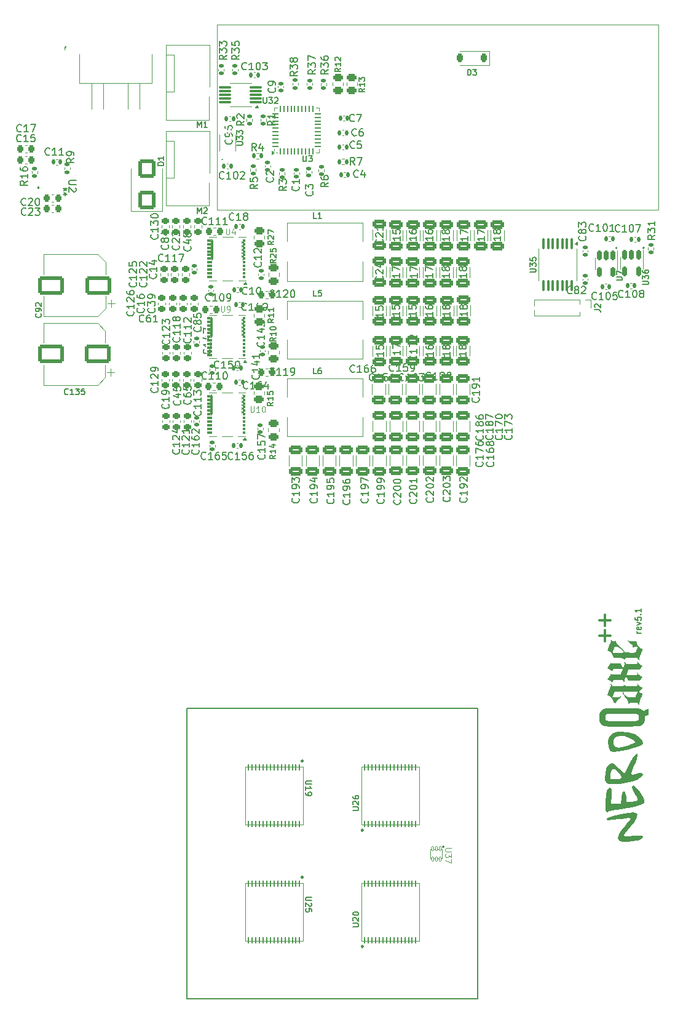
<source format=gto>
G04 #@! TF.GenerationSoftware,KiCad,Pcbnew,9.0.1*
G04 #@! TF.CreationDate,2025-06-03T01:03:25-04:00*
G04 #@! TF.ProjectId,nerdqaxe++,6e657264-7161-4786-952b-2b2e6b696361,rev?*
G04 #@! TF.SameCoordinates,Original*
G04 #@! TF.FileFunction,Legend,Top*
G04 #@! TF.FilePolarity,Positive*
%FSLAX46Y46*%
G04 Gerber Fmt 4.6, Leading zero omitted, Abs format (unit mm)*
G04 Created by KiCad (PCBNEW 9.0.1) date 2025-06-03 01:03:25*
%MOMM*%
%LPD*%
G01*
G04 APERTURE LIST*
G04 Aperture macros list*
%AMRoundRect*
0 Rectangle with rounded corners*
0 $1 Rounding radius*
0 $2 $3 $4 $5 $6 $7 $8 $9 X,Y pos of 4 corners*
0 Add a 4 corners polygon primitive as box body*
4,1,4,$2,$3,$4,$5,$6,$7,$8,$9,$2,$3,0*
0 Add four circle primitives for the rounded corners*
1,1,$1+$1,$2,$3*
1,1,$1+$1,$4,$5*
1,1,$1+$1,$6,$7*
1,1,$1+$1,$8,$9*
0 Add four rect primitives between the rounded corners*
20,1,$1+$1,$2,$3,$4,$5,0*
20,1,$1+$1,$4,$5,$6,$7,0*
20,1,$1+$1,$6,$7,$8,$9,0*
20,1,$1+$1,$8,$9,$2,$3,0*%
G04 Aperture macros list end*
%ADD10C,0.204515*%
%ADD11C,0.150000*%
%ADD12C,0.300000*%
%ADD13C,0.200000*%
%ADD14C,0.100000*%
%ADD15C,0.120000*%
%ADD16C,0.050000*%
%ADD17C,0.227485*%
%ADD18C,0.000000*%
%ADD19RoundRect,0.225000X0.250000X-0.225000X0.250000X0.225000X-0.250000X0.225000X-0.250000X-0.225000X0*%
%ADD20RoundRect,0.225000X-0.250000X0.225000X-0.250000X-0.225000X0.250000X-0.225000X0.250000X0.225000X0*%
%ADD21RoundRect,0.135000X-0.185000X0.135000X-0.185000X-0.135000X0.185000X-0.135000X0.185000X0.135000X0*%
%ADD22RoundRect,0.140000X-0.140000X-0.170000X0.140000X-0.170000X0.140000X0.170000X-0.140000X0.170000X0*%
%ADD23RoundRect,0.140000X0.140000X0.170000X-0.140000X0.170000X-0.140000X-0.170000X0.140000X-0.170000X0*%
%ADD24RoundRect,0.055250X-0.055250X0.340750X-0.055250X-0.340750X0.055250X-0.340750X0.055250X0.340750X0*%
%ADD25RoundRect,0.250000X-0.650000X0.325000X-0.650000X-0.325000X0.650000X-0.325000X0.650000X0.325000X0*%
%ADD26R,3.300000X2.800000*%
%ADD27RoundRect,0.250000X-0.450000X0.262500X-0.450000X-0.262500X0.450000X-0.262500X0.450000X0.262500X0*%
%ADD28RoundRect,0.050000X-0.100000X0.285000X-0.100000X-0.285000X0.100000X-0.285000X0.100000X0.285000X0*%
%ADD29RoundRect,0.250000X0.650000X-0.325000X0.650000X0.325000X-0.650000X0.325000X-0.650000X-0.325000X0*%
%ADD30RoundRect,0.135000X0.185000X-0.135000X0.185000X0.135000X-0.185000X0.135000X-0.185000X-0.135000X0*%
%ADD31RoundRect,0.250000X1.500000X1.000000X-1.500000X1.000000X-1.500000X-1.000000X1.500000X-1.000000X0*%
%ADD32C,0.800000*%
%ADD33C,6.400000*%
%ADD34RoundRect,0.062500X0.062500X-0.375000X0.062500X0.375000X-0.062500X0.375000X-0.062500X-0.375000X0*%
%ADD35RoundRect,0.062500X0.375000X-0.062500X0.375000X0.062500X-0.375000X0.062500X-0.375000X-0.062500X0*%
%ADD36R,4.150000X4.150000*%
%ADD37C,4.000000*%
%ADD38C,5.000000*%
%ADD39R,0.533400X0.558800*%
%ADD40R,0.533400X0.279400*%
%ADD41R,0.939800X2.844800*%
%ADD42RoundRect,0.140000X0.170000X-0.140000X0.170000X0.140000X-0.170000X0.140000X-0.170000X-0.140000X0*%
%ADD43C,1.700000*%
%ADD44RoundRect,0.250000X0.450000X-0.262500X0.450000X0.262500X-0.450000X0.262500X-0.450000X-0.262500X0*%
%ADD45RoundRect,0.225000X0.225000X0.250000X-0.225000X0.250000X-0.225000X-0.250000X0.225000X-0.250000X0*%
%ADD46RoundRect,0.250000X0.900000X-1.000000X0.900000X1.000000X-0.900000X1.000000X-0.900000X-1.000000X0*%
%ADD47C,3.000000*%
%ADD48C,2.000000*%
%ADD49RoundRect,0.140000X-0.170000X0.140000X-0.170000X-0.140000X0.170000X-0.140000X0.170000X0.140000X0*%
%ADD50RoundRect,0.100000X-0.100000X0.637500X-0.100000X-0.637500X0.100000X-0.637500X0.100000X0.637500X0*%
%ADD51RoundRect,0.127000X0.373000X0.023000X-0.373000X0.023000X-0.373000X-0.023000X0.373000X-0.023000X0*%
%ADD52R,0.500000X0.300000*%
%ADD53RoundRect,0.127000X0.078000X1.273000X-0.078000X1.273000X-0.078000X-1.273000X0.078000X-1.273000X0*%
%ADD54RoundRect,0.127000X-0.373000X-0.023000X0.373000X-0.023000X0.373000X0.023000X-0.373000X0.023000X0*%
%ADD55R,0.410000X6.300000*%
%ADD56R,3.400000X5.639000*%
%ADD57C,1.500000*%
%ADD58RoundRect,0.150000X-0.150000X0.512500X-0.150000X-0.512500X0.150000X-0.512500X0.150000X0.512500X0*%
%ADD59R,1.000000X1.000000*%
%ADD60O,1.000000X1.000000*%
%ADD61C,1.100000*%
%ADD62R,2.030000X1.730000*%
%ADD63O,2.030000X1.730000*%
%ADD64RoundRect,0.225000X-0.225000X-0.250000X0.225000X-0.250000X0.225000X0.250000X-0.225000X0.250000X0*%
%ADD65RoundRect,0.135000X-0.135000X-0.185000X0.135000X-0.185000X0.135000X0.185000X-0.135000X0.185000X0*%
%ADD66RoundRect,0.135000X0.135000X0.185000X-0.135000X0.185000X-0.135000X-0.185000X0.135000X-0.185000X0*%
%ADD67RoundRect,0.055250X0.055250X-0.340750X0.055250X0.340750X-0.055250X0.340750X-0.055250X-0.340750X0*%
%ADD68R,0.300000X0.800000*%
%ADD69RoundRect,0.087500X0.725000X0.087500X-0.725000X0.087500X-0.725000X-0.087500X0.725000X-0.087500X0*%
%ADD70RoundRect,0.225000X0.225000X0.375000X-0.225000X0.375000X-0.225000X-0.375000X0.225000X-0.375000X0*%
G04 APERTURE END LIST*
D10*
X137973457Y-54643000D02*
G75*
G02*
X137768943Y-54643000I-102257J0D01*
G01*
X137768943Y-54643000D02*
G75*
G02*
X137973457Y-54643000I102257J0D01*
G01*
X134239657Y-54668400D02*
G75*
G02*
X134035143Y-54668400I-102257J0D01*
G01*
X134035143Y-54668400D02*
G75*
G02*
X134239657Y-54668400I102257J0D01*
G01*
X110389057Y-137053600D02*
G75*
G02*
X110184543Y-137053600I-102257J0D01*
G01*
X110184543Y-137053600D02*
G75*
G02*
X110389057Y-137053600I102257J0D01*
G01*
D11*
X75000000Y-118000000D02*
X115000000Y-118000000D01*
X115000000Y-158000000D01*
X75000000Y-158000000D01*
X75000000Y-118000000D01*
X137519295Y-107635839D02*
X136985961Y-107635839D01*
X137138342Y-107635839D02*
X137062152Y-107597744D01*
X137062152Y-107597744D02*
X137024057Y-107559649D01*
X137024057Y-107559649D02*
X136985961Y-107483458D01*
X136985961Y-107483458D02*
X136985961Y-107407268D01*
X137481200Y-106835839D02*
X137519295Y-106912030D01*
X137519295Y-106912030D02*
X137519295Y-107064411D01*
X137519295Y-107064411D02*
X137481200Y-107140601D01*
X137481200Y-107140601D02*
X137405009Y-107178697D01*
X137405009Y-107178697D02*
X137100247Y-107178697D01*
X137100247Y-107178697D02*
X137024057Y-107140601D01*
X137024057Y-107140601D02*
X136985961Y-107064411D01*
X136985961Y-107064411D02*
X136985961Y-106912030D01*
X136985961Y-106912030D02*
X137024057Y-106835839D01*
X137024057Y-106835839D02*
X137100247Y-106797744D01*
X137100247Y-106797744D02*
X137176438Y-106797744D01*
X137176438Y-106797744D02*
X137252628Y-107178697D01*
X136985961Y-106531078D02*
X137519295Y-106340602D01*
X137519295Y-106340602D02*
X136985961Y-106150125D01*
X136719295Y-105464411D02*
X136719295Y-105845363D01*
X136719295Y-105845363D02*
X137100247Y-105883459D01*
X137100247Y-105883459D02*
X137062152Y-105845363D01*
X137062152Y-105845363D02*
X137024057Y-105769173D01*
X137024057Y-105769173D02*
X137024057Y-105578697D01*
X137024057Y-105578697D02*
X137062152Y-105502506D01*
X137062152Y-105502506D02*
X137100247Y-105464411D01*
X137100247Y-105464411D02*
X137176438Y-105426316D01*
X137176438Y-105426316D02*
X137366914Y-105426316D01*
X137366914Y-105426316D02*
X137443104Y-105464411D01*
X137443104Y-105464411D02*
X137481200Y-105502506D01*
X137481200Y-105502506D02*
X137519295Y-105578697D01*
X137519295Y-105578697D02*
X137519295Y-105769173D01*
X137519295Y-105769173D02*
X137481200Y-105845363D01*
X137481200Y-105845363D02*
X137443104Y-105883459D01*
X137443104Y-105083458D02*
X137481200Y-105045363D01*
X137481200Y-105045363D02*
X137519295Y-105083458D01*
X137519295Y-105083458D02*
X137481200Y-105121554D01*
X137481200Y-105121554D02*
X137443104Y-105083458D01*
X137443104Y-105083458D02*
X137519295Y-105083458D01*
X137519295Y-104283459D02*
X137519295Y-104740602D01*
X137519295Y-104512030D02*
X136719295Y-104512030D01*
X136719295Y-104512030D02*
X136833580Y-104588221D01*
X136833580Y-104588221D02*
X136909771Y-104664411D01*
X136909771Y-104664411D02*
X136947866Y-104740602D01*
D12*
X132552733Y-108726441D02*
X132552733Y-107202632D01*
X133314638Y-107964536D02*
X131790828Y-107964536D01*
D13*
X53885715Y-27635600D02*
X54800001Y-27635600D01*
X54342858Y-28092742D02*
X54342858Y-27178457D01*
X56000000Y-28092742D02*
X55314286Y-28092742D01*
X55657143Y-28092742D02*
X55657143Y-26892742D01*
X55657143Y-26892742D02*
X55542857Y-27064171D01*
X55542857Y-27064171D02*
X55428572Y-27178457D01*
X55428572Y-27178457D02*
X55314286Y-27235600D01*
X56457143Y-27007028D02*
X56514286Y-26949885D01*
X56514286Y-26949885D02*
X56628572Y-26892742D01*
X56628572Y-26892742D02*
X56914286Y-26892742D01*
X56914286Y-26892742D02*
X57028572Y-26949885D01*
X57028572Y-26949885D02*
X57085714Y-27007028D01*
X57085714Y-27007028D02*
X57142857Y-27121314D01*
X57142857Y-27121314D02*
X57142857Y-27235600D01*
X57142857Y-27235600D02*
X57085714Y-27407028D01*
X57085714Y-27407028D02*
X56400000Y-28092742D01*
X56400000Y-28092742D02*
X57142857Y-28092742D01*
X57485714Y-26892742D02*
X57885714Y-28092742D01*
X57885714Y-28092742D02*
X58285714Y-26892742D01*
D12*
X132552733Y-106626441D02*
X132552733Y-105102632D01*
X133314638Y-105864536D02*
X131790828Y-105864536D01*
D11*
X70929580Y-73919047D02*
X70977200Y-73966666D01*
X70977200Y-73966666D02*
X71024819Y-74109523D01*
X71024819Y-74109523D02*
X71024819Y-74204761D01*
X71024819Y-74204761D02*
X70977200Y-74347618D01*
X70977200Y-74347618D02*
X70881961Y-74442856D01*
X70881961Y-74442856D02*
X70786723Y-74490475D01*
X70786723Y-74490475D02*
X70596247Y-74538094D01*
X70596247Y-74538094D02*
X70453390Y-74538094D01*
X70453390Y-74538094D02*
X70262914Y-74490475D01*
X70262914Y-74490475D02*
X70167676Y-74442856D01*
X70167676Y-74442856D02*
X70072438Y-74347618D01*
X70072438Y-74347618D02*
X70024819Y-74204761D01*
X70024819Y-74204761D02*
X70024819Y-74109523D01*
X70024819Y-74109523D02*
X70072438Y-73966666D01*
X70072438Y-73966666D02*
X70120057Y-73919047D01*
X71024819Y-72966666D02*
X71024819Y-73538094D01*
X71024819Y-73252380D02*
X70024819Y-73252380D01*
X70024819Y-73252380D02*
X70167676Y-73347618D01*
X70167676Y-73347618D02*
X70262914Y-73442856D01*
X70262914Y-73442856D02*
X70310533Y-73538094D01*
X70120057Y-72585713D02*
X70072438Y-72538094D01*
X70072438Y-72538094D02*
X70024819Y-72442856D01*
X70024819Y-72442856D02*
X70024819Y-72204761D01*
X70024819Y-72204761D02*
X70072438Y-72109523D01*
X70072438Y-72109523D02*
X70120057Y-72061904D01*
X70120057Y-72061904D02*
X70215295Y-72014285D01*
X70215295Y-72014285D02*
X70310533Y-72014285D01*
X70310533Y-72014285D02*
X70453390Y-72061904D01*
X70453390Y-72061904D02*
X71024819Y-72633332D01*
X71024819Y-72633332D02*
X71024819Y-72014285D01*
X71024819Y-71538094D02*
X71024819Y-71347618D01*
X71024819Y-71347618D02*
X70977200Y-71252380D01*
X70977200Y-71252380D02*
X70929580Y-71204761D01*
X70929580Y-71204761D02*
X70786723Y-71109523D01*
X70786723Y-71109523D02*
X70596247Y-71061904D01*
X70596247Y-71061904D02*
X70215295Y-71061904D01*
X70215295Y-71061904D02*
X70120057Y-71109523D01*
X70120057Y-71109523D02*
X70072438Y-71157142D01*
X70072438Y-71157142D02*
X70024819Y-71252380D01*
X70024819Y-71252380D02*
X70024819Y-71442856D01*
X70024819Y-71442856D02*
X70072438Y-71538094D01*
X70072438Y-71538094D02*
X70120057Y-71585713D01*
X70120057Y-71585713D02*
X70215295Y-71633332D01*
X70215295Y-71633332D02*
X70453390Y-71633332D01*
X70453390Y-71633332D02*
X70548628Y-71585713D01*
X70548628Y-71585713D02*
X70596247Y-71538094D01*
X70596247Y-71538094D02*
X70643866Y-71442856D01*
X70643866Y-71442856D02*
X70643866Y-71252380D01*
X70643866Y-71252380D02*
X70596247Y-71157142D01*
X70596247Y-71157142D02*
X70548628Y-71109523D01*
X70548628Y-71109523D02*
X70453390Y-71061904D01*
X73959580Y-66969047D02*
X74007200Y-67016666D01*
X74007200Y-67016666D02*
X74054819Y-67159523D01*
X74054819Y-67159523D02*
X74054819Y-67254761D01*
X74054819Y-67254761D02*
X74007200Y-67397618D01*
X74007200Y-67397618D02*
X73911961Y-67492856D01*
X73911961Y-67492856D02*
X73816723Y-67540475D01*
X73816723Y-67540475D02*
X73626247Y-67588094D01*
X73626247Y-67588094D02*
X73483390Y-67588094D01*
X73483390Y-67588094D02*
X73292914Y-67540475D01*
X73292914Y-67540475D02*
X73197676Y-67492856D01*
X73197676Y-67492856D02*
X73102438Y-67397618D01*
X73102438Y-67397618D02*
X73054819Y-67254761D01*
X73054819Y-67254761D02*
X73054819Y-67159523D01*
X73054819Y-67159523D02*
X73102438Y-67016666D01*
X73102438Y-67016666D02*
X73150057Y-66969047D01*
X74054819Y-66016666D02*
X74054819Y-66588094D01*
X74054819Y-66302380D02*
X73054819Y-66302380D01*
X73054819Y-66302380D02*
X73197676Y-66397618D01*
X73197676Y-66397618D02*
X73292914Y-66492856D01*
X73292914Y-66492856D02*
X73340533Y-66588094D01*
X74054819Y-65064285D02*
X74054819Y-65635713D01*
X74054819Y-65349999D02*
X73054819Y-65349999D01*
X73054819Y-65349999D02*
X73197676Y-65445237D01*
X73197676Y-65445237D02*
X73292914Y-65540475D01*
X73292914Y-65540475D02*
X73340533Y-65635713D01*
X73483390Y-64492856D02*
X73435771Y-64588094D01*
X73435771Y-64588094D02*
X73388152Y-64635713D01*
X73388152Y-64635713D02*
X73292914Y-64683332D01*
X73292914Y-64683332D02*
X73245295Y-64683332D01*
X73245295Y-64683332D02*
X73150057Y-64635713D01*
X73150057Y-64635713D02*
X73102438Y-64588094D01*
X73102438Y-64588094D02*
X73054819Y-64492856D01*
X73054819Y-64492856D02*
X73054819Y-64302380D01*
X73054819Y-64302380D02*
X73102438Y-64207142D01*
X73102438Y-64207142D02*
X73150057Y-64159523D01*
X73150057Y-64159523D02*
X73245295Y-64111904D01*
X73245295Y-64111904D02*
X73292914Y-64111904D01*
X73292914Y-64111904D02*
X73388152Y-64159523D01*
X73388152Y-64159523D02*
X73435771Y-64207142D01*
X73435771Y-64207142D02*
X73483390Y-64302380D01*
X73483390Y-64302380D02*
X73483390Y-64492856D01*
X73483390Y-64492856D02*
X73531009Y-64588094D01*
X73531009Y-64588094D02*
X73578628Y-64635713D01*
X73578628Y-64635713D02*
X73673866Y-64683332D01*
X73673866Y-64683332D02*
X73864342Y-64683332D01*
X73864342Y-64683332D02*
X73959580Y-64635713D01*
X73959580Y-64635713D02*
X74007200Y-64588094D01*
X74007200Y-64588094D02*
X74054819Y-64492856D01*
X74054819Y-64492856D02*
X74054819Y-64302380D01*
X74054819Y-64302380D02*
X74007200Y-64207142D01*
X74007200Y-64207142D02*
X73959580Y-64159523D01*
X73959580Y-64159523D02*
X73864342Y-64111904D01*
X73864342Y-64111904D02*
X73673866Y-64111904D01*
X73673866Y-64111904D02*
X73578628Y-64159523D01*
X73578628Y-64159523D02*
X73531009Y-64207142D01*
X73531009Y-64207142D02*
X73483390Y-64302380D01*
X82204819Y-28142857D02*
X81728628Y-28476190D01*
X82204819Y-28714285D02*
X81204819Y-28714285D01*
X81204819Y-28714285D02*
X81204819Y-28333333D01*
X81204819Y-28333333D02*
X81252438Y-28238095D01*
X81252438Y-28238095D02*
X81300057Y-28190476D01*
X81300057Y-28190476D02*
X81395295Y-28142857D01*
X81395295Y-28142857D02*
X81538152Y-28142857D01*
X81538152Y-28142857D02*
X81633390Y-28190476D01*
X81633390Y-28190476D02*
X81681009Y-28238095D01*
X81681009Y-28238095D02*
X81728628Y-28333333D01*
X81728628Y-28333333D02*
X81728628Y-28714285D01*
X81204819Y-27809523D02*
X81204819Y-27190476D01*
X81204819Y-27190476D02*
X81585771Y-27523809D01*
X81585771Y-27523809D02*
X81585771Y-27380952D01*
X81585771Y-27380952D02*
X81633390Y-27285714D01*
X81633390Y-27285714D02*
X81681009Y-27238095D01*
X81681009Y-27238095D02*
X81776247Y-27190476D01*
X81776247Y-27190476D02*
X82014342Y-27190476D01*
X82014342Y-27190476D02*
X82109580Y-27238095D01*
X82109580Y-27238095D02*
X82157200Y-27285714D01*
X82157200Y-27285714D02*
X82204819Y-27380952D01*
X82204819Y-27380952D02*
X82204819Y-27666666D01*
X82204819Y-27666666D02*
X82157200Y-27761904D01*
X82157200Y-27761904D02*
X82109580Y-27809523D01*
X81204819Y-26285714D02*
X81204819Y-26761904D01*
X81204819Y-26761904D02*
X81681009Y-26809523D01*
X81681009Y-26809523D02*
X81633390Y-26761904D01*
X81633390Y-26761904D02*
X81585771Y-26666666D01*
X81585771Y-26666666D02*
X81585771Y-26428571D01*
X81585771Y-26428571D02*
X81633390Y-26333333D01*
X81633390Y-26333333D02*
X81681009Y-26285714D01*
X81681009Y-26285714D02*
X81776247Y-26238095D01*
X81776247Y-26238095D02*
X82014342Y-26238095D01*
X82014342Y-26238095D02*
X82109580Y-26285714D01*
X82109580Y-26285714D02*
X82157200Y-26333333D01*
X82157200Y-26333333D02*
X82204819Y-26428571D01*
X82204819Y-26428571D02*
X82204819Y-26666666D01*
X82204819Y-26666666D02*
X82157200Y-26761904D01*
X82157200Y-26761904D02*
X82109580Y-26809523D01*
X98333333Y-39159580D02*
X98285714Y-39207200D01*
X98285714Y-39207200D02*
X98142857Y-39254819D01*
X98142857Y-39254819D02*
X98047619Y-39254819D01*
X98047619Y-39254819D02*
X97904762Y-39207200D01*
X97904762Y-39207200D02*
X97809524Y-39111961D01*
X97809524Y-39111961D02*
X97761905Y-39016723D01*
X97761905Y-39016723D02*
X97714286Y-38826247D01*
X97714286Y-38826247D02*
X97714286Y-38683390D01*
X97714286Y-38683390D02*
X97761905Y-38492914D01*
X97761905Y-38492914D02*
X97809524Y-38397676D01*
X97809524Y-38397676D02*
X97904762Y-38302438D01*
X97904762Y-38302438D02*
X98047619Y-38254819D01*
X98047619Y-38254819D02*
X98142857Y-38254819D01*
X98142857Y-38254819D02*
X98285714Y-38302438D01*
X98285714Y-38302438D02*
X98333333Y-38350057D01*
X99190476Y-38254819D02*
X99000000Y-38254819D01*
X99000000Y-38254819D02*
X98904762Y-38302438D01*
X98904762Y-38302438D02*
X98857143Y-38350057D01*
X98857143Y-38350057D02*
X98761905Y-38492914D01*
X98761905Y-38492914D02*
X98714286Y-38683390D01*
X98714286Y-38683390D02*
X98714286Y-39064342D01*
X98714286Y-39064342D02*
X98761905Y-39159580D01*
X98761905Y-39159580D02*
X98809524Y-39207200D01*
X98809524Y-39207200D02*
X98904762Y-39254819D01*
X98904762Y-39254819D02*
X99095238Y-39254819D01*
X99095238Y-39254819D02*
X99190476Y-39207200D01*
X99190476Y-39207200D02*
X99238095Y-39159580D01*
X99238095Y-39159580D02*
X99285714Y-39064342D01*
X99285714Y-39064342D02*
X99285714Y-38826247D01*
X99285714Y-38826247D02*
X99238095Y-38731009D01*
X99238095Y-38731009D02*
X99190476Y-38683390D01*
X99190476Y-38683390D02*
X99095238Y-38635771D01*
X99095238Y-38635771D02*
X98904762Y-38635771D01*
X98904762Y-38635771D02*
X98809524Y-38683390D01*
X98809524Y-38683390D02*
X98761905Y-38731009D01*
X98761905Y-38731009D02*
X98714286Y-38826247D01*
X131380952Y-61659580D02*
X131333333Y-61707200D01*
X131333333Y-61707200D02*
X131190476Y-61754819D01*
X131190476Y-61754819D02*
X131095238Y-61754819D01*
X131095238Y-61754819D02*
X130952381Y-61707200D01*
X130952381Y-61707200D02*
X130857143Y-61611961D01*
X130857143Y-61611961D02*
X130809524Y-61516723D01*
X130809524Y-61516723D02*
X130761905Y-61326247D01*
X130761905Y-61326247D02*
X130761905Y-61183390D01*
X130761905Y-61183390D02*
X130809524Y-60992914D01*
X130809524Y-60992914D02*
X130857143Y-60897676D01*
X130857143Y-60897676D02*
X130952381Y-60802438D01*
X130952381Y-60802438D02*
X131095238Y-60754819D01*
X131095238Y-60754819D02*
X131190476Y-60754819D01*
X131190476Y-60754819D02*
X131333333Y-60802438D01*
X131333333Y-60802438D02*
X131380952Y-60850057D01*
X132333333Y-61754819D02*
X131761905Y-61754819D01*
X132047619Y-61754819D02*
X132047619Y-60754819D01*
X132047619Y-60754819D02*
X131952381Y-60897676D01*
X131952381Y-60897676D02*
X131857143Y-60992914D01*
X131857143Y-60992914D02*
X131761905Y-61040533D01*
X132952381Y-60754819D02*
X133047619Y-60754819D01*
X133047619Y-60754819D02*
X133142857Y-60802438D01*
X133142857Y-60802438D02*
X133190476Y-60850057D01*
X133190476Y-60850057D02*
X133238095Y-60945295D01*
X133238095Y-60945295D02*
X133285714Y-61135771D01*
X133285714Y-61135771D02*
X133285714Y-61373866D01*
X133285714Y-61373866D02*
X133238095Y-61564342D01*
X133238095Y-61564342D02*
X133190476Y-61659580D01*
X133190476Y-61659580D02*
X133142857Y-61707200D01*
X133142857Y-61707200D02*
X133047619Y-61754819D01*
X133047619Y-61754819D02*
X132952381Y-61754819D01*
X132952381Y-61754819D02*
X132857143Y-61707200D01*
X132857143Y-61707200D02*
X132809524Y-61659580D01*
X132809524Y-61659580D02*
X132761905Y-61564342D01*
X132761905Y-61564342D02*
X132714286Y-61373866D01*
X132714286Y-61373866D02*
X132714286Y-61135771D01*
X132714286Y-61135771D02*
X132761905Y-60945295D01*
X132761905Y-60945295D02*
X132809524Y-60850057D01*
X132809524Y-60850057D02*
X132857143Y-60802438D01*
X132857143Y-60802438D02*
X132952381Y-60754819D01*
X134190476Y-60754819D02*
X133714286Y-60754819D01*
X133714286Y-60754819D02*
X133666667Y-61231009D01*
X133666667Y-61231009D02*
X133714286Y-61183390D01*
X133714286Y-61183390D02*
X133809524Y-61135771D01*
X133809524Y-61135771D02*
X134047619Y-61135771D01*
X134047619Y-61135771D02*
X134142857Y-61183390D01*
X134142857Y-61183390D02*
X134190476Y-61231009D01*
X134190476Y-61231009D02*
X134238095Y-61326247D01*
X134238095Y-61326247D02*
X134238095Y-61564342D01*
X134238095Y-61564342D02*
X134190476Y-61659580D01*
X134190476Y-61659580D02*
X134142857Y-61707200D01*
X134142857Y-61707200D02*
X134047619Y-61754819D01*
X134047619Y-61754819D02*
X133809524Y-61754819D01*
X133809524Y-61754819D02*
X133714286Y-61707200D01*
X133714286Y-61707200D02*
X133666667Y-61659580D01*
X92157704Y-127989524D02*
X91510085Y-127989524D01*
X91510085Y-127989524D02*
X91433895Y-128027619D01*
X91433895Y-128027619D02*
X91395800Y-128065714D01*
X91395800Y-128065714D02*
X91357704Y-128141905D01*
X91357704Y-128141905D02*
X91357704Y-128294286D01*
X91357704Y-128294286D02*
X91395800Y-128370476D01*
X91395800Y-128370476D02*
X91433895Y-128408571D01*
X91433895Y-128408571D02*
X91510085Y-128446667D01*
X91510085Y-128446667D02*
X92157704Y-128446667D01*
X91357704Y-129246666D02*
X91357704Y-128789523D01*
X91357704Y-129018095D02*
X92157704Y-129018095D01*
X92157704Y-129018095D02*
X92043419Y-128941904D01*
X92043419Y-128941904D02*
X91967228Y-128865714D01*
X91967228Y-128865714D02*
X91929133Y-128789523D01*
X91357704Y-129627619D02*
X91357704Y-129780000D01*
X91357704Y-129780000D02*
X91395800Y-129856190D01*
X91395800Y-129856190D02*
X91433895Y-129894286D01*
X91433895Y-129894286D02*
X91548180Y-129970476D01*
X91548180Y-129970476D02*
X91700561Y-130008571D01*
X91700561Y-130008571D02*
X92005323Y-130008571D01*
X92005323Y-130008571D02*
X92081514Y-129970476D01*
X92081514Y-129970476D02*
X92119609Y-129932381D01*
X92119609Y-129932381D02*
X92157704Y-129856190D01*
X92157704Y-129856190D02*
X92157704Y-129703809D01*
X92157704Y-129703809D02*
X92119609Y-129627619D01*
X92119609Y-129627619D02*
X92081514Y-129589524D01*
X92081514Y-129589524D02*
X92005323Y-129551428D01*
X92005323Y-129551428D02*
X91814847Y-129551428D01*
X91814847Y-129551428D02*
X91738657Y-129589524D01*
X91738657Y-129589524D02*
X91700561Y-129627619D01*
X91700561Y-129627619D02*
X91662466Y-129703809D01*
X91662466Y-129703809D02*
X91662466Y-129856190D01*
X91662466Y-129856190D02*
X91700561Y-129932381D01*
X91700561Y-129932381D02*
X91738657Y-129970476D01*
X91738657Y-129970476D02*
X91814847Y-130008571D01*
X80454819Y-28142857D02*
X79978628Y-28476190D01*
X80454819Y-28714285D02*
X79454819Y-28714285D01*
X79454819Y-28714285D02*
X79454819Y-28333333D01*
X79454819Y-28333333D02*
X79502438Y-28238095D01*
X79502438Y-28238095D02*
X79550057Y-28190476D01*
X79550057Y-28190476D02*
X79645295Y-28142857D01*
X79645295Y-28142857D02*
X79788152Y-28142857D01*
X79788152Y-28142857D02*
X79883390Y-28190476D01*
X79883390Y-28190476D02*
X79931009Y-28238095D01*
X79931009Y-28238095D02*
X79978628Y-28333333D01*
X79978628Y-28333333D02*
X79978628Y-28714285D01*
X79454819Y-27809523D02*
X79454819Y-27190476D01*
X79454819Y-27190476D02*
X79835771Y-27523809D01*
X79835771Y-27523809D02*
X79835771Y-27380952D01*
X79835771Y-27380952D02*
X79883390Y-27285714D01*
X79883390Y-27285714D02*
X79931009Y-27238095D01*
X79931009Y-27238095D02*
X80026247Y-27190476D01*
X80026247Y-27190476D02*
X80264342Y-27190476D01*
X80264342Y-27190476D02*
X80359580Y-27238095D01*
X80359580Y-27238095D02*
X80407200Y-27285714D01*
X80407200Y-27285714D02*
X80454819Y-27380952D01*
X80454819Y-27380952D02*
X80454819Y-27666666D01*
X80454819Y-27666666D02*
X80407200Y-27761904D01*
X80407200Y-27761904D02*
X80359580Y-27809523D01*
X79454819Y-26857142D02*
X79454819Y-26238095D01*
X79454819Y-26238095D02*
X79835771Y-26571428D01*
X79835771Y-26571428D02*
X79835771Y-26428571D01*
X79835771Y-26428571D02*
X79883390Y-26333333D01*
X79883390Y-26333333D02*
X79931009Y-26285714D01*
X79931009Y-26285714D02*
X80026247Y-26238095D01*
X80026247Y-26238095D02*
X80264342Y-26238095D01*
X80264342Y-26238095D02*
X80359580Y-26285714D01*
X80359580Y-26285714D02*
X80407200Y-26333333D01*
X80407200Y-26333333D02*
X80454819Y-26428571D01*
X80454819Y-26428571D02*
X80454819Y-26714285D01*
X80454819Y-26714285D02*
X80407200Y-26809523D01*
X80407200Y-26809523D02*
X80359580Y-26857142D01*
X92704819Y-30142857D02*
X92228628Y-30476190D01*
X92704819Y-30714285D02*
X91704819Y-30714285D01*
X91704819Y-30714285D02*
X91704819Y-30333333D01*
X91704819Y-30333333D02*
X91752438Y-30238095D01*
X91752438Y-30238095D02*
X91800057Y-30190476D01*
X91800057Y-30190476D02*
X91895295Y-30142857D01*
X91895295Y-30142857D02*
X92038152Y-30142857D01*
X92038152Y-30142857D02*
X92133390Y-30190476D01*
X92133390Y-30190476D02*
X92181009Y-30238095D01*
X92181009Y-30238095D02*
X92228628Y-30333333D01*
X92228628Y-30333333D02*
X92228628Y-30714285D01*
X91704819Y-29809523D02*
X91704819Y-29190476D01*
X91704819Y-29190476D02*
X92085771Y-29523809D01*
X92085771Y-29523809D02*
X92085771Y-29380952D01*
X92085771Y-29380952D02*
X92133390Y-29285714D01*
X92133390Y-29285714D02*
X92181009Y-29238095D01*
X92181009Y-29238095D02*
X92276247Y-29190476D01*
X92276247Y-29190476D02*
X92514342Y-29190476D01*
X92514342Y-29190476D02*
X92609580Y-29238095D01*
X92609580Y-29238095D02*
X92657200Y-29285714D01*
X92657200Y-29285714D02*
X92704819Y-29380952D01*
X92704819Y-29380952D02*
X92704819Y-29666666D01*
X92704819Y-29666666D02*
X92657200Y-29761904D01*
X92657200Y-29761904D02*
X92609580Y-29809523D01*
X91704819Y-28857142D02*
X91704819Y-28190476D01*
X91704819Y-28190476D02*
X92704819Y-28619047D01*
X118359580Y-80419047D02*
X118407200Y-80466666D01*
X118407200Y-80466666D02*
X118454819Y-80609523D01*
X118454819Y-80609523D02*
X118454819Y-80704761D01*
X118454819Y-80704761D02*
X118407200Y-80847618D01*
X118407200Y-80847618D02*
X118311961Y-80942856D01*
X118311961Y-80942856D02*
X118216723Y-80990475D01*
X118216723Y-80990475D02*
X118026247Y-81038094D01*
X118026247Y-81038094D02*
X117883390Y-81038094D01*
X117883390Y-81038094D02*
X117692914Y-80990475D01*
X117692914Y-80990475D02*
X117597676Y-80942856D01*
X117597676Y-80942856D02*
X117502438Y-80847618D01*
X117502438Y-80847618D02*
X117454819Y-80704761D01*
X117454819Y-80704761D02*
X117454819Y-80609523D01*
X117454819Y-80609523D02*
X117502438Y-80466666D01*
X117502438Y-80466666D02*
X117550057Y-80419047D01*
X118454819Y-79466666D02*
X118454819Y-80038094D01*
X118454819Y-79752380D02*
X117454819Y-79752380D01*
X117454819Y-79752380D02*
X117597676Y-79847618D01*
X117597676Y-79847618D02*
X117692914Y-79942856D01*
X117692914Y-79942856D02*
X117740533Y-80038094D01*
X117454819Y-79133332D02*
X117454819Y-78466666D01*
X117454819Y-78466666D02*
X118454819Y-78895237D01*
X117454819Y-77895237D02*
X117454819Y-77799999D01*
X117454819Y-77799999D02*
X117502438Y-77704761D01*
X117502438Y-77704761D02*
X117550057Y-77657142D01*
X117550057Y-77657142D02*
X117645295Y-77609523D01*
X117645295Y-77609523D02*
X117835771Y-77561904D01*
X117835771Y-77561904D02*
X118073866Y-77561904D01*
X118073866Y-77561904D02*
X118264342Y-77609523D01*
X118264342Y-77609523D02*
X118359580Y-77657142D01*
X118359580Y-77657142D02*
X118407200Y-77704761D01*
X118407200Y-77704761D02*
X118454819Y-77799999D01*
X118454819Y-77799999D02*
X118454819Y-77895237D01*
X118454819Y-77895237D02*
X118407200Y-77990475D01*
X118407200Y-77990475D02*
X118359580Y-78038094D01*
X118359580Y-78038094D02*
X118264342Y-78085713D01*
X118264342Y-78085713D02*
X118073866Y-78133332D01*
X118073866Y-78133332D02*
X117835771Y-78133332D01*
X117835771Y-78133332D02*
X117645295Y-78085713D01*
X117645295Y-78085713D02*
X117550057Y-78038094D01*
X117550057Y-78038094D02*
X117502438Y-77990475D01*
X117502438Y-77990475D02*
X117454819Y-77895237D01*
X92851666Y-50562295D02*
X92470714Y-50562295D01*
X92470714Y-50562295D02*
X92470714Y-49762295D01*
X93537380Y-50562295D02*
X93080237Y-50562295D01*
X93308809Y-50562295D02*
X93308809Y-49762295D01*
X93308809Y-49762295D02*
X93232618Y-49876580D01*
X93232618Y-49876580D02*
X93156428Y-49952771D01*
X93156428Y-49952771D02*
X93080237Y-49990866D01*
X71680952Y-56409580D02*
X71633333Y-56457200D01*
X71633333Y-56457200D02*
X71490476Y-56504819D01*
X71490476Y-56504819D02*
X71395238Y-56504819D01*
X71395238Y-56504819D02*
X71252381Y-56457200D01*
X71252381Y-56457200D02*
X71157143Y-56361961D01*
X71157143Y-56361961D02*
X71109524Y-56266723D01*
X71109524Y-56266723D02*
X71061905Y-56076247D01*
X71061905Y-56076247D02*
X71061905Y-55933390D01*
X71061905Y-55933390D02*
X71109524Y-55742914D01*
X71109524Y-55742914D02*
X71157143Y-55647676D01*
X71157143Y-55647676D02*
X71252381Y-55552438D01*
X71252381Y-55552438D02*
X71395238Y-55504819D01*
X71395238Y-55504819D02*
X71490476Y-55504819D01*
X71490476Y-55504819D02*
X71633333Y-55552438D01*
X71633333Y-55552438D02*
X71680952Y-55600057D01*
X72633333Y-56504819D02*
X72061905Y-56504819D01*
X72347619Y-56504819D02*
X72347619Y-55504819D01*
X72347619Y-55504819D02*
X72252381Y-55647676D01*
X72252381Y-55647676D02*
X72157143Y-55742914D01*
X72157143Y-55742914D02*
X72061905Y-55790533D01*
X73585714Y-56504819D02*
X73014286Y-56504819D01*
X73300000Y-56504819D02*
X73300000Y-55504819D01*
X73300000Y-55504819D02*
X73204762Y-55647676D01*
X73204762Y-55647676D02*
X73109524Y-55742914D01*
X73109524Y-55742914D02*
X73014286Y-55790533D01*
X73919048Y-55504819D02*
X74585714Y-55504819D01*
X74585714Y-55504819D02*
X74157143Y-56504819D01*
X86952295Y-64434285D02*
X86571342Y-64700952D01*
X86952295Y-64891428D02*
X86152295Y-64891428D01*
X86152295Y-64891428D02*
X86152295Y-64586666D01*
X86152295Y-64586666D02*
X86190390Y-64510476D01*
X86190390Y-64510476D02*
X86228485Y-64472381D01*
X86228485Y-64472381D02*
X86304676Y-64434285D01*
X86304676Y-64434285D02*
X86418961Y-64434285D01*
X86418961Y-64434285D02*
X86495152Y-64472381D01*
X86495152Y-64472381D02*
X86533247Y-64510476D01*
X86533247Y-64510476D02*
X86571342Y-64586666D01*
X86571342Y-64586666D02*
X86571342Y-64891428D01*
X86952295Y-63672381D02*
X86952295Y-64129524D01*
X86952295Y-63900952D02*
X86152295Y-63900952D01*
X86152295Y-63900952D02*
X86266580Y-63977143D01*
X86266580Y-63977143D02*
X86342771Y-64053333D01*
X86342771Y-64053333D02*
X86380866Y-64129524D01*
X86952295Y-62910476D02*
X86952295Y-63367619D01*
X86952295Y-63139047D02*
X86152295Y-63139047D01*
X86152295Y-63139047D02*
X86266580Y-63215238D01*
X86266580Y-63215238D02*
X86342771Y-63291428D01*
X86342771Y-63291428D02*
X86380866Y-63367619D01*
D14*
X111375104Y-137229524D02*
X110727485Y-137229524D01*
X110727485Y-137229524D02*
X110651295Y-137267619D01*
X110651295Y-137267619D02*
X110613200Y-137305714D01*
X110613200Y-137305714D02*
X110575104Y-137381905D01*
X110575104Y-137381905D02*
X110575104Y-137534286D01*
X110575104Y-137534286D02*
X110613200Y-137610476D01*
X110613200Y-137610476D02*
X110651295Y-137648571D01*
X110651295Y-137648571D02*
X110727485Y-137686667D01*
X110727485Y-137686667D02*
X111375104Y-137686667D01*
X111375104Y-137991428D02*
X111375104Y-138486666D01*
X111375104Y-138486666D02*
X111070342Y-138220000D01*
X111070342Y-138220000D02*
X111070342Y-138334285D01*
X111070342Y-138334285D02*
X111032247Y-138410476D01*
X111032247Y-138410476D02*
X110994152Y-138448571D01*
X110994152Y-138448571D02*
X110917961Y-138486666D01*
X110917961Y-138486666D02*
X110727485Y-138486666D01*
X110727485Y-138486666D02*
X110651295Y-138448571D01*
X110651295Y-138448571D02*
X110613200Y-138410476D01*
X110613200Y-138410476D02*
X110575104Y-138334285D01*
X110575104Y-138334285D02*
X110575104Y-138105714D01*
X110575104Y-138105714D02*
X110613200Y-138029523D01*
X110613200Y-138029523D02*
X110651295Y-137991428D01*
X111375104Y-138753333D02*
X111375104Y-139286667D01*
X111375104Y-139286667D02*
X110575104Y-138943809D01*
D11*
X76859580Y-77119047D02*
X76907200Y-77166666D01*
X76907200Y-77166666D02*
X76954819Y-77309523D01*
X76954819Y-77309523D02*
X76954819Y-77404761D01*
X76954819Y-77404761D02*
X76907200Y-77547618D01*
X76907200Y-77547618D02*
X76811961Y-77642856D01*
X76811961Y-77642856D02*
X76716723Y-77690475D01*
X76716723Y-77690475D02*
X76526247Y-77738094D01*
X76526247Y-77738094D02*
X76383390Y-77738094D01*
X76383390Y-77738094D02*
X76192914Y-77690475D01*
X76192914Y-77690475D02*
X76097676Y-77642856D01*
X76097676Y-77642856D02*
X76002438Y-77547618D01*
X76002438Y-77547618D02*
X75954819Y-77404761D01*
X75954819Y-77404761D02*
X75954819Y-77309523D01*
X75954819Y-77309523D02*
X76002438Y-77166666D01*
X76002438Y-77166666D02*
X76050057Y-77119047D01*
X76954819Y-76166666D02*
X76954819Y-76738094D01*
X76954819Y-76452380D02*
X75954819Y-76452380D01*
X75954819Y-76452380D02*
X76097676Y-76547618D01*
X76097676Y-76547618D02*
X76192914Y-76642856D01*
X76192914Y-76642856D02*
X76240533Y-76738094D01*
X76954819Y-75214285D02*
X76954819Y-75785713D01*
X76954819Y-75499999D02*
X75954819Y-75499999D01*
X75954819Y-75499999D02*
X76097676Y-75595237D01*
X76097676Y-75595237D02*
X76192914Y-75690475D01*
X76192914Y-75690475D02*
X76240533Y-75785713D01*
X75954819Y-74880951D02*
X75954819Y-74261904D01*
X75954819Y-74261904D02*
X76335771Y-74595237D01*
X76335771Y-74595237D02*
X76335771Y-74452380D01*
X76335771Y-74452380D02*
X76383390Y-74357142D01*
X76383390Y-74357142D02*
X76431009Y-74309523D01*
X76431009Y-74309523D02*
X76526247Y-74261904D01*
X76526247Y-74261904D02*
X76764342Y-74261904D01*
X76764342Y-74261904D02*
X76859580Y-74309523D01*
X76859580Y-74309523D02*
X76907200Y-74357142D01*
X76907200Y-74357142D02*
X76954819Y-74452380D01*
X76954819Y-74452380D02*
X76954819Y-74738094D01*
X76954819Y-74738094D02*
X76907200Y-74833332D01*
X76907200Y-74833332D02*
X76859580Y-74880951D01*
X104209580Y-59119047D02*
X104257200Y-59166666D01*
X104257200Y-59166666D02*
X104304819Y-59309523D01*
X104304819Y-59309523D02*
X104304819Y-59404761D01*
X104304819Y-59404761D02*
X104257200Y-59547618D01*
X104257200Y-59547618D02*
X104161961Y-59642856D01*
X104161961Y-59642856D02*
X104066723Y-59690475D01*
X104066723Y-59690475D02*
X103876247Y-59738094D01*
X103876247Y-59738094D02*
X103733390Y-59738094D01*
X103733390Y-59738094D02*
X103542914Y-59690475D01*
X103542914Y-59690475D02*
X103447676Y-59642856D01*
X103447676Y-59642856D02*
X103352438Y-59547618D01*
X103352438Y-59547618D02*
X103304819Y-59404761D01*
X103304819Y-59404761D02*
X103304819Y-59309523D01*
X103304819Y-59309523D02*
X103352438Y-59166666D01*
X103352438Y-59166666D02*
X103400057Y-59119047D01*
X104304819Y-58166666D02*
X104304819Y-58738094D01*
X104304819Y-58452380D02*
X103304819Y-58452380D01*
X103304819Y-58452380D02*
X103447676Y-58547618D01*
X103447676Y-58547618D02*
X103542914Y-58642856D01*
X103542914Y-58642856D02*
X103590533Y-58738094D01*
X103304819Y-57833332D02*
X103304819Y-57166666D01*
X103304819Y-57166666D02*
X104304819Y-57595237D01*
X103304819Y-56880951D02*
X103304819Y-56214285D01*
X103304819Y-56214285D02*
X104304819Y-56642856D01*
X108759580Y-64419047D02*
X108807200Y-64466666D01*
X108807200Y-64466666D02*
X108854819Y-64609523D01*
X108854819Y-64609523D02*
X108854819Y-64704761D01*
X108854819Y-64704761D02*
X108807200Y-64847618D01*
X108807200Y-64847618D02*
X108711961Y-64942856D01*
X108711961Y-64942856D02*
X108616723Y-64990475D01*
X108616723Y-64990475D02*
X108426247Y-65038094D01*
X108426247Y-65038094D02*
X108283390Y-65038094D01*
X108283390Y-65038094D02*
X108092914Y-64990475D01*
X108092914Y-64990475D02*
X107997676Y-64942856D01*
X107997676Y-64942856D02*
X107902438Y-64847618D01*
X107902438Y-64847618D02*
X107854819Y-64704761D01*
X107854819Y-64704761D02*
X107854819Y-64609523D01*
X107854819Y-64609523D02*
X107902438Y-64466666D01*
X107902438Y-64466666D02*
X107950057Y-64419047D01*
X108854819Y-63466666D02*
X108854819Y-64038094D01*
X108854819Y-63752380D02*
X107854819Y-63752380D01*
X107854819Y-63752380D02*
X107997676Y-63847618D01*
X107997676Y-63847618D02*
X108092914Y-63942856D01*
X108092914Y-63942856D02*
X108140533Y-64038094D01*
X107854819Y-62609523D02*
X107854819Y-62799999D01*
X107854819Y-62799999D02*
X107902438Y-62895237D01*
X107902438Y-62895237D02*
X107950057Y-62942856D01*
X107950057Y-62942856D02*
X108092914Y-63038094D01*
X108092914Y-63038094D02*
X108283390Y-63085713D01*
X108283390Y-63085713D02*
X108664342Y-63085713D01*
X108664342Y-63085713D02*
X108759580Y-63038094D01*
X108759580Y-63038094D02*
X108807200Y-62990475D01*
X108807200Y-62990475D02*
X108854819Y-62895237D01*
X108854819Y-62895237D02*
X108854819Y-62704761D01*
X108854819Y-62704761D02*
X108807200Y-62609523D01*
X108807200Y-62609523D02*
X108759580Y-62561904D01*
X108759580Y-62561904D02*
X108664342Y-62514285D01*
X108664342Y-62514285D02*
X108426247Y-62514285D01*
X108426247Y-62514285D02*
X108331009Y-62561904D01*
X108331009Y-62561904D02*
X108283390Y-62609523D01*
X108283390Y-62609523D02*
X108235771Y-62704761D01*
X108235771Y-62704761D02*
X108235771Y-62895237D01*
X108235771Y-62895237D02*
X108283390Y-62990475D01*
X108283390Y-62990475D02*
X108331009Y-63038094D01*
X108331009Y-63038094D02*
X108426247Y-63085713D01*
X108854819Y-61561904D02*
X108854819Y-62133332D01*
X108854819Y-61847618D02*
X107854819Y-61847618D01*
X107854819Y-61847618D02*
X107997676Y-61942856D01*
X107997676Y-61942856D02*
X108092914Y-62038094D01*
X108092914Y-62038094D02*
X108140533Y-62133332D01*
X90204819Y-30392857D02*
X89728628Y-30726190D01*
X90204819Y-30964285D02*
X89204819Y-30964285D01*
X89204819Y-30964285D02*
X89204819Y-30583333D01*
X89204819Y-30583333D02*
X89252438Y-30488095D01*
X89252438Y-30488095D02*
X89300057Y-30440476D01*
X89300057Y-30440476D02*
X89395295Y-30392857D01*
X89395295Y-30392857D02*
X89538152Y-30392857D01*
X89538152Y-30392857D02*
X89633390Y-30440476D01*
X89633390Y-30440476D02*
X89681009Y-30488095D01*
X89681009Y-30488095D02*
X89728628Y-30583333D01*
X89728628Y-30583333D02*
X89728628Y-30964285D01*
X89204819Y-30059523D02*
X89204819Y-29440476D01*
X89204819Y-29440476D02*
X89585771Y-29773809D01*
X89585771Y-29773809D02*
X89585771Y-29630952D01*
X89585771Y-29630952D02*
X89633390Y-29535714D01*
X89633390Y-29535714D02*
X89681009Y-29488095D01*
X89681009Y-29488095D02*
X89776247Y-29440476D01*
X89776247Y-29440476D02*
X90014342Y-29440476D01*
X90014342Y-29440476D02*
X90109580Y-29488095D01*
X90109580Y-29488095D02*
X90157200Y-29535714D01*
X90157200Y-29535714D02*
X90204819Y-29630952D01*
X90204819Y-29630952D02*
X90204819Y-29916666D01*
X90204819Y-29916666D02*
X90157200Y-30011904D01*
X90157200Y-30011904D02*
X90109580Y-30059523D01*
X89633390Y-28869047D02*
X89585771Y-28964285D01*
X89585771Y-28964285D02*
X89538152Y-29011904D01*
X89538152Y-29011904D02*
X89442914Y-29059523D01*
X89442914Y-29059523D02*
X89395295Y-29059523D01*
X89395295Y-29059523D02*
X89300057Y-29011904D01*
X89300057Y-29011904D02*
X89252438Y-28964285D01*
X89252438Y-28964285D02*
X89204819Y-28869047D01*
X89204819Y-28869047D02*
X89204819Y-28678571D01*
X89204819Y-28678571D02*
X89252438Y-28583333D01*
X89252438Y-28583333D02*
X89300057Y-28535714D01*
X89300057Y-28535714D02*
X89395295Y-28488095D01*
X89395295Y-28488095D02*
X89442914Y-28488095D01*
X89442914Y-28488095D02*
X89538152Y-28535714D01*
X89538152Y-28535714D02*
X89585771Y-28583333D01*
X89585771Y-28583333D02*
X89633390Y-28678571D01*
X89633390Y-28678571D02*
X89633390Y-28869047D01*
X89633390Y-28869047D02*
X89681009Y-28964285D01*
X89681009Y-28964285D02*
X89728628Y-29011904D01*
X89728628Y-29011904D02*
X89823866Y-29059523D01*
X89823866Y-29059523D02*
X90014342Y-29059523D01*
X90014342Y-29059523D02*
X90109580Y-29011904D01*
X90109580Y-29011904D02*
X90157200Y-28964285D01*
X90157200Y-28964285D02*
X90204819Y-28869047D01*
X90204819Y-28869047D02*
X90204819Y-28678571D01*
X90204819Y-28678571D02*
X90157200Y-28583333D01*
X90157200Y-28583333D02*
X90109580Y-28535714D01*
X90109580Y-28535714D02*
X90014342Y-28488095D01*
X90014342Y-28488095D02*
X89823866Y-28488095D01*
X89823866Y-28488095D02*
X89728628Y-28535714D01*
X89728628Y-28535714D02*
X89681009Y-28583333D01*
X89681009Y-28583333D02*
X89633390Y-28678571D01*
X134580952Y-52359580D02*
X134533333Y-52407200D01*
X134533333Y-52407200D02*
X134390476Y-52454819D01*
X134390476Y-52454819D02*
X134295238Y-52454819D01*
X134295238Y-52454819D02*
X134152381Y-52407200D01*
X134152381Y-52407200D02*
X134057143Y-52311961D01*
X134057143Y-52311961D02*
X134009524Y-52216723D01*
X134009524Y-52216723D02*
X133961905Y-52026247D01*
X133961905Y-52026247D02*
X133961905Y-51883390D01*
X133961905Y-51883390D02*
X134009524Y-51692914D01*
X134009524Y-51692914D02*
X134057143Y-51597676D01*
X134057143Y-51597676D02*
X134152381Y-51502438D01*
X134152381Y-51502438D02*
X134295238Y-51454819D01*
X134295238Y-51454819D02*
X134390476Y-51454819D01*
X134390476Y-51454819D02*
X134533333Y-51502438D01*
X134533333Y-51502438D02*
X134580952Y-51550057D01*
X135533333Y-52454819D02*
X134961905Y-52454819D01*
X135247619Y-52454819D02*
X135247619Y-51454819D01*
X135247619Y-51454819D02*
X135152381Y-51597676D01*
X135152381Y-51597676D02*
X135057143Y-51692914D01*
X135057143Y-51692914D02*
X134961905Y-51740533D01*
X136152381Y-51454819D02*
X136247619Y-51454819D01*
X136247619Y-51454819D02*
X136342857Y-51502438D01*
X136342857Y-51502438D02*
X136390476Y-51550057D01*
X136390476Y-51550057D02*
X136438095Y-51645295D01*
X136438095Y-51645295D02*
X136485714Y-51835771D01*
X136485714Y-51835771D02*
X136485714Y-52073866D01*
X136485714Y-52073866D02*
X136438095Y-52264342D01*
X136438095Y-52264342D02*
X136390476Y-52359580D01*
X136390476Y-52359580D02*
X136342857Y-52407200D01*
X136342857Y-52407200D02*
X136247619Y-52454819D01*
X136247619Y-52454819D02*
X136152381Y-52454819D01*
X136152381Y-52454819D02*
X136057143Y-52407200D01*
X136057143Y-52407200D02*
X136009524Y-52359580D01*
X136009524Y-52359580D02*
X135961905Y-52264342D01*
X135961905Y-52264342D02*
X135914286Y-52073866D01*
X135914286Y-52073866D02*
X135914286Y-51835771D01*
X135914286Y-51835771D02*
X135961905Y-51645295D01*
X135961905Y-51645295D02*
X136009524Y-51550057D01*
X136009524Y-51550057D02*
X136057143Y-51502438D01*
X136057143Y-51502438D02*
X136152381Y-51454819D01*
X136819048Y-51454819D02*
X137485714Y-51454819D01*
X137485714Y-51454819D02*
X137057143Y-52454819D01*
X111059580Y-54044047D02*
X111107200Y-54091666D01*
X111107200Y-54091666D02*
X111154819Y-54234523D01*
X111154819Y-54234523D02*
X111154819Y-54329761D01*
X111154819Y-54329761D02*
X111107200Y-54472618D01*
X111107200Y-54472618D02*
X111011961Y-54567856D01*
X111011961Y-54567856D02*
X110916723Y-54615475D01*
X110916723Y-54615475D02*
X110726247Y-54663094D01*
X110726247Y-54663094D02*
X110583390Y-54663094D01*
X110583390Y-54663094D02*
X110392914Y-54615475D01*
X110392914Y-54615475D02*
X110297676Y-54567856D01*
X110297676Y-54567856D02*
X110202438Y-54472618D01*
X110202438Y-54472618D02*
X110154819Y-54329761D01*
X110154819Y-54329761D02*
X110154819Y-54234523D01*
X110154819Y-54234523D02*
X110202438Y-54091666D01*
X110202438Y-54091666D02*
X110250057Y-54044047D01*
X111154819Y-53091666D02*
X111154819Y-53663094D01*
X111154819Y-53377380D02*
X110154819Y-53377380D01*
X110154819Y-53377380D02*
X110297676Y-53472618D01*
X110297676Y-53472618D02*
X110392914Y-53567856D01*
X110392914Y-53567856D02*
X110440533Y-53663094D01*
X110583390Y-52520237D02*
X110535771Y-52615475D01*
X110535771Y-52615475D02*
X110488152Y-52663094D01*
X110488152Y-52663094D02*
X110392914Y-52710713D01*
X110392914Y-52710713D02*
X110345295Y-52710713D01*
X110345295Y-52710713D02*
X110250057Y-52663094D01*
X110250057Y-52663094D02*
X110202438Y-52615475D01*
X110202438Y-52615475D02*
X110154819Y-52520237D01*
X110154819Y-52520237D02*
X110154819Y-52329761D01*
X110154819Y-52329761D02*
X110202438Y-52234523D01*
X110202438Y-52234523D02*
X110250057Y-52186904D01*
X110250057Y-52186904D02*
X110345295Y-52139285D01*
X110345295Y-52139285D02*
X110392914Y-52139285D01*
X110392914Y-52139285D02*
X110488152Y-52186904D01*
X110488152Y-52186904D02*
X110535771Y-52234523D01*
X110535771Y-52234523D02*
X110583390Y-52329761D01*
X110583390Y-52329761D02*
X110583390Y-52520237D01*
X110583390Y-52520237D02*
X110631009Y-52615475D01*
X110631009Y-52615475D02*
X110678628Y-52663094D01*
X110678628Y-52663094D02*
X110773866Y-52710713D01*
X110773866Y-52710713D02*
X110964342Y-52710713D01*
X110964342Y-52710713D02*
X111059580Y-52663094D01*
X111059580Y-52663094D02*
X111107200Y-52615475D01*
X111107200Y-52615475D02*
X111154819Y-52520237D01*
X111154819Y-52520237D02*
X111154819Y-52329761D01*
X111154819Y-52329761D02*
X111107200Y-52234523D01*
X111107200Y-52234523D02*
X111059580Y-52186904D01*
X111059580Y-52186904D02*
X110964342Y-52139285D01*
X110964342Y-52139285D02*
X110773866Y-52139285D01*
X110773866Y-52139285D02*
X110678628Y-52186904D01*
X110678628Y-52186904D02*
X110631009Y-52234523D01*
X110631009Y-52234523D02*
X110583390Y-52329761D01*
X110488152Y-51282142D02*
X111154819Y-51282142D01*
X110107200Y-51520237D02*
X110821485Y-51758332D01*
X110821485Y-51758332D02*
X110821485Y-51139285D01*
X58604762Y-74736104D02*
X58566666Y-74774200D01*
X58566666Y-74774200D02*
X58452381Y-74812295D01*
X58452381Y-74812295D02*
X58376190Y-74812295D01*
X58376190Y-74812295D02*
X58261904Y-74774200D01*
X58261904Y-74774200D02*
X58185714Y-74698009D01*
X58185714Y-74698009D02*
X58147619Y-74621819D01*
X58147619Y-74621819D02*
X58109523Y-74469438D01*
X58109523Y-74469438D02*
X58109523Y-74355152D01*
X58109523Y-74355152D02*
X58147619Y-74202771D01*
X58147619Y-74202771D02*
X58185714Y-74126580D01*
X58185714Y-74126580D02*
X58261904Y-74050390D01*
X58261904Y-74050390D02*
X58376190Y-74012295D01*
X58376190Y-74012295D02*
X58452381Y-74012295D01*
X58452381Y-74012295D02*
X58566666Y-74050390D01*
X58566666Y-74050390D02*
X58604762Y-74088485D01*
X59366666Y-74812295D02*
X58909523Y-74812295D01*
X59138095Y-74812295D02*
X59138095Y-74012295D01*
X59138095Y-74012295D02*
X59061904Y-74126580D01*
X59061904Y-74126580D02*
X58985714Y-74202771D01*
X58985714Y-74202771D02*
X58909523Y-74240866D01*
X59633333Y-74012295D02*
X60128571Y-74012295D01*
X60128571Y-74012295D02*
X59861905Y-74317057D01*
X59861905Y-74317057D02*
X59976190Y-74317057D01*
X59976190Y-74317057D02*
X60052381Y-74355152D01*
X60052381Y-74355152D02*
X60090476Y-74393247D01*
X60090476Y-74393247D02*
X60128571Y-74469438D01*
X60128571Y-74469438D02*
X60128571Y-74659914D01*
X60128571Y-74659914D02*
X60090476Y-74736104D01*
X60090476Y-74736104D02*
X60052381Y-74774200D01*
X60052381Y-74774200D02*
X59976190Y-74812295D01*
X59976190Y-74812295D02*
X59747619Y-74812295D01*
X59747619Y-74812295D02*
X59671428Y-74774200D01*
X59671428Y-74774200D02*
X59633333Y-74736104D01*
X60852381Y-74012295D02*
X60471429Y-74012295D01*
X60471429Y-74012295D02*
X60433333Y-74393247D01*
X60433333Y-74393247D02*
X60471429Y-74355152D01*
X60471429Y-74355152D02*
X60547619Y-74317057D01*
X60547619Y-74317057D02*
X60738095Y-74317057D01*
X60738095Y-74317057D02*
X60814286Y-74355152D01*
X60814286Y-74355152D02*
X60852381Y-74393247D01*
X60852381Y-74393247D02*
X60890476Y-74469438D01*
X60890476Y-74469438D02*
X60890476Y-74659914D01*
X60890476Y-74659914D02*
X60852381Y-74736104D01*
X60852381Y-74736104D02*
X60814286Y-74774200D01*
X60814286Y-74774200D02*
X60738095Y-74812295D01*
X60738095Y-74812295D02*
X60547619Y-74812295D01*
X60547619Y-74812295D02*
X60471429Y-74774200D01*
X60471429Y-74774200D02*
X60433333Y-74736104D01*
X94454819Y-45666666D02*
X93978628Y-45999999D01*
X94454819Y-46238094D02*
X93454819Y-46238094D01*
X93454819Y-46238094D02*
X93454819Y-45857142D01*
X93454819Y-45857142D02*
X93502438Y-45761904D01*
X93502438Y-45761904D02*
X93550057Y-45714285D01*
X93550057Y-45714285D02*
X93645295Y-45666666D01*
X93645295Y-45666666D02*
X93788152Y-45666666D01*
X93788152Y-45666666D02*
X93883390Y-45714285D01*
X93883390Y-45714285D02*
X93931009Y-45761904D01*
X93931009Y-45761904D02*
X93978628Y-45857142D01*
X93978628Y-45857142D02*
X93978628Y-46238094D01*
X93454819Y-44809523D02*
X93454819Y-44999999D01*
X93454819Y-44999999D02*
X93502438Y-45095237D01*
X93502438Y-45095237D02*
X93550057Y-45142856D01*
X93550057Y-45142856D02*
X93692914Y-45238094D01*
X93692914Y-45238094D02*
X93883390Y-45285713D01*
X93883390Y-45285713D02*
X94264342Y-45285713D01*
X94264342Y-45285713D02*
X94359580Y-45238094D01*
X94359580Y-45238094D02*
X94407200Y-45190475D01*
X94407200Y-45190475D02*
X94454819Y-45095237D01*
X94454819Y-45095237D02*
X94454819Y-44904761D01*
X94454819Y-44904761D02*
X94407200Y-44809523D01*
X94407200Y-44809523D02*
X94359580Y-44761904D01*
X94359580Y-44761904D02*
X94264342Y-44714285D01*
X94264342Y-44714285D02*
X94026247Y-44714285D01*
X94026247Y-44714285D02*
X93931009Y-44761904D01*
X93931009Y-44761904D02*
X93883390Y-44809523D01*
X93883390Y-44809523D02*
X93835771Y-44904761D01*
X93835771Y-44904761D02*
X93835771Y-45095237D01*
X93835771Y-45095237D02*
X93883390Y-45190475D01*
X93883390Y-45190475D02*
X93931009Y-45238094D01*
X93931009Y-45238094D02*
X94026247Y-45285713D01*
X75459580Y-75542857D02*
X75507200Y-75590476D01*
X75507200Y-75590476D02*
X75554819Y-75733333D01*
X75554819Y-75733333D02*
X75554819Y-75828571D01*
X75554819Y-75828571D02*
X75507200Y-75971428D01*
X75507200Y-75971428D02*
X75411961Y-76066666D01*
X75411961Y-76066666D02*
X75316723Y-76114285D01*
X75316723Y-76114285D02*
X75126247Y-76161904D01*
X75126247Y-76161904D02*
X74983390Y-76161904D01*
X74983390Y-76161904D02*
X74792914Y-76114285D01*
X74792914Y-76114285D02*
X74697676Y-76066666D01*
X74697676Y-76066666D02*
X74602438Y-75971428D01*
X74602438Y-75971428D02*
X74554819Y-75828571D01*
X74554819Y-75828571D02*
X74554819Y-75733333D01*
X74554819Y-75733333D02*
X74602438Y-75590476D01*
X74602438Y-75590476D02*
X74650057Y-75542857D01*
X74554819Y-74685714D02*
X74554819Y-74876190D01*
X74554819Y-74876190D02*
X74602438Y-74971428D01*
X74602438Y-74971428D02*
X74650057Y-75019047D01*
X74650057Y-75019047D02*
X74792914Y-75114285D01*
X74792914Y-75114285D02*
X74983390Y-75161904D01*
X74983390Y-75161904D02*
X75364342Y-75161904D01*
X75364342Y-75161904D02*
X75459580Y-75114285D01*
X75459580Y-75114285D02*
X75507200Y-75066666D01*
X75507200Y-75066666D02*
X75554819Y-74971428D01*
X75554819Y-74971428D02*
X75554819Y-74780952D01*
X75554819Y-74780952D02*
X75507200Y-74685714D01*
X75507200Y-74685714D02*
X75459580Y-74638095D01*
X75459580Y-74638095D02*
X75364342Y-74590476D01*
X75364342Y-74590476D02*
X75126247Y-74590476D01*
X75126247Y-74590476D02*
X75031009Y-74638095D01*
X75031009Y-74638095D02*
X74983390Y-74685714D01*
X74983390Y-74685714D02*
X74935771Y-74780952D01*
X74935771Y-74780952D02*
X74935771Y-74971428D01*
X74935771Y-74971428D02*
X74983390Y-75066666D01*
X74983390Y-75066666D02*
X75031009Y-75114285D01*
X75031009Y-75114285D02*
X75126247Y-75161904D01*
X74554819Y-73685714D02*
X74554819Y-74161904D01*
X74554819Y-74161904D02*
X75031009Y-74209523D01*
X75031009Y-74209523D02*
X74983390Y-74161904D01*
X74983390Y-74161904D02*
X74935771Y-74066666D01*
X74935771Y-74066666D02*
X74935771Y-73828571D01*
X74935771Y-73828571D02*
X74983390Y-73733333D01*
X74983390Y-73733333D02*
X75031009Y-73685714D01*
X75031009Y-73685714D02*
X75126247Y-73638095D01*
X75126247Y-73638095D02*
X75364342Y-73638095D01*
X75364342Y-73638095D02*
X75459580Y-73685714D01*
X75459580Y-73685714D02*
X75507200Y-73733333D01*
X75507200Y-73733333D02*
X75554819Y-73828571D01*
X75554819Y-73828571D02*
X75554819Y-74066666D01*
X75554819Y-74066666D02*
X75507200Y-74161904D01*
X75507200Y-74161904D02*
X75459580Y-74209523D01*
X90990476Y-41962295D02*
X90990476Y-42609914D01*
X90990476Y-42609914D02*
X91028571Y-42686104D01*
X91028571Y-42686104D02*
X91066666Y-42724200D01*
X91066666Y-42724200D02*
X91142857Y-42762295D01*
X91142857Y-42762295D02*
X91295238Y-42762295D01*
X91295238Y-42762295D02*
X91371428Y-42724200D01*
X91371428Y-42724200D02*
X91409523Y-42686104D01*
X91409523Y-42686104D02*
X91447619Y-42609914D01*
X91447619Y-42609914D02*
X91447619Y-41962295D01*
X91752380Y-41962295D02*
X92247618Y-41962295D01*
X92247618Y-41962295D02*
X91980952Y-42267057D01*
X91980952Y-42267057D02*
X92095237Y-42267057D01*
X92095237Y-42267057D02*
X92171428Y-42305152D01*
X92171428Y-42305152D02*
X92209523Y-42343247D01*
X92209523Y-42343247D02*
X92247618Y-42419438D01*
X92247618Y-42419438D02*
X92247618Y-42609914D01*
X92247618Y-42609914D02*
X92209523Y-42686104D01*
X92209523Y-42686104D02*
X92171428Y-42724200D01*
X92171428Y-42724200D02*
X92095237Y-42762295D01*
X92095237Y-42762295D02*
X91866666Y-42762295D01*
X91866666Y-42762295D02*
X91790475Y-42724200D01*
X91790475Y-42724200D02*
X91752380Y-42686104D01*
X106609580Y-59119047D02*
X106657200Y-59166666D01*
X106657200Y-59166666D02*
X106704819Y-59309523D01*
X106704819Y-59309523D02*
X106704819Y-59404761D01*
X106704819Y-59404761D02*
X106657200Y-59547618D01*
X106657200Y-59547618D02*
X106561961Y-59642856D01*
X106561961Y-59642856D02*
X106466723Y-59690475D01*
X106466723Y-59690475D02*
X106276247Y-59738094D01*
X106276247Y-59738094D02*
X106133390Y-59738094D01*
X106133390Y-59738094D02*
X105942914Y-59690475D01*
X105942914Y-59690475D02*
X105847676Y-59642856D01*
X105847676Y-59642856D02*
X105752438Y-59547618D01*
X105752438Y-59547618D02*
X105704819Y-59404761D01*
X105704819Y-59404761D02*
X105704819Y-59309523D01*
X105704819Y-59309523D02*
X105752438Y-59166666D01*
X105752438Y-59166666D02*
X105800057Y-59119047D01*
X106704819Y-58166666D02*
X106704819Y-58738094D01*
X106704819Y-58452380D02*
X105704819Y-58452380D01*
X105704819Y-58452380D02*
X105847676Y-58547618D01*
X105847676Y-58547618D02*
X105942914Y-58642856D01*
X105942914Y-58642856D02*
X105990533Y-58738094D01*
X105704819Y-57833332D02*
X105704819Y-57166666D01*
X105704819Y-57166666D02*
X106704819Y-57595237D01*
X106038152Y-56357142D02*
X106704819Y-56357142D01*
X105657200Y-56595237D02*
X106371485Y-56833332D01*
X106371485Y-56833332D02*
X106371485Y-56214285D01*
X102059580Y-89219047D02*
X102107200Y-89266666D01*
X102107200Y-89266666D02*
X102154819Y-89409523D01*
X102154819Y-89409523D02*
X102154819Y-89504761D01*
X102154819Y-89504761D02*
X102107200Y-89647618D01*
X102107200Y-89647618D02*
X102011961Y-89742856D01*
X102011961Y-89742856D02*
X101916723Y-89790475D01*
X101916723Y-89790475D02*
X101726247Y-89838094D01*
X101726247Y-89838094D02*
X101583390Y-89838094D01*
X101583390Y-89838094D02*
X101392914Y-89790475D01*
X101392914Y-89790475D02*
X101297676Y-89742856D01*
X101297676Y-89742856D02*
X101202438Y-89647618D01*
X101202438Y-89647618D02*
X101154819Y-89504761D01*
X101154819Y-89504761D02*
X101154819Y-89409523D01*
X101154819Y-89409523D02*
X101202438Y-89266666D01*
X101202438Y-89266666D02*
X101250057Y-89219047D01*
X102154819Y-88266666D02*
X102154819Y-88838094D01*
X102154819Y-88552380D02*
X101154819Y-88552380D01*
X101154819Y-88552380D02*
X101297676Y-88647618D01*
X101297676Y-88647618D02*
X101392914Y-88742856D01*
X101392914Y-88742856D02*
X101440533Y-88838094D01*
X102154819Y-87790475D02*
X102154819Y-87599999D01*
X102154819Y-87599999D02*
X102107200Y-87504761D01*
X102107200Y-87504761D02*
X102059580Y-87457142D01*
X102059580Y-87457142D02*
X101916723Y-87361904D01*
X101916723Y-87361904D02*
X101726247Y-87314285D01*
X101726247Y-87314285D02*
X101345295Y-87314285D01*
X101345295Y-87314285D02*
X101250057Y-87361904D01*
X101250057Y-87361904D02*
X101202438Y-87409523D01*
X101202438Y-87409523D02*
X101154819Y-87504761D01*
X101154819Y-87504761D02*
X101154819Y-87695237D01*
X101154819Y-87695237D02*
X101202438Y-87790475D01*
X101202438Y-87790475D02*
X101250057Y-87838094D01*
X101250057Y-87838094D02*
X101345295Y-87885713D01*
X101345295Y-87885713D02*
X101583390Y-87885713D01*
X101583390Y-87885713D02*
X101678628Y-87838094D01*
X101678628Y-87838094D02*
X101726247Y-87790475D01*
X101726247Y-87790475D02*
X101773866Y-87695237D01*
X101773866Y-87695237D02*
X101773866Y-87504761D01*
X101773866Y-87504761D02*
X101726247Y-87409523D01*
X101726247Y-87409523D02*
X101678628Y-87361904D01*
X101678628Y-87361904D02*
X101583390Y-87314285D01*
X102154819Y-86838094D02*
X102154819Y-86647618D01*
X102154819Y-86647618D02*
X102107200Y-86552380D01*
X102107200Y-86552380D02*
X102059580Y-86504761D01*
X102059580Y-86504761D02*
X101916723Y-86409523D01*
X101916723Y-86409523D02*
X101726247Y-86361904D01*
X101726247Y-86361904D02*
X101345295Y-86361904D01*
X101345295Y-86361904D02*
X101250057Y-86409523D01*
X101250057Y-86409523D02*
X101202438Y-86457142D01*
X101202438Y-86457142D02*
X101154819Y-86552380D01*
X101154819Y-86552380D02*
X101154819Y-86742856D01*
X101154819Y-86742856D02*
X101202438Y-86838094D01*
X101202438Y-86838094D02*
X101250057Y-86885713D01*
X101250057Y-86885713D02*
X101345295Y-86933332D01*
X101345295Y-86933332D02*
X101583390Y-86933332D01*
X101583390Y-86933332D02*
X101678628Y-86885713D01*
X101678628Y-86885713D02*
X101726247Y-86838094D01*
X101726247Y-86838094D02*
X101773866Y-86742856D01*
X101773866Y-86742856D02*
X101773866Y-86552380D01*
X101773866Y-86552380D02*
X101726247Y-86457142D01*
X101726247Y-86457142D02*
X101678628Y-86409523D01*
X101678628Y-86409523D02*
X101583390Y-86361904D01*
X69359580Y-59419047D02*
X69407200Y-59466666D01*
X69407200Y-59466666D02*
X69454819Y-59609523D01*
X69454819Y-59609523D02*
X69454819Y-59704761D01*
X69454819Y-59704761D02*
X69407200Y-59847618D01*
X69407200Y-59847618D02*
X69311961Y-59942856D01*
X69311961Y-59942856D02*
X69216723Y-59990475D01*
X69216723Y-59990475D02*
X69026247Y-60038094D01*
X69026247Y-60038094D02*
X68883390Y-60038094D01*
X68883390Y-60038094D02*
X68692914Y-59990475D01*
X68692914Y-59990475D02*
X68597676Y-59942856D01*
X68597676Y-59942856D02*
X68502438Y-59847618D01*
X68502438Y-59847618D02*
X68454819Y-59704761D01*
X68454819Y-59704761D02*
X68454819Y-59609523D01*
X68454819Y-59609523D02*
X68502438Y-59466666D01*
X68502438Y-59466666D02*
X68550057Y-59419047D01*
X69454819Y-58466666D02*
X69454819Y-59038094D01*
X69454819Y-58752380D02*
X68454819Y-58752380D01*
X68454819Y-58752380D02*
X68597676Y-58847618D01*
X68597676Y-58847618D02*
X68692914Y-58942856D01*
X68692914Y-58942856D02*
X68740533Y-59038094D01*
X68550057Y-58085713D02*
X68502438Y-58038094D01*
X68502438Y-58038094D02*
X68454819Y-57942856D01*
X68454819Y-57942856D02*
X68454819Y-57704761D01*
X68454819Y-57704761D02*
X68502438Y-57609523D01*
X68502438Y-57609523D02*
X68550057Y-57561904D01*
X68550057Y-57561904D02*
X68645295Y-57514285D01*
X68645295Y-57514285D02*
X68740533Y-57514285D01*
X68740533Y-57514285D02*
X68883390Y-57561904D01*
X68883390Y-57561904D02*
X69454819Y-58133332D01*
X69454819Y-58133332D02*
X69454819Y-57514285D01*
X68550057Y-57133332D02*
X68502438Y-57085713D01*
X68502438Y-57085713D02*
X68454819Y-56990475D01*
X68454819Y-56990475D02*
X68454819Y-56752380D01*
X68454819Y-56752380D02*
X68502438Y-56657142D01*
X68502438Y-56657142D02*
X68550057Y-56609523D01*
X68550057Y-56609523D02*
X68645295Y-56561904D01*
X68645295Y-56561904D02*
X68740533Y-56561904D01*
X68740533Y-56561904D02*
X68883390Y-56609523D01*
X68883390Y-56609523D02*
X69454819Y-57180951D01*
X69454819Y-57180951D02*
X69454819Y-56561904D01*
X81151744Y-39742857D02*
X81199364Y-39790476D01*
X81199364Y-39790476D02*
X81246983Y-39933333D01*
X81246983Y-39933333D02*
X81246983Y-40028571D01*
X81246983Y-40028571D02*
X81199364Y-40171428D01*
X81199364Y-40171428D02*
X81104125Y-40266666D01*
X81104125Y-40266666D02*
X81008887Y-40314285D01*
X81008887Y-40314285D02*
X80818411Y-40361904D01*
X80818411Y-40361904D02*
X80675554Y-40361904D01*
X80675554Y-40361904D02*
X80485078Y-40314285D01*
X80485078Y-40314285D02*
X80389840Y-40266666D01*
X80389840Y-40266666D02*
X80294602Y-40171428D01*
X80294602Y-40171428D02*
X80246983Y-40028571D01*
X80246983Y-40028571D02*
X80246983Y-39933333D01*
X80246983Y-39933333D02*
X80294602Y-39790476D01*
X80294602Y-39790476D02*
X80342221Y-39742857D01*
X81246983Y-39266666D02*
X81246983Y-39076190D01*
X81246983Y-39076190D02*
X81199364Y-38980952D01*
X81199364Y-38980952D02*
X81151744Y-38933333D01*
X81151744Y-38933333D02*
X81008887Y-38838095D01*
X81008887Y-38838095D02*
X80818411Y-38790476D01*
X80818411Y-38790476D02*
X80437459Y-38790476D01*
X80437459Y-38790476D02*
X80342221Y-38838095D01*
X80342221Y-38838095D02*
X80294602Y-38885714D01*
X80294602Y-38885714D02*
X80246983Y-38980952D01*
X80246983Y-38980952D02*
X80246983Y-39171428D01*
X80246983Y-39171428D02*
X80294602Y-39266666D01*
X80294602Y-39266666D02*
X80342221Y-39314285D01*
X80342221Y-39314285D02*
X80437459Y-39361904D01*
X80437459Y-39361904D02*
X80675554Y-39361904D01*
X80675554Y-39361904D02*
X80770792Y-39314285D01*
X80770792Y-39314285D02*
X80818411Y-39266666D01*
X80818411Y-39266666D02*
X80866030Y-39171428D01*
X80866030Y-39171428D02*
X80866030Y-38980952D01*
X80866030Y-38980952D02*
X80818411Y-38885714D01*
X80818411Y-38885714D02*
X80770792Y-38838095D01*
X80770792Y-38838095D02*
X80675554Y-38790476D01*
X80246983Y-37933333D02*
X80246983Y-38123809D01*
X80246983Y-38123809D02*
X80294602Y-38219047D01*
X80294602Y-38219047D02*
X80342221Y-38266666D01*
X80342221Y-38266666D02*
X80485078Y-38361904D01*
X80485078Y-38361904D02*
X80675554Y-38409523D01*
X80675554Y-38409523D02*
X81056506Y-38409523D01*
X81056506Y-38409523D02*
X81151744Y-38361904D01*
X81151744Y-38361904D02*
X81199364Y-38314285D01*
X81199364Y-38314285D02*
X81246983Y-38219047D01*
X81246983Y-38219047D02*
X81246983Y-38028571D01*
X81246983Y-38028571D02*
X81199364Y-37933333D01*
X81199364Y-37933333D02*
X81151744Y-37885714D01*
X81151744Y-37885714D02*
X81056506Y-37838095D01*
X81056506Y-37838095D02*
X80818411Y-37838095D01*
X80818411Y-37838095D02*
X80723173Y-37885714D01*
X80723173Y-37885714D02*
X80675554Y-37933333D01*
X80675554Y-37933333D02*
X80627935Y-38028571D01*
X80627935Y-38028571D02*
X80627935Y-38219047D01*
X80627935Y-38219047D02*
X80675554Y-38314285D01*
X80675554Y-38314285D02*
X80723173Y-38361904D01*
X80723173Y-38361904D02*
X80818411Y-38409523D01*
X59720180Y-45363095D02*
X58910657Y-45363095D01*
X58910657Y-45363095D02*
X58815419Y-45410714D01*
X58815419Y-45410714D02*
X58767800Y-45458333D01*
X58767800Y-45458333D02*
X58720180Y-45553571D01*
X58720180Y-45553571D02*
X58720180Y-45744047D01*
X58720180Y-45744047D02*
X58767800Y-45839285D01*
X58767800Y-45839285D02*
X58815419Y-45886904D01*
X58815419Y-45886904D02*
X58910657Y-45934523D01*
X58910657Y-45934523D02*
X59720180Y-45934523D01*
X59624942Y-46363095D02*
X59672561Y-46410714D01*
X59672561Y-46410714D02*
X59720180Y-46505952D01*
X59720180Y-46505952D02*
X59720180Y-46744047D01*
X59720180Y-46744047D02*
X59672561Y-46839285D01*
X59672561Y-46839285D02*
X59624942Y-46886904D01*
X59624942Y-46886904D02*
X59529704Y-46934523D01*
X59529704Y-46934523D02*
X59434466Y-46934523D01*
X59434466Y-46934523D02*
X59291609Y-46886904D01*
X59291609Y-46886904D02*
X58720180Y-46315476D01*
X58720180Y-46315476D02*
X58720180Y-46934523D01*
X58231200Y-46344008D02*
X58231200Y-46582103D01*
X57993105Y-46486865D02*
X58231200Y-46582103D01*
X58231200Y-46582103D02*
X58469295Y-46486865D01*
X58088343Y-46772579D02*
X58231200Y-46582103D01*
X58231200Y-46582103D02*
X58374057Y-46772579D01*
X58231199Y-47434369D02*
X58231199Y-47196274D01*
X58469294Y-47291512D02*
X58231199Y-47196274D01*
X58231199Y-47196274D02*
X57993104Y-47291512D01*
X58374056Y-47005798D02*
X58231199Y-47196274D01*
X58231199Y-47196274D02*
X58088342Y-47005798D01*
X108859580Y-89019047D02*
X108907200Y-89066666D01*
X108907200Y-89066666D02*
X108954819Y-89209523D01*
X108954819Y-89209523D02*
X108954819Y-89304761D01*
X108954819Y-89304761D02*
X108907200Y-89447618D01*
X108907200Y-89447618D02*
X108811961Y-89542856D01*
X108811961Y-89542856D02*
X108716723Y-89590475D01*
X108716723Y-89590475D02*
X108526247Y-89638094D01*
X108526247Y-89638094D02*
X108383390Y-89638094D01*
X108383390Y-89638094D02*
X108192914Y-89590475D01*
X108192914Y-89590475D02*
X108097676Y-89542856D01*
X108097676Y-89542856D02*
X108002438Y-89447618D01*
X108002438Y-89447618D02*
X107954819Y-89304761D01*
X107954819Y-89304761D02*
X107954819Y-89209523D01*
X107954819Y-89209523D02*
X108002438Y-89066666D01*
X108002438Y-89066666D02*
X108050057Y-89019047D01*
X108050057Y-88638094D02*
X108002438Y-88590475D01*
X108002438Y-88590475D02*
X107954819Y-88495237D01*
X107954819Y-88495237D02*
X107954819Y-88257142D01*
X107954819Y-88257142D02*
X108002438Y-88161904D01*
X108002438Y-88161904D02*
X108050057Y-88114285D01*
X108050057Y-88114285D02*
X108145295Y-88066666D01*
X108145295Y-88066666D02*
X108240533Y-88066666D01*
X108240533Y-88066666D02*
X108383390Y-88114285D01*
X108383390Y-88114285D02*
X108954819Y-88685713D01*
X108954819Y-88685713D02*
X108954819Y-88066666D01*
X107954819Y-87447618D02*
X107954819Y-87352380D01*
X107954819Y-87352380D02*
X108002438Y-87257142D01*
X108002438Y-87257142D02*
X108050057Y-87209523D01*
X108050057Y-87209523D02*
X108145295Y-87161904D01*
X108145295Y-87161904D02*
X108335771Y-87114285D01*
X108335771Y-87114285D02*
X108573866Y-87114285D01*
X108573866Y-87114285D02*
X108764342Y-87161904D01*
X108764342Y-87161904D02*
X108859580Y-87209523D01*
X108859580Y-87209523D02*
X108907200Y-87257142D01*
X108907200Y-87257142D02*
X108954819Y-87352380D01*
X108954819Y-87352380D02*
X108954819Y-87447618D01*
X108954819Y-87447618D02*
X108907200Y-87542856D01*
X108907200Y-87542856D02*
X108859580Y-87590475D01*
X108859580Y-87590475D02*
X108764342Y-87638094D01*
X108764342Y-87638094D02*
X108573866Y-87685713D01*
X108573866Y-87685713D02*
X108335771Y-87685713D01*
X108335771Y-87685713D02*
X108145295Y-87638094D01*
X108145295Y-87638094D02*
X108050057Y-87590475D01*
X108050057Y-87590475D02*
X108002438Y-87542856D01*
X108002438Y-87542856D02*
X107954819Y-87447618D01*
X108050057Y-86733332D02*
X108002438Y-86685713D01*
X108002438Y-86685713D02*
X107954819Y-86590475D01*
X107954819Y-86590475D02*
X107954819Y-86352380D01*
X107954819Y-86352380D02*
X108002438Y-86257142D01*
X108002438Y-86257142D02*
X108050057Y-86209523D01*
X108050057Y-86209523D02*
X108145295Y-86161904D01*
X108145295Y-86161904D02*
X108240533Y-86161904D01*
X108240533Y-86161904D02*
X108383390Y-86209523D01*
X108383390Y-86209523D02*
X108954819Y-86780951D01*
X108954819Y-86780951D02*
X108954819Y-86161904D01*
X115659580Y-84119047D02*
X115707200Y-84166666D01*
X115707200Y-84166666D02*
X115754819Y-84309523D01*
X115754819Y-84309523D02*
X115754819Y-84404761D01*
X115754819Y-84404761D02*
X115707200Y-84547618D01*
X115707200Y-84547618D02*
X115611961Y-84642856D01*
X115611961Y-84642856D02*
X115516723Y-84690475D01*
X115516723Y-84690475D02*
X115326247Y-84738094D01*
X115326247Y-84738094D02*
X115183390Y-84738094D01*
X115183390Y-84738094D02*
X114992914Y-84690475D01*
X114992914Y-84690475D02*
X114897676Y-84642856D01*
X114897676Y-84642856D02*
X114802438Y-84547618D01*
X114802438Y-84547618D02*
X114754819Y-84404761D01*
X114754819Y-84404761D02*
X114754819Y-84309523D01*
X114754819Y-84309523D02*
X114802438Y-84166666D01*
X114802438Y-84166666D02*
X114850057Y-84119047D01*
X115754819Y-83166666D02*
X115754819Y-83738094D01*
X115754819Y-83452380D02*
X114754819Y-83452380D01*
X114754819Y-83452380D02*
X114897676Y-83547618D01*
X114897676Y-83547618D02*
X114992914Y-83642856D01*
X114992914Y-83642856D02*
X115040533Y-83738094D01*
X114754819Y-82833332D02*
X114754819Y-82166666D01*
X114754819Y-82166666D02*
X115754819Y-82595237D01*
X114754819Y-81357142D02*
X114754819Y-81547618D01*
X114754819Y-81547618D02*
X114802438Y-81642856D01*
X114802438Y-81642856D02*
X114850057Y-81690475D01*
X114850057Y-81690475D02*
X114992914Y-81785713D01*
X114992914Y-81785713D02*
X115183390Y-81833332D01*
X115183390Y-81833332D02*
X115564342Y-81833332D01*
X115564342Y-81833332D02*
X115659580Y-81785713D01*
X115659580Y-81785713D02*
X115707200Y-81738094D01*
X115707200Y-81738094D02*
X115754819Y-81642856D01*
X115754819Y-81642856D02*
X115754819Y-81452380D01*
X115754819Y-81452380D02*
X115707200Y-81357142D01*
X115707200Y-81357142D02*
X115659580Y-81309523D01*
X115659580Y-81309523D02*
X115564342Y-81261904D01*
X115564342Y-81261904D02*
X115326247Y-81261904D01*
X115326247Y-81261904D02*
X115231009Y-81309523D01*
X115231009Y-81309523D02*
X115183390Y-81357142D01*
X115183390Y-81357142D02*
X115135771Y-81452380D01*
X115135771Y-81452380D02*
X115135771Y-81642856D01*
X115135771Y-81642856D02*
X115183390Y-81738094D01*
X115183390Y-81738094D02*
X115231009Y-81785713D01*
X115231009Y-81785713D02*
X115326247Y-81833332D01*
X87099580Y-32666666D02*
X87147200Y-32714285D01*
X87147200Y-32714285D02*
X87194819Y-32857142D01*
X87194819Y-32857142D02*
X87194819Y-32952380D01*
X87194819Y-32952380D02*
X87147200Y-33095237D01*
X87147200Y-33095237D02*
X87051961Y-33190475D01*
X87051961Y-33190475D02*
X86956723Y-33238094D01*
X86956723Y-33238094D02*
X86766247Y-33285713D01*
X86766247Y-33285713D02*
X86623390Y-33285713D01*
X86623390Y-33285713D02*
X86432914Y-33238094D01*
X86432914Y-33238094D02*
X86337676Y-33190475D01*
X86337676Y-33190475D02*
X86242438Y-33095237D01*
X86242438Y-33095237D02*
X86194819Y-32952380D01*
X86194819Y-32952380D02*
X86194819Y-32857142D01*
X86194819Y-32857142D02*
X86242438Y-32714285D01*
X86242438Y-32714285D02*
X86290057Y-32666666D01*
X87194819Y-32190475D02*
X87194819Y-31999999D01*
X87194819Y-31999999D02*
X87147200Y-31904761D01*
X87147200Y-31904761D02*
X87099580Y-31857142D01*
X87099580Y-31857142D02*
X86956723Y-31761904D01*
X86956723Y-31761904D02*
X86766247Y-31714285D01*
X86766247Y-31714285D02*
X86385295Y-31714285D01*
X86385295Y-31714285D02*
X86290057Y-31761904D01*
X86290057Y-31761904D02*
X86242438Y-31809523D01*
X86242438Y-31809523D02*
X86194819Y-31904761D01*
X86194819Y-31904761D02*
X86194819Y-32095237D01*
X86194819Y-32095237D02*
X86242438Y-32190475D01*
X86242438Y-32190475D02*
X86290057Y-32238094D01*
X86290057Y-32238094D02*
X86385295Y-32285713D01*
X86385295Y-32285713D02*
X86623390Y-32285713D01*
X86623390Y-32285713D02*
X86718628Y-32238094D01*
X86718628Y-32238094D02*
X86766247Y-32190475D01*
X86766247Y-32190475D02*
X86813866Y-32095237D01*
X86813866Y-32095237D02*
X86813866Y-31904761D01*
X86813866Y-31904761D02*
X86766247Y-31809523D01*
X86766247Y-31809523D02*
X86718628Y-31761904D01*
X86718628Y-31761904D02*
X86623390Y-31714285D01*
X73909580Y-82369047D02*
X73957200Y-82416666D01*
X73957200Y-82416666D02*
X74004819Y-82559523D01*
X74004819Y-82559523D02*
X74004819Y-82654761D01*
X74004819Y-82654761D02*
X73957200Y-82797618D01*
X73957200Y-82797618D02*
X73861961Y-82892856D01*
X73861961Y-82892856D02*
X73766723Y-82940475D01*
X73766723Y-82940475D02*
X73576247Y-82988094D01*
X73576247Y-82988094D02*
X73433390Y-82988094D01*
X73433390Y-82988094D02*
X73242914Y-82940475D01*
X73242914Y-82940475D02*
X73147676Y-82892856D01*
X73147676Y-82892856D02*
X73052438Y-82797618D01*
X73052438Y-82797618D02*
X73004819Y-82654761D01*
X73004819Y-82654761D02*
X73004819Y-82559523D01*
X73004819Y-82559523D02*
X73052438Y-82416666D01*
X73052438Y-82416666D02*
X73100057Y-82369047D01*
X74004819Y-81416666D02*
X74004819Y-81988094D01*
X74004819Y-81702380D02*
X73004819Y-81702380D01*
X73004819Y-81702380D02*
X73147676Y-81797618D01*
X73147676Y-81797618D02*
X73242914Y-81892856D01*
X73242914Y-81892856D02*
X73290533Y-81988094D01*
X73100057Y-81035713D02*
X73052438Y-80988094D01*
X73052438Y-80988094D02*
X73004819Y-80892856D01*
X73004819Y-80892856D02*
X73004819Y-80654761D01*
X73004819Y-80654761D02*
X73052438Y-80559523D01*
X73052438Y-80559523D02*
X73100057Y-80511904D01*
X73100057Y-80511904D02*
X73195295Y-80464285D01*
X73195295Y-80464285D02*
X73290533Y-80464285D01*
X73290533Y-80464285D02*
X73433390Y-80511904D01*
X73433390Y-80511904D02*
X74004819Y-81083332D01*
X74004819Y-81083332D02*
X74004819Y-80464285D01*
X73338152Y-79607142D02*
X74004819Y-79607142D01*
X72957200Y-79845237D02*
X73671485Y-80083332D01*
X73671485Y-80083332D02*
X73671485Y-79464285D01*
X75459580Y-54442857D02*
X75507200Y-54490476D01*
X75507200Y-54490476D02*
X75554819Y-54633333D01*
X75554819Y-54633333D02*
X75554819Y-54728571D01*
X75554819Y-54728571D02*
X75507200Y-54871428D01*
X75507200Y-54871428D02*
X75411961Y-54966666D01*
X75411961Y-54966666D02*
X75316723Y-55014285D01*
X75316723Y-55014285D02*
X75126247Y-55061904D01*
X75126247Y-55061904D02*
X74983390Y-55061904D01*
X74983390Y-55061904D02*
X74792914Y-55014285D01*
X74792914Y-55014285D02*
X74697676Y-54966666D01*
X74697676Y-54966666D02*
X74602438Y-54871428D01*
X74602438Y-54871428D02*
X74554819Y-54728571D01*
X74554819Y-54728571D02*
X74554819Y-54633333D01*
X74554819Y-54633333D02*
X74602438Y-54490476D01*
X74602438Y-54490476D02*
X74650057Y-54442857D01*
X74888152Y-53585714D02*
X75554819Y-53585714D01*
X74507200Y-53823809D02*
X75221485Y-54061904D01*
X75221485Y-54061904D02*
X75221485Y-53442857D01*
X74983390Y-52919047D02*
X74935771Y-53014285D01*
X74935771Y-53014285D02*
X74888152Y-53061904D01*
X74888152Y-53061904D02*
X74792914Y-53109523D01*
X74792914Y-53109523D02*
X74745295Y-53109523D01*
X74745295Y-53109523D02*
X74650057Y-53061904D01*
X74650057Y-53061904D02*
X74602438Y-53014285D01*
X74602438Y-53014285D02*
X74554819Y-52919047D01*
X74554819Y-52919047D02*
X74554819Y-52728571D01*
X74554819Y-52728571D02*
X74602438Y-52633333D01*
X74602438Y-52633333D02*
X74650057Y-52585714D01*
X74650057Y-52585714D02*
X74745295Y-52538095D01*
X74745295Y-52538095D02*
X74792914Y-52538095D01*
X74792914Y-52538095D02*
X74888152Y-52585714D01*
X74888152Y-52585714D02*
X74935771Y-52633333D01*
X74935771Y-52633333D02*
X74983390Y-52728571D01*
X74983390Y-52728571D02*
X74983390Y-52919047D01*
X74983390Y-52919047D02*
X75031009Y-53014285D01*
X75031009Y-53014285D02*
X75078628Y-53061904D01*
X75078628Y-53061904D02*
X75173866Y-53109523D01*
X75173866Y-53109523D02*
X75364342Y-53109523D01*
X75364342Y-53109523D02*
X75459580Y-53061904D01*
X75459580Y-53061904D02*
X75507200Y-53014285D01*
X75507200Y-53014285D02*
X75554819Y-52919047D01*
X75554819Y-52919047D02*
X75554819Y-52728571D01*
X75554819Y-52728571D02*
X75507200Y-52633333D01*
X75507200Y-52633333D02*
X75459580Y-52585714D01*
X75459580Y-52585714D02*
X75364342Y-52538095D01*
X75364342Y-52538095D02*
X75173866Y-52538095D01*
X75173866Y-52538095D02*
X75078628Y-52585714D01*
X75078628Y-52585714D02*
X75031009Y-52633333D01*
X75031009Y-52633333D02*
X74983390Y-52728571D01*
X113459580Y-89019047D02*
X113507200Y-89066666D01*
X113507200Y-89066666D02*
X113554819Y-89209523D01*
X113554819Y-89209523D02*
X113554819Y-89304761D01*
X113554819Y-89304761D02*
X113507200Y-89447618D01*
X113507200Y-89447618D02*
X113411961Y-89542856D01*
X113411961Y-89542856D02*
X113316723Y-89590475D01*
X113316723Y-89590475D02*
X113126247Y-89638094D01*
X113126247Y-89638094D02*
X112983390Y-89638094D01*
X112983390Y-89638094D02*
X112792914Y-89590475D01*
X112792914Y-89590475D02*
X112697676Y-89542856D01*
X112697676Y-89542856D02*
X112602438Y-89447618D01*
X112602438Y-89447618D02*
X112554819Y-89304761D01*
X112554819Y-89304761D02*
X112554819Y-89209523D01*
X112554819Y-89209523D02*
X112602438Y-89066666D01*
X112602438Y-89066666D02*
X112650057Y-89019047D01*
X113554819Y-88066666D02*
X113554819Y-88638094D01*
X113554819Y-88352380D02*
X112554819Y-88352380D01*
X112554819Y-88352380D02*
X112697676Y-88447618D01*
X112697676Y-88447618D02*
X112792914Y-88542856D01*
X112792914Y-88542856D02*
X112840533Y-88638094D01*
X113554819Y-87590475D02*
X113554819Y-87399999D01*
X113554819Y-87399999D02*
X113507200Y-87304761D01*
X113507200Y-87304761D02*
X113459580Y-87257142D01*
X113459580Y-87257142D02*
X113316723Y-87161904D01*
X113316723Y-87161904D02*
X113126247Y-87114285D01*
X113126247Y-87114285D02*
X112745295Y-87114285D01*
X112745295Y-87114285D02*
X112650057Y-87161904D01*
X112650057Y-87161904D02*
X112602438Y-87209523D01*
X112602438Y-87209523D02*
X112554819Y-87304761D01*
X112554819Y-87304761D02*
X112554819Y-87495237D01*
X112554819Y-87495237D02*
X112602438Y-87590475D01*
X112602438Y-87590475D02*
X112650057Y-87638094D01*
X112650057Y-87638094D02*
X112745295Y-87685713D01*
X112745295Y-87685713D02*
X112983390Y-87685713D01*
X112983390Y-87685713D02*
X113078628Y-87638094D01*
X113078628Y-87638094D02*
X113126247Y-87590475D01*
X113126247Y-87590475D02*
X113173866Y-87495237D01*
X113173866Y-87495237D02*
X113173866Y-87304761D01*
X113173866Y-87304761D02*
X113126247Y-87209523D01*
X113126247Y-87209523D02*
X113078628Y-87161904D01*
X113078628Y-87161904D02*
X112983390Y-87114285D01*
X112650057Y-86733332D02*
X112602438Y-86685713D01*
X112602438Y-86685713D02*
X112554819Y-86590475D01*
X112554819Y-86590475D02*
X112554819Y-86352380D01*
X112554819Y-86352380D02*
X112602438Y-86257142D01*
X112602438Y-86257142D02*
X112650057Y-86209523D01*
X112650057Y-86209523D02*
X112745295Y-86161904D01*
X112745295Y-86161904D02*
X112840533Y-86161904D01*
X112840533Y-86161904D02*
X112983390Y-86209523D01*
X112983390Y-86209523D02*
X113554819Y-86780951D01*
X113554819Y-86780951D02*
X113554819Y-86161904D01*
X83180952Y-30049580D02*
X83133333Y-30097200D01*
X83133333Y-30097200D02*
X82990476Y-30144819D01*
X82990476Y-30144819D02*
X82895238Y-30144819D01*
X82895238Y-30144819D02*
X82752381Y-30097200D01*
X82752381Y-30097200D02*
X82657143Y-30001961D01*
X82657143Y-30001961D02*
X82609524Y-29906723D01*
X82609524Y-29906723D02*
X82561905Y-29716247D01*
X82561905Y-29716247D02*
X82561905Y-29573390D01*
X82561905Y-29573390D02*
X82609524Y-29382914D01*
X82609524Y-29382914D02*
X82657143Y-29287676D01*
X82657143Y-29287676D02*
X82752381Y-29192438D01*
X82752381Y-29192438D02*
X82895238Y-29144819D01*
X82895238Y-29144819D02*
X82990476Y-29144819D01*
X82990476Y-29144819D02*
X83133333Y-29192438D01*
X83133333Y-29192438D02*
X83180952Y-29240057D01*
X84133333Y-30144819D02*
X83561905Y-30144819D01*
X83847619Y-30144819D02*
X83847619Y-29144819D01*
X83847619Y-29144819D02*
X83752381Y-29287676D01*
X83752381Y-29287676D02*
X83657143Y-29382914D01*
X83657143Y-29382914D02*
X83561905Y-29430533D01*
X84752381Y-29144819D02*
X84847619Y-29144819D01*
X84847619Y-29144819D02*
X84942857Y-29192438D01*
X84942857Y-29192438D02*
X84990476Y-29240057D01*
X84990476Y-29240057D02*
X85038095Y-29335295D01*
X85038095Y-29335295D02*
X85085714Y-29525771D01*
X85085714Y-29525771D02*
X85085714Y-29763866D01*
X85085714Y-29763866D02*
X85038095Y-29954342D01*
X85038095Y-29954342D02*
X84990476Y-30049580D01*
X84990476Y-30049580D02*
X84942857Y-30097200D01*
X84942857Y-30097200D02*
X84847619Y-30144819D01*
X84847619Y-30144819D02*
X84752381Y-30144819D01*
X84752381Y-30144819D02*
X84657143Y-30097200D01*
X84657143Y-30097200D02*
X84609524Y-30049580D01*
X84609524Y-30049580D02*
X84561905Y-29954342D01*
X84561905Y-29954342D02*
X84514286Y-29763866D01*
X84514286Y-29763866D02*
X84514286Y-29525771D01*
X84514286Y-29525771D02*
X84561905Y-29335295D01*
X84561905Y-29335295D02*
X84609524Y-29240057D01*
X84609524Y-29240057D02*
X84657143Y-29192438D01*
X84657143Y-29192438D02*
X84752381Y-29144819D01*
X85419048Y-29144819D02*
X86038095Y-29144819D01*
X86038095Y-29144819D02*
X85704762Y-29525771D01*
X85704762Y-29525771D02*
X85847619Y-29525771D01*
X85847619Y-29525771D02*
X85942857Y-29573390D01*
X85942857Y-29573390D02*
X85990476Y-29621009D01*
X85990476Y-29621009D02*
X86038095Y-29716247D01*
X86038095Y-29716247D02*
X86038095Y-29954342D01*
X86038095Y-29954342D02*
X85990476Y-30049580D01*
X85990476Y-30049580D02*
X85942857Y-30097200D01*
X85942857Y-30097200D02*
X85847619Y-30144819D01*
X85847619Y-30144819D02*
X85561905Y-30144819D01*
X85561905Y-30144819D02*
X85466667Y-30097200D01*
X85466667Y-30097200D02*
X85419048Y-30049580D01*
X88704819Y-46166666D02*
X88228628Y-46499999D01*
X88704819Y-46738094D02*
X87704819Y-46738094D01*
X87704819Y-46738094D02*
X87704819Y-46357142D01*
X87704819Y-46357142D02*
X87752438Y-46261904D01*
X87752438Y-46261904D02*
X87800057Y-46214285D01*
X87800057Y-46214285D02*
X87895295Y-46166666D01*
X87895295Y-46166666D02*
X88038152Y-46166666D01*
X88038152Y-46166666D02*
X88133390Y-46214285D01*
X88133390Y-46214285D02*
X88181009Y-46261904D01*
X88181009Y-46261904D02*
X88228628Y-46357142D01*
X88228628Y-46357142D02*
X88228628Y-46738094D01*
X87704819Y-45833332D02*
X87704819Y-45214285D01*
X87704819Y-45214285D02*
X88085771Y-45547618D01*
X88085771Y-45547618D02*
X88085771Y-45404761D01*
X88085771Y-45404761D02*
X88133390Y-45309523D01*
X88133390Y-45309523D02*
X88181009Y-45261904D01*
X88181009Y-45261904D02*
X88276247Y-45214285D01*
X88276247Y-45214285D02*
X88514342Y-45214285D01*
X88514342Y-45214285D02*
X88609580Y-45261904D01*
X88609580Y-45261904D02*
X88657200Y-45309523D01*
X88657200Y-45309523D02*
X88704819Y-45404761D01*
X88704819Y-45404761D02*
X88704819Y-45690475D01*
X88704819Y-45690475D02*
X88657200Y-45785713D01*
X88657200Y-45785713D02*
X88609580Y-45833332D01*
X90359580Y-89119047D02*
X90407200Y-89166666D01*
X90407200Y-89166666D02*
X90454819Y-89309523D01*
X90454819Y-89309523D02*
X90454819Y-89404761D01*
X90454819Y-89404761D02*
X90407200Y-89547618D01*
X90407200Y-89547618D02*
X90311961Y-89642856D01*
X90311961Y-89642856D02*
X90216723Y-89690475D01*
X90216723Y-89690475D02*
X90026247Y-89738094D01*
X90026247Y-89738094D02*
X89883390Y-89738094D01*
X89883390Y-89738094D02*
X89692914Y-89690475D01*
X89692914Y-89690475D02*
X89597676Y-89642856D01*
X89597676Y-89642856D02*
X89502438Y-89547618D01*
X89502438Y-89547618D02*
X89454819Y-89404761D01*
X89454819Y-89404761D02*
X89454819Y-89309523D01*
X89454819Y-89309523D02*
X89502438Y-89166666D01*
X89502438Y-89166666D02*
X89550057Y-89119047D01*
X90454819Y-88166666D02*
X90454819Y-88738094D01*
X90454819Y-88452380D02*
X89454819Y-88452380D01*
X89454819Y-88452380D02*
X89597676Y-88547618D01*
X89597676Y-88547618D02*
X89692914Y-88642856D01*
X89692914Y-88642856D02*
X89740533Y-88738094D01*
X90454819Y-87690475D02*
X90454819Y-87499999D01*
X90454819Y-87499999D02*
X90407200Y-87404761D01*
X90407200Y-87404761D02*
X90359580Y-87357142D01*
X90359580Y-87357142D02*
X90216723Y-87261904D01*
X90216723Y-87261904D02*
X90026247Y-87214285D01*
X90026247Y-87214285D02*
X89645295Y-87214285D01*
X89645295Y-87214285D02*
X89550057Y-87261904D01*
X89550057Y-87261904D02*
X89502438Y-87309523D01*
X89502438Y-87309523D02*
X89454819Y-87404761D01*
X89454819Y-87404761D02*
X89454819Y-87595237D01*
X89454819Y-87595237D02*
X89502438Y-87690475D01*
X89502438Y-87690475D02*
X89550057Y-87738094D01*
X89550057Y-87738094D02*
X89645295Y-87785713D01*
X89645295Y-87785713D02*
X89883390Y-87785713D01*
X89883390Y-87785713D02*
X89978628Y-87738094D01*
X89978628Y-87738094D02*
X90026247Y-87690475D01*
X90026247Y-87690475D02*
X90073866Y-87595237D01*
X90073866Y-87595237D02*
X90073866Y-87404761D01*
X90073866Y-87404761D02*
X90026247Y-87309523D01*
X90026247Y-87309523D02*
X89978628Y-87261904D01*
X89978628Y-87261904D02*
X89883390Y-87214285D01*
X89454819Y-86880951D02*
X89454819Y-86261904D01*
X89454819Y-86261904D02*
X89835771Y-86595237D01*
X89835771Y-86595237D02*
X89835771Y-86452380D01*
X89835771Y-86452380D02*
X89883390Y-86357142D01*
X89883390Y-86357142D02*
X89931009Y-86309523D01*
X89931009Y-86309523D02*
X90026247Y-86261904D01*
X90026247Y-86261904D02*
X90264342Y-86261904D01*
X90264342Y-86261904D02*
X90359580Y-86309523D01*
X90359580Y-86309523D02*
X90407200Y-86357142D01*
X90407200Y-86357142D02*
X90454819Y-86452380D01*
X90454819Y-86452380D02*
X90454819Y-86738094D01*
X90454819Y-86738094D02*
X90407200Y-86833332D01*
X90407200Y-86833332D02*
X90359580Y-86880951D01*
X113359580Y-69919047D02*
X113407200Y-69966666D01*
X113407200Y-69966666D02*
X113454819Y-70109523D01*
X113454819Y-70109523D02*
X113454819Y-70204761D01*
X113454819Y-70204761D02*
X113407200Y-70347618D01*
X113407200Y-70347618D02*
X113311961Y-70442856D01*
X113311961Y-70442856D02*
X113216723Y-70490475D01*
X113216723Y-70490475D02*
X113026247Y-70538094D01*
X113026247Y-70538094D02*
X112883390Y-70538094D01*
X112883390Y-70538094D02*
X112692914Y-70490475D01*
X112692914Y-70490475D02*
X112597676Y-70442856D01*
X112597676Y-70442856D02*
X112502438Y-70347618D01*
X112502438Y-70347618D02*
X112454819Y-70204761D01*
X112454819Y-70204761D02*
X112454819Y-70109523D01*
X112454819Y-70109523D02*
X112502438Y-69966666D01*
X112502438Y-69966666D02*
X112550057Y-69919047D01*
X113454819Y-68966666D02*
X113454819Y-69538094D01*
X113454819Y-69252380D02*
X112454819Y-69252380D01*
X112454819Y-69252380D02*
X112597676Y-69347618D01*
X112597676Y-69347618D02*
X112692914Y-69442856D01*
X112692914Y-69442856D02*
X112740533Y-69538094D01*
X112883390Y-68395237D02*
X112835771Y-68490475D01*
X112835771Y-68490475D02*
X112788152Y-68538094D01*
X112788152Y-68538094D02*
X112692914Y-68585713D01*
X112692914Y-68585713D02*
X112645295Y-68585713D01*
X112645295Y-68585713D02*
X112550057Y-68538094D01*
X112550057Y-68538094D02*
X112502438Y-68490475D01*
X112502438Y-68490475D02*
X112454819Y-68395237D01*
X112454819Y-68395237D02*
X112454819Y-68204761D01*
X112454819Y-68204761D02*
X112502438Y-68109523D01*
X112502438Y-68109523D02*
X112550057Y-68061904D01*
X112550057Y-68061904D02*
X112645295Y-68014285D01*
X112645295Y-68014285D02*
X112692914Y-68014285D01*
X112692914Y-68014285D02*
X112788152Y-68061904D01*
X112788152Y-68061904D02*
X112835771Y-68109523D01*
X112835771Y-68109523D02*
X112883390Y-68204761D01*
X112883390Y-68204761D02*
X112883390Y-68395237D01*
X112883390Y-68395237D02*
X112931009Y-68490475D01*
X112931009Y-68490475D02*
X112978628Y-68538094D01*
X112978628Y-68538094D02*
X113073866Y-68585713D01*
X113073866Y-68585713D02*
X113264342Y-68585713D01*
X113264342Y-68585713D02*
X113359580Y-68538094D01*
X113359580Y-68538094D02*
X113407200Y-68490475D01*
X113407200Y-68490475D02*
X113454819Y-68395237D01*
X113454819Y-68395237D02*
X113454819Y-68204761D01*
X113454819Y-68204761D02*
X113407200Y-68109523D01*
X113407200Y-68109523D02*
X113359580Y-68061904D01*
X113359580Y-68061904D02*
X113264342Y-68014285D01*
X113264342Y-68014285D02*
X113073866Y-68014285D01*
X113073866Y-68014285D02*
X112978628Y-68061904D01*
X112978628Y-68061904D02*
X112931009Y-68109523D01*
X112931009Y-68109523D02*
X112883390Y-68204761D01*
X112454819Y-67109523D02*
X112454819Y-67585713D01*
X112454819Y-67585713D02*
X112931009Y-67633332D01*
X112931009Y-67633332D02*
X112883390Y-67585713D01*
X112883390Y-67585713D02*
X112835771Y-67490475D01*
X112835771Y-67490475D02*
X112835771Y-67252380D01*
X112835771Y-67252380D02*
X112883390Y-67157142D01*
X112883390Y-67157142D02*
X112931009Y-67109523D01*
X112931009Y-67109523D02*
X113026247Y-67061904D01*
X113026247Y-67061904D02*
X113264342Y-67061904D01*
X113264342Y-67061904D02*
X113359580Y-67109523D01*
X113359580Y-67109523D02*
X113407200Y-67157142D01*
X113407200Y-67157142D02*
X113454819Y-67252380D01*
X113454819Y-67252380D02*
X113454819Y-67490475D01*
X113454819Y-67490475D02*
X113407200Y-67585713D01*
X113407200Y-67585713D02*
X113359580Y-67633332D01*
X83180952Y-63159580D02*
X83133333Y-63207200D01*
X83133333Y-63207200D02*
X82990476Y-63254819D01*
X82990476Y-63254819D02*
X82895238Y-63254819D01*
X82895238Y-63254819D02*
X82752381Y-63207200D01*
X82752381Y-63207200D02*
X82657143Y-63111961D01*
X82657143Y-63111961D02*
X82609524Y-63016723D01*
X82609524Y-63016723D02*
X82561905Y-62826247D01*
X82561905Y-62826247D02*
X82561905Y-62683390D01*
X82561905Y-62683390D02*
X82609524Y-62492914D01*
X82609524Y-62492914D02*
X82657143Y-62397676D01*
X82657143Y-62397676D02*
X82752381Y-62302438D01*
X82752381Y-62302438D02*
X82895238Y-62254819D01*
X82895238Y-62254819D02*
X82990476Y-62254819D01*
X82990476Y-62254819D02*
X83133333Y-62302438D01*
X83133333Y-62302438D02*
X83180952Y-62350057D01*
X84133333Y-63254819D02*
X83561905Y-63254819D01*
X83847619Y-63254819D02*
X83847619Y-62254819D01*
X83847619Y-62254819D02*
X83752381Y-62397676D01*
X83752381Y-62397676D02*
X83657143Y-62492914D01*
X83657143Y-62492914D02*
X83561905Y-62540533D01*
X84990476Y-62588152D02*
X84990476Y-63254819D01*
X84752381Y-62207200D02*
X84514286Y-62921485D01*
X84514286Y-62921485D02*
X85133333Y-62921485D01*
X85561905Y-63254819D02*
X85752381Y-63254819D01*
X85752381Y-63254819D02*
X85847619Y-63207200D01*
X85847619Y-63207200D02*
X85895238Y-63159580D01*
X85895238Y-63159580D02*
X85990476Y-63016723D01*
X85990476Y-63016723D02*
X86038095Y-62826247D01*
X86038095Y-62826247D02*
X86038095Y-62445295D01*
X86038095Y-62445295D02*
X85990476Y-62350057D01*
X85990476Y-62350057D02*
X85942857Y-62302438D01*
X85942857Y-62302438D02*
X85847619Y-62254819D01*
X85847619Y-62254819D02*
X85657143Y-62254819D01*
X85657143Y-62254819D02*
X85561905Y-62302438D01*
X85561905Y-62302438D02*
X85514286Y-62350057D01*
X85514286Y-62350057D02*
X85466667Y-62445295D01*
X85466667Y-62445295D02*
X85466667Y-62683390D01*
X85466667Y-62683390D02*
X85514286Y-62778628D01*
X85514286Y-62778628D02*
X85561905Y-62826247D01*
X85561905Y-62826247D02*
X85657143Y-62873866D01*
X85657143Y-62873866D02*
X85847619Y-62873866D01*
X85847619Y-62873866D02*
X85942857Y-62826247D01*
X85942857Y-62826247D02*
X85990476Y-62778628D01*
X85990476Y-62778628D02*
X86038095Y-62683390D01*
X106459580Y-64419047D02*
X106507200Y-64466666D01*
X106507200Y-64466666D02*
X106554819Y-64609523D01*
X106554819Y-64609523D02*
X106554819Y-64704761D01*
X106554819Y-64704761D02*
X106507200Y-64847618D01*
X106507200Y-64847618D02*
X106411961Y-64942856D01*
X106411961Y-64942856D02*
X106316723Y-64990475D01*
X106316723Y-64990475D02*
X106126247Y-65038094D01*
X106126247Y-65038094D02*
X105983390Y-65038094D01*
X105983390Y-65038094D02*
X105792914Y-64990475D01*
X105792914Y-64990475D02*
X105697676Y-64942856D01*
X105697676Y-64942856D02*
X105602438Y-64847618D01*
X105602438Y-64847618D02*
X105554819Y-64704761D01*
X105554819Y-64704761D02*
X105554819Y-64609523D01*
X105554819Y-64609523D02*
X105602438Y-64466666D01*
X105602438Y-64466666D02*
X105650057Y-64419047D01*
X106554819Y-63466666D02*
X106554819Y-64038094D01*
X106554819Y-63752380D02*
X105554819Y-63752380D01*
X105554819Y-63752380D02*
X105697676Y-63847618D01*
X105697676Y-63847618D02*
X105792914Y-63942856D01*
X105792914Y-63942856D02*
X105840533Y-64038094D01*
X105554819Y-62561904D02*
X105554819Y-63038094D01*
X105554819Y-63038094D02*
X106031009Y-63085713D01*
X106031009Y-63085713D02*
X105983390Y-63038094D01*
X105983390Y-63038094D02*
X105935771Y-62942856D01*
X105935771Y-62942856D02*
X105935771Y-62704761D01*
X105935771Y-62704761D02*
X105983390Y-62609523D01*
X105983390Y-62609523D02*
X106031009Y-62561904D01*
X106031009Y-62561904D02*
X106126247Y-62514285D01*
X106126247Y-62514285D02*
X106364342Y-62514285D01*
X106364342Y-62514285D02*
X106459580Y-62561904D01*
X106459580Y-62561904D02*
X106507200Y-62609523D01*
X106507200Y-62609523D02*
X106554819Y-62704761D01*
X106554819Y-62704761D02*
X106554819Y-62942856D01*
X106554819Y-62942856D02*
X106507200Y-63038094D01*
X106507200Y-63038094D02*
X106459580Y-63085713D01*
X105983390Y-61942856D02*
X105935771Y-62038094D01*
X105935771Y-62038094D02*
X105888152Y-62085713D01*
X105888152Y-62085713D02*
X105792914Y-62133332D01*
X105792914Y-62133332D02*
X105745295Y-62133332D01*
X105745295Y-62133332D02*
X105650057Y-62085713D01*
X105650057Y-62085713D02*
X105602438Y-62038094D01*
X105602438Y-62038094D02*
X105554819Y-61942856D01*
X105554819Y-61942856D02*
X105554819Y-61752380D01*
X105554819Y-61752380D02*
X105602438Y-61657142D01*
X105602438Y-61657142D02*
X105650057Y-61609523D01*
X105650057Y-61609523D02*
X105745295Y-61561904D01*
X105745295Y-61561904D02*
X105792914Y-61561904D01*
X105792914Y-61561904D02*
X105888152Y-61609523D01*
X105888152Y-61609523D02*
X105935771Y-61657142D01*
X105935771Y-61657142D02*
X105983390Y-61752380D01*
X105983390Y-61752380D02*
X105983390Y-61942856D01*
X105983390Y-61942856D02*
X106031009Y-62038094D01*
X106031009Y-62038094D02*
X106078628Y-62085713D01*
X106078628Y-62085713D02*
X106173866Y-62133332D01*
X106173866Y-62133332D02*
X106364342Y-62133332D01*
X106364342Y-62133332D02*
X106459580Y-62085713D01*
X106459580Y-62085713D02*
X106507200Y-62038094D01*
X106507200Y-62038094D02*
X106554819Y-61942856D01*
X106554819Y-61942856D02*
X106554819Y-61752380D01*
X106554819Y-61752380D02*
X106507200Y-61657142D01*
X106507200Y-61657142D02*
X106459580Y-61609523D01*
X106459580Y-61609523D02*
X106364342Y-61561904D01*
X106364342Y-61561904D02*
X106173866Y-61561904D01*
X106173866Y-61561904D02*
X106078628Y-61609523D01*
X106078628Y-61609523D02*
X106031009Y-61657142D01*
X106031009Y-61657142D02*
X105983390Y-61752380D01*
X69009580Y-62942857D02*
X69057200Y-62990476D01*
X69057200Y-62990476D02*
X69104819Y-63133333D01*
X69104819Y-63133333D02*
X69104819Y-63228571D01*
X69104819Y-63228571D02*
X69057200Y-63371428D01*
X69057200Y-63371428D02*
X68961961Y-63466666D01*
X68961961Y-63466666D02*
X68866723Y-63514285D01*
X68866723Y-63514285D02*
X68676247Y-63561904D01*
X68676247Y-63561904D02*
X68533390Y-63561904D01*
X68533390Y-63561904D02*
X68342914Y-63514285D01*
X68342914Y-63514285D02*
X68247676Y-63466666D01*
X68247676Y-63466666D02*
X68152438Y-63371428D01*
X68152438Y-63371428D02*
X68104819Y-63228571D01*
X68104819Y-63228571D02*
X68104819Y-63133333D01*
X68104819Y-63133333D02*
X68152438Y-62990476D01*
X68152438Y-62990476D02*
X68200057Y-62942857D01*
X69104819Y-61990476D02*
X69104819Y-62561904D01*
X69104819Y-62276190D02*
X68104819Y-62276190D01*
X68104819Y-62276190D02*
X68247676Y-62371428D01*
X68247676Y-62371428D02*
X68342914Y-62466666D01*
X68342914Y-62466666D02*
X68390533Y-62561904D01*
X68104819Y-61133333D02*
X68104819Y-61323809D01*
X68104819Y-61323809D02*
X68152438Y-61419047D01*
X68152438Y-61419047D02*
X68200057Y-61466666D01*
X68200057Y-61466666D02*
X68342914Y-61561904D01*
X68342914Y-61561904D02*
X68533390Y-61609523D01*
X68533390Y-61609523D02*
X68914342Y-61609523D01*
X68914342Y-61609523D02*
X69009580Y-61561904D01*
X69009580Y-61561904D02*
X69057200Y-61514285D01*
X69057200Y-61514285D02*
X69104819Y-61419047D01*
X69104819Y-61419047D02*
X69104819Y-61228571D01*
X69104819Y-61228571D02*
X69057200Y-61133333D01*
X69057200Y-61133333D02*
X69009580Y-61085714D01*
X69009580Y-61085714D02*
X68914342Y-61038095D01*
X68914342Y-61038095D02*
X68676247Y-61038095D01*
X68676247Y-61038095D02*
X68581009Y-61085714D01*
X68581009Y-61085714D02*
X68533390Y-61133333D01*
X68533390Y-61133333D02*
X68485771Y-61228571D01*
X68485771Y-61228571D02*
X68485771Y-61419047D01*
X68485771Y-61419047D02*
X68533390Y-61514285D01*
X68533390Y-61514285D02*
X68581009Y-61561904D01*
X68581009Y-61561904D02*
X68676247Y-61609523D01*
X87252295Y-66996785D02*
X86871342Y-67263452D01*
X87252295Y-67453928D02*
X86452295Y-67453928D01*
X86452295Y-67453928D02*
X86452295Y-67149166D01*
X86452295Y-67149166D02*
X86490390Y-67072976D01*
X86490390Y-67072976D02*
X86528485Y-67034881D01*
X86528485Y-67034881D02*
X86604676Y-66996785D01*
X86604676Y-66996785D02*
X86718961Y-66996785D01*
X86718961Y-66996785D02*
X86795152Y-67034881D01*
X86795152Y-67034881D02*
X86833247Y-67072976D01*
X86833247Y-67072976D02*
X86871342Y-67149166D01*
X86871342Y-67149166D02*
X86871342Y-67453928D01*
X87252295Y-66234881D02*
X87252295Y-66692024D01*
X87252295Y-66463452D02*
X86452295Y-66463452D01*
X86452295Y-66463452D02*
X86566580Y-66539643D01*
X86566580Y-66539643D02*
X86642771Y-66615833D01*
X86642771Y-66615833D02*
X86680866Y-66692024D01*
X86452295Y-65739642D02*
X86452295Y-65663452D01*
X86452295Y-65663452D02*
X86490390Y-65587261D01*
X86490390Y-65587261D02*
X86528485Y-65549166D01*
X86528485Y-65549166D02*
X86604676Y-65511071D01*
X86604676Y-65511071D02*
X86757057Y-65472976D01*
X86757057Y-65472976D02*
X86947533Y-65472976D01*
X86947533Y-65472976D02*
X87099914Y-65511071D01*
X87099914Y-65511071D02*
X87176104Y-65549166D01*
X87176104Y-65549166D02*
X87214200Y-65587261D01*
X87214200Y-65587261D02*
X87252295Y-65663452D01*
X87252295Y-65663452D02*
X87252295Y-65739642D01*
X87252295Y-65739642D02*
X87214200Y-65815833D01*
X87214200Y-65815833D02*
X87176104Y-65853928D01*
X87176104Y-65853928D02*
X87099914Y-65892023D01*
X87099914Y-65892023D02*
X86947533Y-65930119D01*
X86947533Y-65930119D02*
X86757057Y-65930119D01*
X86757057Y-65930119D02*
X86604676Y-65892023D01*
X86604676Y-65892023D02*
X86528485Y-65853928D01*
X86528485Y-65853928D02*
X86490390Y-65815833D01*
X86490390Y-65815833D02*
X86452295Y-65739642D01*
X99462295Y-32714285D02*
X99081342Y-32980952D01*
X99462295Y-33171428D02*
X98662295Y-33171428D01*
X98662295Y-33171428D02*
X98662295Y-32866666D01*
X98662295Y-32866666D02*
X98700390Y-32790476D01*
X98700390Y-32790476D02*
X98738485Y-32752381D01*
X98738485Y-32752381D02*
X98814676Y-32714285D01*
X98814676Y-32714285D02*
X98928961Y-32714285D01*
X98928961Y-32714285D02*
X99005152Y-32752381D01*
X99005152Y-32752381D02*
X99043247Y-32790476D01*
X99043247Y-32790476D02*
X99081342Y-32866666D01*
X99081342Y-32866666D02*
X99081342Y-33171428D01*
X99462295Y-31952381D02*
X99462295Y-32409524D01*
X99462295Y-32180952D02*
X98662295Y-32180952D01*
X98662295Y-32180952D02*
X98776580Y-32257143D01*
X98776580Y-32257143D02*
X98852771Y-32333333D01*
X98852771Y-32333333D02*
X98890866Y-32409524D01*
X98662295Y-31685714D02*
X98662295Y-31190476D01*
X98662295Y-31190476D02*
X98967057Y-31457142D01*
X98967057Y-31457142D02*
X98967057Y-31342857D01*
X98967057Y-31342857D02*
X99005152Y-31266666D01*
X99005152Y-31266666D02*
X99043247Y-31228571D01*
X99043247Y-31228571D02*
X99119438Y-31190476D01*
X99119438Y-31190476D02*
X99309914Y-31190476D01*
X99309914Y-31190476D02*
X99386104Y-31228571D01*
X99386104Y-31228571D02*
X99424200Y-31266666D01*
X99424200Y-31266666D02*
X99462295Y-31342857D01*
X99462295Y-31342857D02*
X99462295Y-31571428D01*
X99462295Y-31571428D02*
X99424200Y-31647619D01*
X99424200Y-31647619D02*
X99386104Y-31685714D01*
X52807142Y-50059580D02*
X52759523Y-50107200D01*
X52759523Y-50107200D02*
X52616666Y-50154819D01*
X52616666Y-50154819D02*
X52521428Y-50154819D01*
X52521428Y-50154819D02*
X52378571Y-50107200D01*
X52378571Y-50107200D02*
X52283333Y-50011961D01*
X52283333Y-50011961D02*
X52235714Y-49916723D01*
X52235714Y-49916723D02*
X52188095Y-49726247D01*
X52188095Y-49726247D02*
X52188095Y-49583390D01*
X52188095Y-49583390D02*
X52235714Y-49392914D01*
X52235714Y-49392914D02*
X52283333Y-49297676D01*
X52283333Y-49297676D02*
X52378571Y-49202438D01*
X52378571Y-49202438D02*
X52521428Y-49154819D01*
X52521428Y-49154819D02*
X52616666Y-49154819D01*
X52616666Y-49154819D02*
X52759523Y-49202438D01*
X52759523Y-49202438D02*
X52807142Y-49250057D01*
X53188095Y-49250057D02*
X53235714Y-49202438D01*
X53235714Y-49202438D02*
X53330952Y-49154819D01*
X53330952Y-49154819D02*
X53569047Y-49154819D01*
X53569047Y-49154819D02*
X53664285Y-49202438D01*
X53664285Y-49202438D02*
X53711904Y-49250057D01*
X53711904Y-49250057D02*
X53759523Y-49345295D01*
X53759523Y-49345295D02*
X53759523Y-49440533D01*
X53759523Y-49440533D02*
X53711904Y-49583390D01*
X53711904Y-49583390D02*
X53140476Y-50154819D01*
X53140476Y-50154819D02*
X53759523Y-50154819D01*
X54092857Y-49154819D02*
X54711904Y-49154819D01*
X54711904Y-49154819D02*
X54378571Y-49535771D01*
X54378571Y-49535771D02*
X54521428Y-49535771D01*
X54521428Y-49535771D02*
X54616666Y-49583390D01*
X54616666Y-49583390D02*
X54664285Y-49631009D01*
X54664285Y-49631009D02*
X54711904Y-49726247D01*
X54711904Y-49726247D02*
X54711904Y-49964342D01*
X54711904Y-49964342D02*
X54664285Y-50059580D01*
X54664285Y-50059580D02*
X54616666Y-50107200D01*
X54616666Y-50107200D02*
X54521428Y-50154819D01*
X54521428Y-50154819D02*
X54235714Y-50154819D01*
X54235714Y-50154819D02*
X54140476Y-50107200D01*
X54140476Y-50107200D02*
X54092857Y-50059580D01*
X97359580Y-89319047D02*
X97407200Y-89366666D01*
X97407200Y-89366666D02*
X97454819Y-89509523D01*
X97454819Y-89509523D02*
X97454819Y-89604761D01*
X97454819Y-89604761D02*
X97407200Y-89747618D01*
X97407200Y-89747618D02*
X97311961Y-89842856D01*
X97311961Y-89842856D02*
X97216723Y-89890475D01*
X97216723Y-89890475D02*
X97026247Y-89938094D01*
X97026247Y-89938094D02*
X96883390Y-89938094D01*
X96883390Y-89938094D02*
X96692914Y-89890475D01*
X96692914Y-89890475D02*
X96597676Y-89842856D01*
X96597676Y-89842856D02*
X96502438Y-89747618D01*
X96502438Y-89747618D02*
X96454819Y-89604761D01*
X96454819Y-89604761D02*
X96454819Y-89509523D01*
X96454819Y-89509523D02*
X96502438Y-89366666D01*
X96502438Y-89366666D02*
X96550057Y-89319047D01*
X97454819Y-88366666D02*
X97454819Y-88938094D01*
X97454819Y-88652380D02*
X96454819Y-88652380D01*
X96454819Y-88652380D02*
X96597676Y-88747618D01*
X96597676Y-88747618D02*
X96692914Y-88842856D01*
X96692914Y-88842856D02*
X96740533Y-88938094D01*
X97454819Y-87890475D02*
X97454819Y-87699999D01*
X97454819Y-87699999D02*
X97407200Y-87604761D01*
X97407200Y-87604761D02*
X97359580Y-87557142D01*
X97359580Y-87557142D02*
X97216723Y-87461904D01*
X97216723Y-87461904D02*
X97026247Y-87414285D01*
X97026247Y-87414285D02*
X96645295Y-87414285D01*
X96645295Y-87414285D02*
X96550057Y-87461904D01*
X96550057Y-87461904D02*
X96502438Y-87509523D01*
X96502438Y-87509523D02*
X96454819Y-87604761D01*
X96454819Y-87604761D02*
X96454819Y-87795237D01*
X96454819Y-87795237D02*
X96502438Y-87890475D01*
X96502438Y-87890475D02*
X96550057Y-87938094D01*
X96550057Y-87938094D02*
X96645295Y-87985713D01*
X96645295Y-87985713D02*
X96883390Y-87985713D01*
X96883390Y-87985713D02*
X96978628Y-87938094D01*
X96978628Y-87938094D02*
X97026247Y-87890475D01*
X97026247Y-87890475D02*
X97073866Y-87795237D01*
X97073866Y-87795237D02*
X97073866Y-87604761D01*
X97073866Y-87604761D02*
X97026247Y-87509523D01*
X97026247Y-87509523D02*
X96978628Y-87461904D01*
X96978628Y-87461904D02*
X96883390Y-87414285D01*
X96454819Y-86557142D02*
X96454819Y-86747618D01*
X96454819Y-86747618D02*
X96502438Y-86842856D01*
X96502438Y-86842856D02*
X96550057Y-86890475D01*
X96550057Y-86890475D02*
X96692914Y-86985713D01*
X96692914Y-86985713D02*
X96883390Y-87033332D01*
X96883390Y-87033332D02*
X97264342Y-87033332D01*
X97264342Y-87033332D02*
X97359580Y-86985713D01*
X97359580Y-86985713D02*
X97407200Y-86938094D01*
X97407200Y-86938094D02*
X97454819Y-86842856D01*
X97454819Y-86842856D02*
X97454819Y-86652380D01*
X97454819Y-86652380D02*
X97407200Y-86557142D01*
X97407200Y-86557142D02*
X97359580Y-86509523D01*
X97359580Y-86509523D02*
X97264342Y-86461904D01*
X97264342Y-86461904D02*
X97026247Y-86461904D01*
X97026247Y-86461904D02*
X96931009Y-86509523D01*
X96931009Y-86509523D02*
X96883390Y-86557142D01*
X96883390Y-86557142D02*
X96835771Y-86652380D01*
X96835771Y-86652380D02*
X96835771Y-86842856D01*
X96835771Y-86842856D02*
X96883390Y-86938094D01*
X96883390Y-86938094D02*
X96931009Y-86985713D01*
X96931009Y-86985713D02*
X97026247Y-87033332D01*
X104259580Y-69719047D02*
X104307200Y-69766666D01*
X104307200Y-69766666D02*
X104354819Y-69909523D01*
X104354819Y-69909523D02*
X104354819Y-70004761D01*
X104354819Y-70004761D02*
X104307200Y-70147618D01*
X104307200Y-70147618D02*
X104211961Y-70242856D01*
X104211961Y-70242856D02*
X104116723Y-70290475D01*
X104116723Y-70290475D02*
X103926247Y-70338094D01*
X103926247Y-70338094D02*
X103783390Y-70338094D01*
X103783390Y-70338094D02*
X103592914Y-70290475D01*
X103592914Y-70290475D02*
X103497676Y-70242856D01*
X103497676Y-70242856D02*
X103402438Y-70147618D01*
X103402438Y-70147618D02*
X103354819Y-70004761D01*
X103354819Y-70004761D02*
X103354819Y-69909523D01*
X103354819Y-69909523D02*
X103402438Y-69766666D01*
X103402438Y-69766666D02*
X103450057Y-69719047D01*
X104354819Y-68766666D02*
X104354819Y-69338094D01*
X104354819Y-69052380D02*
X103354819Y-69052380D01*
X103354819Y-69052380D02*
X103497676Y-69147618D01*
X103497676Y-69147618D02*
X103592914Y-69242856D01*
X103592914Y-69242856D02*
X103640533Y-69338094D01*
X103354819Y-68433332D02*
X103354819Y-67766666D01*
X103354819Y-67766666D02*
X104354819Y-68195237D01*
X103354819Y-66909523D02*
X103354819Y-67385713D01*
X103354819Y-67385713D02*
X103831009Y-67433332D01*
X103831009Y-67433332D02*
X103783390Y-67385713D01*
X103783390Y-67385713D02*
X103735771Y-67290475D01*
X103735771Y-67290475D02*
X103735771Y-67052380D01*
X103735771Y-67052380D02*
X103783390Y-66957142D01*
X103783390Y-66957142D02*
X103831009Y-66909523D01*
X103831009Y-66909523D02*
X103926247Y-66861904D01*
X103926247Y-66861904D02*
X104164342Y-66861904D01*
X104164342Y-66861904D02*
X104259580Y-66909523D01*
X104259580Y-66909523D02*
X104307200Y-66957142D01*
X104307200Y-66957142D02*
X104354819Y-67052380D01*
X104354819Y-67052380D02*
X104354819Y-67290475D01*
X104354819Y-67290475D02*
X104307200Y-67385713D01*
X104307200Y-67385713D02*
X104259580Y-67433332D01*
X71772295Y-43290475D02*
X70972295Y-43290475D01*
X70972295Y-43290475D02*
X70972295Y-43099999D01*
X70972295Y-43099999D02*
X71010390Y-42985713D01*
X71010390Y-42985713D02*
X71086580Y-42909523D01*
X71086580Y-42909523D02*
X71162771Y-42871428D01*
X71162771Y-42871428D02*
X71315152Y-42833332D01*
X71315152Y-42833332D02*
X71429438Y-42833332D01*
X71429438Y-42833332D02*
X71581819Y-42871428D01*
X71581819Y-42871428D02*
X71658009Y-42909523D01*
X71658009Y-42909523D02*
X71734200Y-42985713D01*
X71734200Y-42985713D02*
X71772295Y-43099999D01*
X71772295Y-43099999D02*
X71772295Y-43290475D01*
X71772295Y-42071428D02*
X71772295Y-42528571D01*
X71772295Y-42299999D02*
X70972295Y-42299999D01*
X70972295Y-42299999D02*
X71086580Y-42376190D01*
X71086580Y-42376190D02*
X71162771Y-42452380D01*
X71162771Y-42452380D02*
X71200866Y-42528571D01*
X104359580Y-89319047D02*
X104407200Y-89366666D01*
X104407200Y-89366666D02*
X104454819Y-89509523D01*
X104454819Y-89509523D02*
X104454819Y-89604761D01*
X104454819Y-89604761D02*
X104407200Y-89747618D01*
X104407200Y-89747618D02*
X104311961Y-89842856D01*
X104311961Y-89842856D02*
X104216723Y-89890475D01*
X104216723Y-89890475D02*
X104026247Y-89938094D01*
X104026247Y-89938094D02*
X103883390Y-89938094D01*
X103883390Y-89938094D02*
X103692914Y-89890475D01*
X103692914Y-89890475D02*
X103597676Y-89842856D01*
X103597676Y-89842856D02*
X103502438Y-89747618D01*
X103502438Y-89747618D02*
X103454819Y-89604761D01*
X103454819Y-89604761D02*
X103454819Y-89509523D01*
X103454819Y-89509523D02*
X103502438Y-89366666D01*
X103502438Y-89366666D02*
X103550057Y-89319047D01*
X103550057Y-88938094D02*
X103502438Y-88890475D01*
X103502438Y-88890475D02*
X103454819Y-88795237D01*
X103454819Y-88795237D02*
X103454819Y-88557142D01*
X103454819Y-88557142D02*
X103502438Y-88461904D01*
X103502438Y-88461904D02*
X103550057Y-88414285D01*
X103550057Y-88414285D02*
X103645295Y-88366666D01*
X103645295Y-88366666D02*
X103740533Y-88366666D01*
X103740533Y-88366666D02*
X103883390Y-88414285D01*
X103883390Y-88414285D02*
X104454819Y-88985713D01*
X104454819Y-88985713D02*
X104454819Y-88366666D01*
X103454819Y-87747618D02*
X103454819Y-87652380D01*
X103454819Y-87652380D02*
X103502438Y-87557142D01*
X103502438Y-87557142D02*
X103550057Y-87509523D01*
X103550057Y-87509523D02*
X103645295Y-87461904D01*
X103645295Y-87461904D02*
X103835771Y-87414285D01*
X103835771Y-87414285D02*
X104073866Y-87414285D01*
X104073866Y-87414285D02*
X104264342Y-87461904D01*
X104264342Y-87461904D02*
X104359580Y-87509523D01*
X104359580Y-87509523D02*
X104407200Y-87557142D01*
X104407200Y-87557142D02*
X104454819Y-87652380D01*
X104454819Y-87652380D02*
X104454819Y-87747618D01*
X104454819Y-87747618D02*
X104407200Y-87842856D01*
X104407200Y-87842856D02*
X104359580Y-87890475D01*
X104359580Y-87890475D02*
X104264342Y-87938094D01*
X104264342Y-87938094D02*
X104073866Y-87985713D01*
X104073866Y-87985713D02*
X103835771Y-87985713D01*
X103835771Y-87985713D02*
X103645295Y-87938094D01*
X103645295Y-87938094D02*
X103550057Y-87890475D01*
X103550057Y-87890475D02*
X103502438Y-87842856D01*
X103502438Y-87842856D02*
X103454819Y-87747618D01*
X103454819Y-86795237D02*
X103454819Y-86699999D01*
X103454819Y-86699999D02*
X103502438Y-86604761D01*
X103502438Y-86604761D02*
X103550057Y-86557142D01*
X103550057Y-86557142D02*
X103645295Y-86509523D01*
X103645295Y-86509523D02*
X103835771Y-86461904D01*
X103835771Y-86461904D02*
X104073866Y-86461904D01*
X104073866Y-86461904D02*
X104264342Y-86509523D01*
X104264342Y-86509523D02*
X104359580Y-86557142D01*
X104359580Y-86557142D02*
X104407200Y-86604761D01*
X104407200Y-86604761D02*
X104454819Y-86699999D01*
X104454819Y-86699999D02*
X104454819Y-86795237D01*
X104454819Y-86795237D02*
X104407200Y-86890475D01*
X104407200Y-86890475D02*
X104359580Y-86938094D01*
X104359580Y-86938094D02*
X104264342Y-86985713D01*
X104264342Y-86985713D02*
X104073866Y-87033332D01*
X104073866Y-87033332D02*
X103835771Y-87033332D01*
X103835771Y-87033332D02*
X103645295Y-86985713D01*
X103645295Y-86985713D02*
X103550057Y-86938094D01*
X103550057Y-86938094D02*
X103502438Y-86890475D01*
X103502438Y-86890475D02*
X103454819Y-86795237D01*
X106559580Y-89219047D02*
X106607200Y-89266666D01*
X106607200Y-89266666D02*
X106654819Y-89409523D01*
X106654819Y-89409523D02*
X106654819Y-89504761D01*
X106654819Y-89504761D02*
X106607200Y-89647618D01*
X106607200Y-89647618D02*
X106511961Y-89742856D01*
X106511961Y-89742856D02*
X106416723Y-89790475D01*
X106416723Y-89790475D02*
X106226247Y-89838094D01*
X106226247Y-89838094D02*
X106083390Y-89838094D01*
X106083390Y-89838094D02*
X105892914Y-89790475D01*
X105892914Y-89790475D02*
X105797676Y-89742856D01*
X105797676Y-89742856D02*
X105702438Y-89647618D01*
X105702438Y-89647618D02*
X105654819Y-89504761D01*
X105654819Y-89504761D02*
X105654819Y-89409523D01*
X105654819Y-89409523D02*
X105702438Y-89266666D01*
X105702438Y-89266666D02*
X105750057Y-89219047D01*
X105750057Y-88838094D02*
X105702438Y-88790475D01*
X105702438Y-88790475D02*
X105654819Y-88695237D01*
X105654819Y-88695237D02*
X105654819Y-88457142D01*
X105654819Y-88457142D02*
X105702438Y-88361904D01*
X105702438Y-88361904D02*
X105750057Y-88314285D01*
X105750057Y-88314285D02*
X105845295Y-88266666D01*
X105845295Y-88266666D02*
X105940533Y-88266666D01*
X105940533Y-88266666D02*
X106083390Y-88314285D01*
X106083390Y-88314285D02*
X106654819Y-88885713D01*
X106654819Y-88885713D02*
X106654819Y-88266666D01*
X105654819Y-87647618D02*
X105654819Y-87552380D01*
X105654819Y-87552380D02*
X105702438Y-87457142D01*
X105702438Y-87457142D02*
X105750057Y-87409523D01*
X105750057Y-87409523D02*
X105845295Y-87361904D01*
X105845295Y-87361904D02*
X106035771Y-87314285D01*
X106035771Y-87314285D02*
X106273866Y-87314285D01*
X106273866Y-87314285D02*
X106464342Y-87361904D01*
X106464342Y-87361904D02*
X106559580Y-87409523D01*
X106559580Y-87409523D02*
X106607200Y-87457142D01*
X106607200Y-87457142D02*
X106654819Y-87552380D01*
X106654819Y-87552380D02*
X106654819Y-87647618D01*
X106654819Y-87647618D02*
X106607200Y-87742856D01*
X106607200Y-87742856D02*
X106559580Y-87790475D01*
X106559580Y-87790475D02*
X106464342Y-87838094D01*
X106464342Y-87838094D02*
X106273866Y-87885713D01*
X106273866Y-87885713D02*
X106035771Y-87885713D01*
X106035771Y-87885713D02*
X105845295Y-87838094D01*
X105845295Y-87838094D02*
X105750057Y-87790475D01*
X105750057Y-87790475D02*
X105702438Y-87742856D01*
X105702438Y-87742856D02*
X105654819Y-87647618D01*
X106654819Y-86361904D02*
X106654819Y-86933332D01*
X106654819Y-86647618D02*
X105654819Y-86647618D01*
X105654819Y-86647618D02*
X105797676Y-86742856D01*
X105797676Y-86742856D02*
X105892914Y-86838094D01*
X105892914Y-86838094D02*
X105940533Y-86933332D01*
X113559580Y-54044047D02*
X113607200Y-54091666D01*
X113607200Y-54091666D02*
X113654819Y-54234523D01*
X113654819Y-54234523D02*
X113654819Y-54329761D01*
X113654819Y-54329761D02*
X113607200Y-54472618D01*
X113607200Y-54472618D02*
X113511961Y-54567856D01*
X113511961Y-54567856D02*
X113416723Y-54615475D01*
X113416723Y-54615475D02*
X113226247Y-54663094D01*
X113226247Y-54663094D02*
X113083390Y-54663094D01*
X113083390Y-54663094D02*
X112892914Y-54615475D01*
X112892914Y-54615475D02*
X112797676Y-54567856D01*
X112797676Y-54567856D02*
X112702438Y-54472618D01*
X112702438Y-54472618D02*
X112654819Y-54329761D01*
X112654819Y-54329761D02*
X112654819Y-54234523D01*
X112654819Y-54234523D02*
X112702438Y-54091666D01*
X112702438Y-54091666D02*
X112750057Y-54044047D01*
X113654819Y-53091666D02*
X113654819Y-53663094D01*
X113654819Y-53377380D02*
X112654819Y-53377380D01*
X112654819Y-53377380D02*
X112797676Y-53472618D01*
X112797676Y-53472618D02*
X112892914Y-53567856D01*
X112892914Y-53567856D02*
X112940533Y-53663094D01*
X112654819Y-52758332D02*
X112654819Y-52091666D01*
X112654819Y-52091666D02*
X113654819Y-52520237D01*
X113083390Y-51567856D02*
X113035771Y-51663094D01*
X113035771Y-51663094D02*
X112988152Y-51710713D01*
X112988152Y-51710713D02*
X112892914Y-51758332D01*
X112892914Y-51758332D02*
X112845295Y-51758332D01*
X112845295Y-51758332D02*
X112750057Y-51710713D01*
X112750057Y-51710713D02*
X112702438Y-51663094D01*
X112702438Y-51663094D02*
X112654819Y-51567856D01*
X112654819Y-51567856D02*
X112654819Y-51377380D01*
X112654819Y-51377380D02*
X112702438Y-51282142D01*
X112702438Y-51282142D02*
X112750057Y-51234523D01*
X112750057Y-51234523D02*
X112845295Y-51186904D01*
X112845295Y-51186904D02*
X112892914Y-51186904D01*
X112892914Y-51186904D02*
X112988152Y-51234523D01*
X112988152Y-51234523D02*
X113035771Y-51282142D01*
X113035771Y-51282142D02*
X113083390Y-51377380D01*
X113083390Y-51377380D02*
X113083390Y-51567856D01*
X113083390Y-51567856D02*
X113131009Y-51663094D01*
X113131009Y-51663094D02*
X113178628Y-51710713D01*
X113178628Y-51710713D02*
X113273866Y-51758332D01*
X113273866Y-51758332D02*
X113464342Y-51758332D01*
X113464342Y-51758332D02*
X113559580Y-51710713D01*
X113559580Y-51710713D02*
X113607200Y-51663094D01*
X113607200Y-51663094D02*
X113654819Y-51567856D01*
X113654819Y-51567856D02*
X113654819Y-51377380D01*
X113654819Y-51377380D02*
X113607200Y-51282142D01*
X113607200Y-51282142D02*
X113559580Y-51234523D01*
X113559580Y-51234523D02*
X113464342Y-51186904D01*
X113464342Y-51186904D02*
X113273866Y-51186904D01*
X113273866Y-51186904D02*
X113178628Y-51234523D01*
X113178628Y-51234523D02*
X113131009Y-51282142D01*
X113131009Y-51282142D02*
X113083390Y-51377380D01*
X77580952Y-83659580D02*
X77533333Y-83707200D01*
X77533333Y-83707200D02*
X77390476Y-83754819D01*
X77390476Y-83754819D02*
X77295238Y-83754819D01*
X77295238Y-83754819D02*
X77152381Y-83707200D01*
X77152381Y-83707200D02*
X77057143Y-83611961D01*
X77057143Y-83611961D02*
X77009524Y-83516723D01*
X77009524Y-83516723D02*
X76961905Y-83326247D01*
X76961905Y-83326247D02*
X76961905Y-83183390D01*
X76961905Y-83183390D02*
X77009524Y-82992914D01*
X77009524Y-82992914D02*
X77057143Y-82897676D01*
X77057143Y-82897676D02*
X77152381Y-82802438D01*
X77152381Y-82802438D02*
X77295238Y-82754819D01*
X77295238Y-82754819D02*
X77390476Y-82754819D01*
X77390476Y-82754819D02*
X77533333Y-82802438D01*
X77533333Y-82802438D02*
X77580952Y-82850057D01*
X78533333Y-83754819D02*
X77961905Y-83754819D01*
X78247619Y-83754819D02*
X78247619Y-82754819D01*
X78247619Y-82754819D02*
X78152381Y-82897676D01*
X78152381Y-82897676D02*
X78057143Y-82992914D01*
X78057143Y-82992914D02*
X77961905Y-83040533D01*
X79390476Y-82754819D02*
X79200000Y-82754819D01*
X79200000Y-82754819D02*
X79104762Y-82802438D01*
X79104762Y-82802438D02*
X79057143Y-82850057D01*
X79057143Y-82850057D02*
X78961905Y-82992914D01*
X78961905Y-82992914D02*
X78914286Y-83183390D01*
X78914286Y-83183390D02*
X78914286Y-83564342D01*
X78914286Y-83564342D02*
X78961905Y-83659580D01*
X78961905Y-83659580D02*
X79009524Y-83707200D01*
X79009524Y-83707200D02*
X79104762Y-83754819D01*
X79104762Y-83754819D02*
X79295238Y-83754819D01*
X79295238Y-83754819D02*
X79390476Y-83707200D01*
X79390476Y-83707200D02*
X79438095Y-83659580D01*
X79438095Y-83659580D02*
X79485714Y-83564342D01*
X79485714Y-83564342D02*
X79485714Y-83326247D01*
X79485714Y-83326247D02*
X79438095Y-83231009D01*
X79438095Y-83231009D02*
X79390476Y-83183390D01*
X79390476Y-83183390D02*
X79295238Y-83135771D01*
X79295238Y-83135771D02*
X79104762Y-83135771D01*
X79104762Y-83135771D02*
X79009524Y-83183390D01*
X79009524Y-83183390D02*
X78961905Y-83231009D01*
X78961905Y-83231009D02*
X78914286Y-83326247D01*
X80390476Y-82754819D02*
X79914286Y-82754819D01*
X79914286Y-82754819D02*
X79866667Y-83231009D01*
X79866667Y-83231009D02*
X79914286Y-83183390D01*
X79914286Y-83183390D02*
X80009524Y-83135771D01*
X80009524Y-83135771D02*
X80247619Y-83135771D01*
X80247619Y-83135771D02*
X80342857Y-83183390D01*
X80342857Y-83183390D02*
X80390476Y-83231009D01*
X80390476Y-83231009D02*
X80438095Y-83326247D01*
X80438095Y-83326247D02*
X80438095Y-83564342D01*
X80438095Y-83564342D02*
X80390476Y-83659580D01*
X80390476Y-83659580D02*
X80342857Y-83707200D01*
X80342857Y-83707200D02*
X80247619Y-83754819D01*
X80247619Y-83754819D02*
X80009524Y-83754819D01*
X80009524Y-83754819D02*
X79914286Y-83707200D01*
X79914286Y-83707200D02*
X79866667Y-83659580D01*
X99859580Y-89119047D02*
X99907200Y-89166666D01*
X99907200Y-89166666D02*
X99954819Y-89309523D01*
X99954819Y-89309523D02*
X99954819Y-89404761D01*
X99954819Y-89404761D02*
X99907200Y-89547618D01*
X99907200Y-89547618D02*
X99811961Y-89642856D01*
X99811961Y-89642856D02*
X99716723Y-89690475D01*
X99716723Y-89690475D02*
X99526247Y-89738094D01*
X99526247Y-89738094D02*
X99383390Y-89738094D01*
X99383390Y-89738094D02*
X99192914Y-89690475D01*
X99192914Y-89690475D02*
X99097676Y-89642856D01*
X99097676Y-89642856D02*
X99002438Y-89547618D01*
X99002438Y-89547618D02*
X98954819Y-89404761D01*
X98954819Y-89404761D02*
X98954819Y-89309523D01*
X98954819Y-89309523D02*
X99002438Y-89166666D01*
X99002438Y-89166666D02*
X99050057Y-89119047D01*
X99954819Y-88166666D02*
X99954819Y-88738094D01*
X99954819Y-88452380D02*
X98954819Y-88452380D01*
X98954819Y-88452380D02*
X99097676Y-88547618D01*
X99097676Y-88547618D02*
X99192914Y-88642856D01*
X99192914Y-88642856D02*
X99240533Y-88738094D01*
X99954819Y-87690475D02*
X99954819Y-87499999D01*
X99954819Y-87499999D02*
X99907200Y-87404761D01*
X99907200Y-87404761D02*
X99859580Y-87357142D01*
X99859580Y-87357142D02*
X99716723Y-87261904D01*
X99716723Y-87261904D02*
X99526247Y-87214285D01*
X99526247Y-87214285D02*
X99145295Y-87214285D01*
X99145295Y-87214285D02*
X99050057Y-87261904D01*
X99050057Y-87261904D02*
X99002438Y-87309523D01*
X99002438Y-87309523D02*
X98954819Y-87404761D01*
X98954819Y-87404761D02*
X98954819Y-87595237D01*
X98954819Y-87595237D02*
X99002438Y-87690475D01*
X99002438Y-87690475D02*
X99050057Y-87738094D01*
X99050057Y-87738094D02*
X99145295Y-87785713D01*
X99145295Y-87785713D02*
X99383390Y-87785713D01*
X99383390Y-87785713D02*
X99478628Y-87738094D01*
X99478628Y-87738094D02*
X99526247Y-87690475D01*
X99526247Y-87690475D02*
X99573866Y-87595237D01*
X99573866Y-87595237D02*
X99573866Y-87404761D01*
X99573866Y-87404761D02*
X99526247Y-87309523D01*
X99526247Y-87309523D02*
X99478628Y-87261904D01*
X99478628Y-87261904D02*
X99383390Y-87214285D01*
X98954819Y-86880951D02*
X98954819Y-86214285D01*
X98954819Y-86214285D02*
X99954819Y-86642856D01*
X122262295Y-57990475D02*
X122909914Y-57990475D01*
X122909914Y-57990475D02*
X122986104Y-57952380D01*
X122986104Y-57952380D02*
X123024200Y-57914285D01*
X123024200Y-57914285D02*
X123062295Y-57838094D01*
X123062295Y-57838094D02*
X123062295Y-57685713D01*
X123062295Y-57685713D02*
X123024200Y-57609523D01*
X123024200Y-57609523D02*
X122986104Y-57571428D01*
X122986104Y-57571428D02*
X122909914Y-57533332D01*
X122909914Y-57533332D02*
X122262295Y-57533332D01*
X122262295Y-57228571D02*
X122262295Y-56733333D01*
X122262295Y-56733333D02*
X122567057Y-56999999D01*
X122567057Y-56999999D02*
X122567057Y-56885714D01*
X122567057Y-56885714D02*
X122605152Y-56809523D01*
X122605152Y-56809523D02*
X122643247Y-56771428D01*
X122643247Y-56771428D02*
X122719438Y-56733333D01*
X122719438Y-56733333D02*
X122909914Y-56733333D01*
X122909914Y-56733333D02*
X122986104Y-56771428D01*
X122986104Y-56771428D02*
X123024200Y-56809523D01*
X123024200Y-56809523D02*
X123062295Y-56885714D01*
X123062295Y-56885714D02*
X123062295Y-57114285D01*
X123062295Y-57114285D02*
X123024200Y-57190476D01*
X123024200Y-57190476D02*
X122986104Y-57228571D01*
X122262295Y-56009523D02*
X122262295Y-56390475D01*
X122262295Y-56390475D02*
X122643247Y-56428571D01*
X122643247Y-56428571D02*
X122605152Y-56390475D01*
X122605152Y-56390475D02*
X122567057Y-56314285D01*
X122567057Y-56314285D02*
X122567057Y-56123809D01*
X122567057Y-56123809D02*
X122605152Y-56047618D01*
X122605152Y-56047618D02*
X122643247Y-56009523D01*
X122643247Y-56009523D02*
X122719438Y-55971428D01*
X122719438Y-55971428D02*
X122909914Y-55971428D01*
X122909914Y-55971428D02*
X122986104Y-56009523D01*
X122986104Y-56009523D02*
X123024200Y-56047618D01*
X123024200Y-56047618D02*
X123062295Y-56123809D01*
X123062295Y-56123809D02*
X123062295Y-56314285D01*
X123062295Y-56314285D02*
X123024200Y-56390475D01*
X123024200Y-56390475D02*
X122986104Y-56428571D01*
X80080952Y-45059580D02*
X80033333Y-45107200D01*
X80033333Y-45107200D02*
X79890476Y-45154819D01*
X79890476Y-45154819D02*
X79795238Y-45154819D01*
X79795238Y-45154819D02*
X79652381Y-45107200D01*
X79652381Y-45107200D02*
X79557143Y-45011961D01*
X79557143Y-45011961D02*
X79509524Y-44916723D01*
X79509524Y-44916723D02*
X79461905Y-44726247D01*
X79461905Y-44726247D02*
X79461905Y-44583390D01*
X79461905Y-44583390D02*
X79509524Y-44392914D01*
X79509524Y-44392914D02*
X79557143Y-44297676D01*
X79557143Y-44297676D02*
X79652381Y-44202438D01*
X79652381Y-44202438D02*
X79795238Y-44154819D01*
X79795238Y-44154819D02*
X79890476Y-44154819D01*
X79890476Y-44154819D02*
X80033333Y-44202438D01*
X80033333Y-44202438D02*
X80080952Y-44250057D01*
X81033333Y-45154819D02*
X80461905Y-45154819D01*
X80747619Y-45154819D02*
X80747619Y-44154819D01*
X80747619Y-44154819D02*
X80652381Y-44297676D01*
X80652381Y-44297676D02*
X80557143Y-44392914D01*
X80557143Y-44392914D02*
X80461905Y-44440533D01*
X81652381Y-44154819D02*
X81747619Y-44154819D01*
X81747619Y-44154819D02*
X81842857Y-44202438D01*
X81842857Y-44202438D02*
X81890476Y-44250057D01*
X81890476Y-44250057D02*
X81938095Y-44345295D01*
X81938095Y-44345295D02*
X81985714Y-44535771D01*
X81985714Y-44535771D02*
X81985714Y-44773866D01*
X81985714Y-44773866D02*
X81938095Y-44964342D01*
X81938095Y-44964342D02*
X81890476Y-45059580D01*
X81890476Y-45059580D02*
X81842857Y-45107200D01*
X81842857Y-45107200D02*
X81747619Y-45154819D01*
X81747619Y-45154819D02*
X81652381Y-45154819D01*
X81652381Y-45154819D02*
X81557143Y-45107200D01*
X81557143Y-45107200D02*
X81509524Y-45059580D01*
X81509524Y-45059580D02*
X81461905Y-44964342D01*
X81461905Y-44964342D02*
X81414286Y-44773866D01*
X81414286Y-44773866D02*
X81414286Y-44535771D01*
X81414286Y-44535771D02*
X81461905Y-44345295D01*
X81461905Y-44345295D02*
X81509524Y-44250057D01*
X81509524Y-44250057D02*
X81557143Y-44202438D01*
X81557143Y-44202438D02*
X81652381Y-44154819D01*
X82366667Y-44250057D02*
X82414286Y-44202438D01*
X82414286Y-44202438D02*
X82509524Y-44154819D01*
X82509524Y-44154819D02*
X82747619Y-44154819D01*
X82747619Y-44154819D02*
X82842857Y-44202438D01*
X82842857Y-44202438D02*
X82890476Y-44250057D01*
X82890476Y-44250057D02*
X82938095Y-44345295D01*
X82938095Y-44345295D02*
X82938095Y-44440533D01*
X82938095Y-44440533D02*
X82890476Y-44583390D01*
X82890476Y-44583390D02*
X82319048Y-45154819D01*
X82319048Y-45154819D02*
X82938095Y-45154819D01*
X92841666Y-61282295D02*
X92460714Y-61282295D01*
X92460714Y-61282295D02*
X92460714Y-60482295D01*
X93489285Y-60482295D02*
X93108333Y-60482295D01*
X93108333Y-60482295D02*
X93070237Y-60863247D01*
X93070237Y-60863247D02*
X93108333Y-60825152D01*
X93108333Y-60825152D02*
X93184523Y-60787057D01*
X93184523Y-60787057D02*
X93374999Y-60787057D01*
X93374999Y-60787057D02*
X93451190Y-60825152D01*
X93451190Y-60825152D02*
X93489285Y-60863247D01*
X93489285Y-60863247D02*
X93527380Y-60939438D01*
X93527380Y-60939438D02*
X93527380Y-61129914D01*
X93527380Y-61129914D02*
X93489285Y-61206104D01*
X93489285Y-61206104D02*
X93451190Y-61244200D01*
X93451190Y-61244200D02*
X93374999Y-61282295D01*
X93374999Y-61282295D02*
X93184523Y-61282295D01*
X93184523Y-61282295D02*
X93108333Y-61244200D01*
X93108333Y-61244200D02*
X93070237Y-61206104D01*
X129859580Y-53042857D02*
X129907200Y-53090476D01*
X129907200Y-53090476D02*
X129954819Y-53233333D01*
X129954819Y-53233333D02*
X129954819Y-53328571D01*
X129954819Y-53328571D02*
X129907200Y-53471428D01*
X129907200Y-53471428D02*
X129811961Y-53566666D01*
X129811961Y-53566666D02*
X129716723Y-53614285D01*
X129716723Y-53614285D02*
X129526247Y-53661904D01*
X129526247Y-53661904D02*
X129383390Y-53661904D01*
X129383390Y-53661904D02*
X129192914Y-53614285D01*
X129192914Y-53614285D02*
X129097676Y-53566666D01*
X129097676Y-53566666D02*
X129002438Y-53471428D01*
X129002438Y-53471428D02*
X128954819Y-53328571D01*
X128954819Y-53328571D02*
X128954819Y-53233333D01*
X128954819Y-53233333D02*
X129002438Y-53090476D01*
X129002438Y-53090476D02*
X129050057Y-53042857D01*
X129383390Y-52471428D02*
X129335771Y-52566666D01*
X129335771Y-52566666D02*
X129288152Y-52614285D01*
X129288152Y-52614285D02*
X129192914Y-52661904D01*
X129192914Y-52661904D02*
X129145295Y-52661904D01*
X129145295Y-52661904D02*
X129050057Y-52614285D01*
X129050057Y-52614285D02*
X129002438Y-52566666D01*
X129002438Y-52566666D02*
X128954819Y-52471428D01*
X128954819Y-52471428D02*
X128954819Y-52280952D01*
X128954819Y-52280952D02*
X129002438Y-52185714D01*
X129002438Y-52185714D02*
X129050057Y-52138095D01*
X129050057Y-52138095D02*
X129145295Y-52090476D01*
X129145295Y-52090476D02*
X129192914Y-52090476D01*
X129192914Y-52090476D02*
X129288152Y-52138095D01*
X129288152Y-52138095D02*
X129335771Y-52185714D01*
X129335771Y-52185714D02*
X129383390Y-52280952D01*
X129383390Y-52280952D02*
X129383390Y-52471428D01*
X129383390Y-52471428D02*
X129431009Y-52566666D01*
X129431009Y-52566666D02*
X129478628Y-52614285D01*
X129478628Y-52614285D02*
X129573866Y-52661904D01*
X129573866Y-52661904D02*
X129764342Y-52661904D01*
X129764342Y-52661904D02*
X129859580Y-52614285D01*
X129859580Y-52614285D02*
X129907200Y-52566666D01*
X129907200Y-52566666D02*
X129954819Y-52471428D01*
X129954819Y-52471428D02*
X129954819Y-52280952D01*
X129954819Y-52280952D02*
X129907200Y-52185714D01*
X129907200Y-52185714D02*
X129859580Y-52138095D01*
X129859580Y-52138095D02*
X129764342Y-52090476D01*
X129764342Y-52090476D02*
X129573866Y-52090476D01*
X129573866Y-52090476D02*
X129478628Y-52138095D01*
X129478628Y-52138095D02*
X129431009Y-52185714D01*
X129431009Y-52185714D02*
X129383390Y-52280952D01*
X128954819Y-51757142D02*
X128954819Y-51138095D01*
X128954819Y-51138095D02*
X129335771Y-51471428D01*
X129335771Y-51471428D02*
X129335771Y-51328571D01*
X129335771Y-51328571D02*
X129383390Y-51233333D01*
X129383390Y-51233333D02*
X129431009Y-51185714D01*
X129431009Y-51185714D02*
X129526247Y-51138095D01*
X129526247Y-51138095D02*
X129764342Y-51138095D01*
X129764342Y-51138095D02*
X129859580Y-51185714D01*
X129859580Y-51185714D02*
X129907200Y-51233333D01*
X129907200Y-51233333D02*
X129954819Y-51328571D01*
X129954819Y-51328571D02*
X129954819Y-51614285D01*
X129954819Y-51614285D02*
X129907200Y-51709523D01*
X129907200Y-51709523D02*
X129859580Y-51757142D01*
X70709580Y-58242857D02*
X70757200Y-58290476D01*
X70757200Y-58290476D02*
X70804819Y-58433333D01*
X70804819Y-58433333D02*
X70804819Y-58528571D01*
X70804819Y-58528571D02*
X70757200Y-58671428D01*
X70757200Y-58671428D02*
X70661961Y-58766666D01*
X70661961Y-58766666D02*
X70566723Y-58814285D01*
X70566723Y-58814285D02*
X70376247Y-58861904D01*
X70376247Y-58861904D02*
X70233390Y-58861904D01*
X70233390Y-58861904D02*
X70042914Y-58814285D01*
X70042914Y-58814285D02*
X69947676Y-58766666D01*
X69947676Y-58766666D02*
X69852438Y-58671428D01*
X69852438Y-58671428D02*
X69804819Y-58528571D01*
X69804819Y-58528571D02*
X69804819Y-58433333D01*
X69804819Y-58433333D02*
X69852438Y-58290476D01*
X69852438Y-58290476D02*
X69900057Y-58242857D01*
X70804819Y-57290476D02*
X70804819Y-57861904D01*
X70804819Y-57576190D02*
X69804819Y-57576190D01*
X69804819Y-57576190D02*
X69947676Y-57671428D01*
X69947676Y-57671428D02*
X70042914Y-57766666D01*
X70042914Y-57766666D02*
X70090533Y-57861904D01*
X70138152Y-56433333D02*
X70804819Y-56433333D01*
X69757200Y-56671428D02*
X70471485Y-56909523D01*
X70471485Y-56909523D02*
X70471485Y-56290476D01*
X59429819Y-42341666D02*
X58953628Y-42674999D01*
X59429819Y-42913094D02*
X58429819Y-42913094D01*
X58429819Y-42913094D02*
X58429819Y-42532142D01*
X58429819Y-42532142D02*
X58477438Y-42436904D01*
X58477438Y-42436904D02*
X58525057Y-42389285D01*
X58525057Y-42389285D02*
X58620295Y-42341666D01*
X58620295Y-42341666D02*
X58763152Y-42341666D01*
X58763152Y-42341666D02*
X58858390Y-42389285D01*
X58858390Y-42389285D02*
X58906009Y-42436904D01*
X58906009Y-42436904D02*
X58953628Y-42532142D01*
X58953628Y-42532142D02*
X58953628Y-42913094D01*
X59429819Y-41865475D02*
X59429819Y-41674999D01*
X59429819Y-41674999D02*
X59382200Y-41579761D01*
X59382200Y-41579761D02*
X59334580Y-41532142D01*
X59334580Y-41532142D02*
X59191723Y-41436904D01*
X59191723Y-41436904D02*
X59001247Y-41389285D01*
X59001247Y-41389285D02*
X58620295Y-41389285D01*
X58620295Y-41389285D02*
X58525057Y-41436904D01*
X58525057Y-41436904D02*
X58477438Y-41484523D01*
X58477438Y-41484523D02*
X58429819Y-41579761D01*
X58429819Y-41579761D02*
X58429819Y-41770237D01*
X58429819Y-41770237D02*
X58477438Y-41865475D01*
X58477438Y-41865475D02*
X58525057Y-41913094D01*
X58525057Y-41913094D02*
X58620295Y-41960713D01*
X58620295Y-41960713D02*
X58858390Y-41960713D01*
X58858390Y-41960713D02*
X58953628Y-41913094D01*
X58953628Y-41913094D02*
X59001247Y-41865475D01*
X59001247Y-41865475D02*
X59048866Y-41770237D01*
X59048866Y-41770237D02*
X59048866Y-41579761D01*
X59048866Y-41579761D02*
X59001247Y-41484523D01*
X59001247Y-41484523D02*
X58953628Y-41436904D01*
X58953628Y-41436904D02*
X58858390Y-41389285D01*
X139454819Y-52892857D02*
X138978628Y-53226190D01*
X139454819Y-53464285D02*
X138454819Y-53464285D01*
X138454819Y-53464285D02*
X138454819Y-53083333D01*
X138454819Y-53083333D02*
X138502438Y-52988095D01*
X138502438Y-52988095D02*
X138550057Y-52940476D01*
X138550057Y-52940476D02*
X138645295Y-52892857D01*
X138645295Y-52892857D02*
X138788152Y-52892857D01*
X138788152Y-52892857D02*
X138883390Y-52940476D01*
X138883390Y-52940476D02*
X138931009Y-52988095D01*
X138931009Y-52988095D02*
X138978628Y-53083333D01*
X138978628Y-53083333D02*
X138978628Y-53464285D01*
X138454819Y-52559523D02*
X138454819Y-51940476D01*
X138454819Y-51940476D02*
X138835771Y-52273809D01*
X138835771Y-52273809D02*
X138835771Y-52130952D01*
X138835771Y-52130952D02*
X138883390Y-52035714D01*
X138883390Y-52035714D02*
X138931009Y-51988095D01*
X138931009Y-51988095D02*
X139026247Y-51940476D01*
X139026247Y-51940476D02*
X139264342Y-51940476D01*
X139264342Y-51940476D02*
X139359580Y-51988095D01*
X139359580Y-51988095D02*
X139407200Y-52035714D01*
X139407200Y-52035714D02*
X139454819Y-52130952D01*
X139454819Y-52130952D02*
X139454819Y-52416666D01*
X139454819Y-52416666D02*
X139407200Y-52511904D01*
X139407200Y-52511904D02*
X139359580Y-52559523D01*
X139454819Y-50988095D02*
X139454819Y-51559523D01*
X139454819Y-51273809D02*
X138454819Y-51273809D01*
X138454819Y-51273809D02*
X138597676Y-51369047D01*
X138597676Y-51369047D02*
X138692914Y-51464285D01*
X138692914Y-51464285D02*
X138740533Y-51559523D01*
X113509580Y-64394047D02*
X113557200Y-64441666D01*
X113557200Y-64441666D02*
X113604819Y-64584523D01*
X113604819Y-64584523D02*
X113604819Y-64679761D01*
X113604819Y-64679761D02*
X113557200Y-64822618D01*
X113557200Y-64822618D02*
X113461961Y-64917856D01*
X113461961Y-64917856D02*
X113366723Y-64965475D01*
X113366723Y-64965475D02*
X113176247Y-65013094D01*
X113176247Y-65013094D02*
X113033390Y-65013094D01*
X113033390Y-65013094D02*
X112842914Y-64965475D01*
X112842914Y-64965475D02*
X112747676Y-64917856D01*
X112747676Y-64917856D02*
X112652438Y-64822618D01*
X112652438Y-64822618D02*
X112604819Y-64679761D01*
X112604819Y-64679761D02*
X112604819Y-64584523D01*
X112604819Y-64584523D02*
X112652438Y-64441666D01*
X112652438Y-64441666D02*
X112700057Y-64394047D01*
X113604819Y-63441666D02*
X113604819Y-64013094D01*
X113604819Y-63727380D02*
X112604819Y-63727380D01*
X112604819Y-63727380D02*
X112747676Y-63822618D01*
X112747676Y-63822618D02*
X112842914Y-63917856D01*
X112842914Y-63917856D02*
X112890533Y-64013094D01*
X113033390Y-62870237D02*
X112985771Y-62965475D01*
X112985771Y-62965475D02*
X112938152Y-63013094D01*
X112938152Y-63013094D02*
X112842914Y-63060713D01*
X112842914Y-63060713D02*
X112795295Y-63060713D01*
X112795295Y-63060713D02*
X112700057Y-63013094D01*
X112700057Y-63013094D02*
X112652438Y-62965475D01*
X112652438Y-62965475D02*
X112604819Y-62870237D01*
X112604819Y-62870237D02*
X112604819Y-62679761D01*
X112604819Y-62679761D02*
X112652438Y-62584523D01*
X112652438Y-62584523D02*
X112700057Y-62536904D01*
X112700057Y-62536904D02*
X112795295Y-62489285D01*
X112795295Y-62489285D02*
X112842914Y-62489285D01*
X112842914Y-62489285D02*
X112938152Y-62536904D01*
X112938152Y-62536904D02*
X112985771Y-62584523D01*
X112985771Y-62584523D02*
X113033390Y-62679761D01*
X113033390Y-62679761D02*
X113033390Y-62870237D01*
X113033390Y-62870237D02*
X113081009Y-62965475D01*
X113081009Y-62965475D02*
X113128628Y-63013094D01*
X113128628Y-63013094D02*
X113223866Y-63060713D01*
X113223866Y-63060713D02*
X113414342Y-63060713D01*
X113414342Y-63060713D02*
X113509580Y-63013094D01*
X113509580Y-63013094D02*
X113557200Y-62965475D01*
X113557200Y-62965475D02*
X113604819Y-62870237D01*
X113604819Y-62870237D02*
X113604819Y-62679761D01*
X113604819Y-62679761D02*
X113557200Y-62584523D01*
X113557200Y-62584523D02*
X113509580Y-62536904D01*
X113509580Y-62536904D02*
X113414342Y-62489285D01*
X113414342Y-62489285D02*
X113223866Y-62489285D01*
X113223866Y-62489285D02*
X113128628Y-62536904D01*
X113128628Y-62536904D02*
X113081009Y-62584523D01*
X113081009Y-62584523D02*
X113033390Y-62679761D01*
X113604819Y-61536904D02*
X113604819Y-62108332D01*
X113604819Y-61822618D02*
X112604819Y-61822618D01*
X112604819Y-61822618D02*
X112747676Y-61917856D01*
X112747676Y-61917856D02*
X112842914Y-62013094D01*
X112842914Y-62013094D02*
X112890533Y-62108332D01*
X98583333Y-44859580D02*
X98535714Y-44907200D01*
X98535714Y-44907200D02*
X98392857Y-44954819D01*
X98392857Y-44954819D02*
X98297619Y-44954819D01*
X98297619Y-44954819D02*
X98154762Y-44907200D01*
X98154762Y-44907200D02*
X98059524Y-44811961D01*
X98059524Y-44811961D02*
X98011905Y-44716723D01*
X98011905Y-44716723D02*
X97964286Y-44526247D01*
X97964286Y-44526247D02*
X97964286Y-44383390D01*
X97964286Y-44383390D02*
X98011905Y-44192914D01*
X98011905Y-44192914D02*
X98059524Y-44097676D01*
X98059524Y-44097676D02*
X98154762Y-44002438D01*
X98154762Y-44002438D02*
X98297619Y-43954819D01*
X98297619Y-43954819D02*
X98392857Y-43954819D01*
X98392857Y-43954819D02*
X98535714Y-44002438D01*
X98535714Y-44002438D02*
X98583333Y-44050057D01*
X99440476Y-44288152D02*
X99440476Y-44954819D01*
X99202381Y-43907200D02*
X98964286Y-44621485D01*
X98964286Y-44621485D02*
X99583333Y-44621485D01*
X56082142Y-41809580D02*
X56034523Y-41857200D01*
X56034523Y-41857200D02*
X55891666Y-41904819D01*
X55891666Y-41904819D02*
X55796428Y-41904819D01*
X55796428Y-41904819D02*
X55653571Y-41857200D01*
X55653571Y-41857200D02*
X55558333Y-41761961D01*
X55558333Y-41761961D02*
X55510714Y-41666723D01*
X55510714Y-41666723D02*
X55463095Y-41476247D01*
X55463095Y-41476247D02*
X55463095Y-41333390D01*
X55463095Y-41333390D02*
X55510714Y-41142914D01*
X55510714Y-41142914D02*
X55558333Y-41047676D01*
X55558333Y-41047676D02*
X55653571Y-40952438D01*
X55653571Y-40952438D02*
X55796428Y-40904819D01*
X55796428Y-40904819D02*
X55891666Y-40904819D01*
X55891666Y-40904819D02*
X56034523Y-40952438D01*
X56034523Y-40952438D02*
X56082142Y-41000057D01*
X57034523Y-41904819D02*
X56463095Y-41904819D01*
X56748809Y-41904819D02*
X56748809Y-40904819D01*
X56748809Y-40904819D02*
X56653571Y-41047676D01*
X56653571Y-41047676D02*
X56558333Y-41142914D01*
X56558333Y-41142914D02*
X56463095Y-41190533D01*
X57986904Y-41904819D02*
X57415476Y-41904819D01*
X57701190Y-41904819D02*
X57701190Y-40904819D01*
X57701190Y-40904819D02*
X57605952Y-41047676D01*
X57605952Y-41047676D02*
X57510714Y-41142914D01*
X57510714Y-41142914D02*
X57415476Y-41190533D01*
X83257142Y-60959580D02*
X83209523Y-61007200D01*
X83209523Y-61007200D02*
X83066666Y-61054819D01*
X83066666Y-61054819D02*
X82971428Y-61054819D01*
X82971428Y-61054819D02*
X82828571Y-61007200D01*
X82828571Y-61007200D02*
X82733333Y-60911961D01*
X82733333Y-60911961D02*
X82685714Y-60816723D01*
X82685714Y-60816723D02*
X82638095Y-60626247D01*
X82638095Y-60626247D02*
X82638095Y-60483390D01*
X82638095Y-60483390D02*
X82685714Y-60292914D01*
X82685714Y-60292914D02*
X82733333Y-60197676D01*
X82733333Y-60197676D02*
X82828571Y-60102438D01*
X82828571Y-60102438D02*
X82971428Y-60054819D01*
X82971428Y-60054819D02*
X83066666Y-60054819D01*
X83066666Y-60054819D02*
X83209523Y-60102438D01*
X83209523Y-60102438D02*
X83257142Y-60150057D01*
X84209523Y-61054819D02*
X83638095Y-61054819D01*
X83923809Y-61054819D02*
X83923809Y-60054819D01*
X83923809Y-60054819D02*
X83828571Y-60197676D01*
X83828571Y-60197676D02*
X83733333Y-60292914D01*
X83733333Y-60292914D02*
X83638095Y-60340533D01*
X84828571Y-60054819D02*
X84923809Y-60054819D01*
X84923809Y-60054819D02*
X85019047Y-60102438D01*
X85019047Y-60102438D02*
X85066666Y-60150057D01*
X85066666Y-60150057D02*
X85114285Y-60245295D01*
X85114285Y-60245295D02*
X85161904Y-60435771D01*
X85161904Y-60435771D02*
X85161904Y-60673866D01*
X85161904Y-60673866D02*
X85114285Y-60864342D01*
X85114285Y-60864342D02*
X85066666Y-60959580D01*
X85066666Y-60959580D02*
X85019047Y-61007200D01*
X85019047Y-61007200D02*
X84923809Y-61054819D01*
X84923809Y-61054819D02*
X84828571Y-61054819D01*
X84828571Y-61054819D02*
X84733333Y-61007200D01*
X84733333Y-61007200D02*
X84685714Y-60959580D01*
X84685714Y-60959580D02*
X84638095Y-60864342D01*
X84638095Y-60864342D02*
X84590476Y-60673866D01*
X84590476Y-60673866D02*
X84590476Y-60435771D01*
X84590476Y-60435771D02*
X84638095Y-60245295D01*
X84638095Y-60245295D02*
X84685714Y-60150057D01*
X84685714Y-60150057D02*
X84733333Y-60102438D01*
X84733333Y-60102438D02*
X84828571Y-60054819D01*
X67959580Y-59419047D02*
X68007200Y-59466666D01*
X68007200Y-59466666D02*
X68054819Y-59609523D01*
X68054819Y-59609523D02*
X68054819Y-59704761D01*
X68054819Y-59704761D02*
X68007200Y-59847618D01*
X68007200Y-59847618D02*
X67911961Y-59942856D01*
X67911961Y-59942856D02*
X67816723Y-59990475D01*
X67816723Y-59990475D02*
X67626247Y-60038094D01*
X67626247Y-60038094D02*
X67483390Y-60038094D01*
X67483390Y-60038094D02*
X67292914Y-59990475D01*
X67292914Y-59990475D02*
X67197676Y-59942856D01*
X67197676Y-59942856D02*
X67102438Y-59847618D01*
X67102438Y-59847618D02*
X67054819Y-59704761D01*
X67054819Y-59704761D02*
X67054819Y-59609523D01*
X67054819Y-59609523D02*
X67102438Y-59466666D01*
X67102438Y-59466666D02*
X67150057Y-59419047D01*
X68054819Y-58466666D02*
X68054819Y-59038094D01*
X68054819Y-58752380D02*
X67054819Y-58752380D01*
X67054819Y-58752380D02*
X67197676Y-58847618D01*
X67197676Y-58847618D02*
X67292914Y-58942856D01*
X67292914Y-58942856D02*
X67340533Y-59038094D01*
X67150057Y-58085713D02*
X67102438Y-58038094D01*
X67102438Y-58038094D02*
X67054819Y-57942856D01*
X67054819Y-57942856D02*
X67054819Y-57704761D01*
X67054819Y-57704761D02*
X67102438Y-57609523D01*
X67102438Y-57609523D02*
X67150057Y-57561904D01*
X67150057Y-57561904D02*
X67245295Y-57514285D01*
X67245295Y-57514285D02*
X67340533Y-57514285D01*
X67340533Y-57514285D02*
X67483390Y-57561904D01*
X67483390Y-57561904D02*
X68054819Y-58133332D01*
X68054819Y-58133332D02*
X68054819Y-57514285D01*
X67054819Y-56609523D02*
X67054819Y-57085713D01*
X67054819Y-57085713D02*
X67531009Y-57133332D01*
X67531009Y-57133332D02*
X67483390Y-57085713D01*
X67483390Y-57085713D02*
X67435771Y-56990475D01*
X67435771Y-56990475D02*
X67435771Y-56752380D01*
X67435771Y-56752380D02*
X67483390Y-56657142D01*
X67483390Y-56657142D02*
X67531009Y-56609523D01*
X67531009Y-56609523D02*
X67626247Y-56561904D01*
X67626247Y-56561904D02*
X67864342Y-56561904D01*
X67864342Y-56561904D02*
X67959580Y-56609523D01*
X67959580Y-56609523D02*
X68007200Y-56657142D01*
X68007200Y-56657142D02*
X68054819Y-56752380D01*
X68054819Y-56752380D02*
X68054819Y-56990475D01*
X68054819Y-56990475D02*
X68007200Y-57085713D01*
X68007200Y-57085713D02*
X67959580Y-57133332D01*
D14*
X79690476Y-62664895D02*
X79690476Y-63312514D01*
X79690476Y-63312514D02*
X79728571Y-63388704D01*
X79728571Y-63388704D02*
X79766666Y-63426800D01*
X79766666Y-63426800D02*
X79842857Y-63464895D01*
X79842857Y-63464895D02*
X79995238Y-63464895D01*
X79995238Y-63464895D02*
X80071428Y-63426800D01*
X80071428Y-63426800D02*
X80109523Y-63388704D01*
X80109523Y-63388704D02*
X80147619Y-63312514D01*
X80147619Y-63312514D02*
X80147619Y-62664895D01*
X80566666Y-63464895D02*
X80719047Y-63464895D01*
X80719047Y-63464895D02*
X80795237Y-63426800D01*
X80795237Y-63426800D02*
X80833333Y-63388704D01*
X80833333Y-63388704D02*
X80909523Y-63274419D01*
X80909523Y-63274419D02*
X80947618Y-63122038D01*
X80947618Y-63122038D02*
X80947618Y-62817276D01*
X80947618Y-62817276D02*
X80909523Y-62741085D01*
X80909523Y-62741085D02*
X80871428Y-62702990D01*
X80871428Y-62702990D02*
X80795237Y-62664895D01*
X80795237Y-62664895D02*
X80642856Y-62664895D01*
X80642856Y-62664895D02*
X80566666Y-62702990D01*
X80566666Y-62702990D02*
X80528571Y-62741085D01*
X80528571Y-62741085D02*
X80490475Y-62817276D01*
X80490475Y-62817276D02*
X80490475Y-63007752D01*
X80490475Y-63007752D02*
X80528571Y-63083942D01*
X80528571Y-63083942D02*
X80566666Y-63122038D01*
X80566666Y-63122038D02*
X80642856Y-63160133D01*
X80642856Y-63160133D02*
X80795237Y-63160133D01*
X80795237Y-63160133D02*
X80871428Y-63122038D01*
X80871428Y-63122038D02*
X80909523Y-63083942D01*
X80909523Y-63083942D02*
X80947618Y-63007752D01*
D11*
X96162295Y-29914285D02*
X95781342Y-30180952D01*
X96162295Y-30371428D02*
X95362295Y-30371428D01*
X95362295Y-30371428D02*
X95362295Y-30066666D01*
X95362295Y-30066666D02*
X95400390Y-29990476D01*
X95400390Y-29990476D02*
X95438485Y-29952381D01*
X95438485Y-29952381D02*
X95514676Y-29914285D01*
X95514676Y-29914285D02*
X95628961Y-29914285D01*
X95628961Y-29914285D02*
X95705152Y-29952381D01*
X95705152Y-29952381D02*
X95743247Y-29990476D01*
X95743247Y-29990476D02*
X95781342Y-30066666D01*
X95781342Y-30066666D02*
X95781342Y-30371428D01*
X96162295Y-29152381D02*
X96162295Y-29609524D01*
X96162295Y-29380952D02*
X95362295Y-29380952D01*
X95362295Y-29380952D02*
X95476580Y-29457143D01*
X95476580Y-29457143D02*
X95552771Y-29533333D01*
X95552771Y-29533333D02*
X95590866Y-29609524D01*
X95438485Y-28847619D02*
X95400390Y-28809523D01*
X95400390Y-28809523D02*
X95362295Y-28733333D01*
X95362295Y-28733333D02*
X95362295Y-28542857D01*
X95362295Y-28542857D02*
X95400390Y-28466666D01*
X95400390Y-28466666D02*
X95438485Y-28428571D01*
X95438485Y-28428571D02*
X95514676Y-28390476D01*
X95514676Y-28390476D02*
X95590866Y-28390476D01*
X95590866Y-28390476D02*
X95705152Y-28428571D01*
X95705152Y-28428571D02*
X96162295Y-28885714D01*
X96162295Y-28885714D02*
X96162295Y-28390476D01*
X83380952Y-73959580D02*
X83333333Y-74007200D01*
X83333333Y-74007200D02*
X83190476Y-74054819D01*
X83190476Y-74054819D02*
X83095238Y-74054819D01*
X83095238Y-74054819D02*
X82952381Y-74007200D01*
X82952381Y-74007200D02*
X82857143Y-73911961D01*
X82857143Y-73911961D02*
X82809524Y-73816723D01*
X82809524Y-73816723D02*
X82761905Y-73626247D01*
X82761905Y-73626247D02*
X82761905Y-73483390D01*
X82761905Y-73483390D02*
X82809524Y-73292914D01*
X82809524Y-73292914D02*
X82857143Y-73197676D01*
X82857143Y-73197676D02*
X82952381Y-73102438D01*
X82952381Y-73102438D02*
X83095238Y-73054819D01*
X83095238Y-73054819D02*
X83190476Y-73054819D01*
X83190476Y-73054819D02*
X83333333Y-73102438D01*
X83333333Y-73102438D02*
X83380952Y-73150057D01*
X84333333Y-74054819D02*
X83761905Y-74054819D01*
X84047619Y-74054819D02*
X84047619Y-73054819D01*
X84047619Y-73054819D02*
X83952381Y-73197676D01*
X83952381Y-73197676D02*
X83857143Y-73292914D01*
X83857143Y-73292914D02*
X83761905Y-73340533D01*
X85190476Y-73054819D02*
X85000000Y-73054819D01*
X85000000Y-73054819D02*
X84904762Y-73102438D01*
X84904762Y-73102438D02*
X84857143Y-73150057D01*
X84857143Y-73150057D02*
X84761905Y-73292914D01*
X84761905Y-73292914D02*
X84714286Y-73483390D01*
X84714286Y-73483390D02*
X84714286Y-73864342D01*
X84714286Y-73864342D02*
X84761905Y-73959580D01*
X84761905Y-73959580D02*
X84809524Y-74007200D01*
X84809524Y-74007200D02*
X84904762Y-74054819D01*
X84904762Y-74054819D02*
X85095238Y-74054819D01*
X85095238Y-74054819D02*
X85190476Y-74007200D01*
X85190476Y-74007200D02*
X85238095Y-73959580D01*
X85238095Y-73959580D02*
X85285714Y-73864342D01*
X85285714Y-73864342D02*
X85285714Y-73626247D01*
X85285714Y-73626247D02*
X85238095Y-73531009D01*
X85238095Y-73531009D02*
X85190476Y-73483390D01*
X85190476Y-73483390D02*
X85095238Y-73435771D01*
X85095238Y-73435771D02*
X84904762Y-73435771D01*
X84904762Y-73435771D02*
X84809524Y-73483390D01*
X84809524Y-73483390D02*
X84761905Y-73531009D01*
X84761905Y-73531009D02*
X84714286Y-73626247D01*
X86142857Y-73388152D02*
X86142857Y-74054819D01*
X85904762Y-73007200D02*
X85666667Y-73721485D01*
X85666667Y-73721485D02*
X86285714Y-73721485D01*
X104780952Y-72859580D02*
X104733333Y-72907200D01*
X104733333Y-72907200D02*
X104590476Y-72954819D01*
X104590476Y-72954819D02*
X104495238Y-72954819D01*
X104495238Y-72954819D02*
X104352381Y-72907200D01*
X104352381Y-72907200D02*
X104257143Y-72811961D01*
X104257143Y-72811961D02*
X104209524Y-72716723D01*
X104209524Y-72716723D02*
X104161905Y-72526247D01*
X104161905Y-72526247D02*
X104161905Y-72383390D01*
X104161905Y-72383390D02*
X104209524Y-72192914D01*
X104209524Y-72192914D02*
X104257143Y-72097676D01*
X104257143Y-72097676D02*
X104352381Y-72002438D01*
X104352381Y-72002438D02*
X104495238Y-71954819D01*
X104495238Y-71954819D02*
X104590476Y-71954819D01*
X104590476Y-71954819D02*
X104733333Y-72002438D01*
X104733333Y-72002438D02*
X104780952Y-72050057D01*
X105733333Y-72954819D02*
X105161905Y-72954819D01*
X105447619Y-72954819D02*
X105447619Y-71954819D01*
X105447619Y-71954819D02*
X105352381Y-72097676D01*
X105352381Y-72097676D02*
X105257143Y-72192914D01*
X105257143Y-72192914D02*
X105161905Y-72240533D01*
X106590476Y-71954819D02*
X106400000Y-71954819D01*
X106400000Y-71954819D02*
X106304762Y-72002438D01*
X106304762Y-72002438D02*
X106257143Y-72050057D01*
X106257143Y-72050057D02*
X106161905Y-72192914D01*
X106161905Y-72192914D02*
X106114286Y-72383390D01*
X106114286Y-72383390D02*
X106114286Y-72764342D01*
X106114286Y-72764342D02*
X106161905Y-72859580D01*
X106161905Y-72859580D02*
X106209524Y-72907200D01*
X106209524Y-72907200D02*
X106304762Y-72954819D01*
X106304762Y-72954819D02*
X106495238Y-72954819D01*
X106495238Y-72954819D02*
X106590476Y-72907200D01*
X106590476Y-72907200D02*
X106638095Y-72859580D01*
X106638095Y-72859580D02*
X106685714Y-72764342D01*
X106685714Y-72764342D02*
X106685714Y-72526247D01*
X106685714Y-72526247D02*
X106638095Y-72431009D01*
X106638095Y-72431009D02*
X106590476Y-72383390D01*
X106590476Y-72383390D02*
X106495238Y-72335771D01*
X106495238Y-72335771D02*
X106304762Y-72335771D01*
X106304762Y-72335771D02*
X106209524Y-72383390D01*
X106209524Y-72383390D02*
X106161905Y-72431009D01*
X106161905Y-72431009D02*
X106114286Y-72526247D01*
X107019048Y-71954819D02*
X107638095Y-71954819D01*
X107638095Y-71954819D02*
X107304762Y-72335771D01*
X107304762Y-72335771D02*
X107447619Y-72335771D01*
X107447619Y-72335771D02*
X107542857Y-72383390D01*
X107542857Y-72383390D02*
X107590476Y-72431009D01*
X107590476Y-72431009D02*
X107638095Y-72526247D01*
X107638095Y-72526247D02*
X107638095Y-72764342D01*
X107638095Y-72764342D02*
X107590476Y-72859580D01*
X107590476Y-72859580D02*
X107542857Y-72907200D01*
X107542857Y-72907200D02*
X107447619Y-72954819D01*
X107447619Y-72954819D02*
X107161905Y-72954819D01*
X107161905Y-72954819D02*
X107066667Y-72907200D01*
X107066667Y-72907200D02*
X107019048Y-72859580D01*
X82874819Y-37196666D02*
X82398628Y-37529999D01*
X82874819Y-37768094D02*
X81874819Y-37768094D01*
X81874819Y-37768094D02*
X81874819Y-37387142D01*
X81874819Y-37387142D02*
X81922438Y-37291904D01*
X81922438Y-37291904D02*
X81970057Y-37244285D01*
X81970057Y-37244285D02*
X82065295Y-37196666D01*
X82065295Y-37196666D02*
X82208152Y-37196666D01*
X82208152Y-37196666D02*
X82303390Y-37244285D01*
X82303390Y-37244285D02*
X82351009Y-37291904D01*
X82351009Y-37291904D02*
X82398628Y-37387142D01*
X82398628Y-37387142D02*
X82398628Y-37768094D01*
X81970057Y-36815713D02*
X81922438Y-36768094D01*
X81922438Y-36768094D02*
X81874819Y-36672856D01*
X81874819Y-36672856D02*
X81874819Y-36434761D01*
X81874819Y-36434761D02*
X81922438Y-36339523D01*
X81922438Y-36339523D02*
X81970057Y-36291904D01*
X81970057Y-36291904D02*
X82065295Y-36244285D01*
X82065295Y-36244285D02*
X82160533Y-36244285D01*
X82160533Y-36244285D02*
X82303390Y-36291904D01*
X82303390Y-36291904D02*
X82874819Y-36863332D01*
X82874819Y-36863332D02*
X82874819Y-36244285D01*
X90359580Y-46166666D02*
X90407200Y-46214285D01*
X90407200Y-46214285D02*
X90454819Y-46357142D01*
X90454819Y-46357142D02*
X90454819Y-46452380D01*
X90454819Y-46452380D02*
X90407200Y-46595237D01*
X90407200Y-46595237D02*
X90311961Y-46690475D01*
X90311961Y-46690475D02*
X90216723Y-46738094D01*
X90216723Y-46738094D02*
X90026247Y-46785713D01*
X90026247Y-46785713D02*
X89883390Y-46785713D01*
X89883390Y-46785713D02*
X89692914Y-46738094D01*
X89692914Y-46738094D02*
X89597676Y-46690475D01*
X89597676Y-46690475D02*
X89502438Y-46595237D01*
X89502438Y-46595237D02*
X89454819Y-46452380D01*
X89454819Y-46452380D02*
X89454819Y-46357142D01*
X89454819Y-46357142D02*
X89502438Y-46214285D01*
X89502438Y-46214285D02*
X89550057Y-46166666D01*
X90454819Y-45214285D02*
X90454819Y-45785713D01*
X90454819Y-45499999D02*
X89454819Y-45499999D01*
X89454819Y-45499999D02*
X89597676Y-45595237D01*
X89597676Y-45595237D02*
X89692914Y-45690475D01*
X89692914Y-45690475D02*
X89740533Y-45785713D01*
X78180952Y-61859580D02*
X78133333Y-61907200D01*
X78133333Y-61907200D02*
X77990476Y-61954819D01*
X77990476Y-61954819D02*
X77895238Y-61954819D01*
X77895238Y-61954819D02*
X77752381Y-61907200D01*
X77752381Y-61907200D02*
X77657143Y-61811961D01*
X77657143Y-61811961D02*
X77609524Y-61716723D01*
X77609524Y-61716723D02*
X77561905Y-61526247D01*
X77561905Y-61526247D02*
X77561905Y-61383390D01*
X77561905Y-61383390D02*
X77609524Y-61192914D01*
X77609524Y-61192914D02*
X77657143Y-61097676D01*
X77657143Y-61097676D02*
X77752381Y-61002438D01*
X77752381Y-61002438D02*
X77895238Y-60954819D01*
X77895238Y-60954819D02*
X77990476Y-60954819D01*
X77990476Y-60954819D02*
X78133333Y-61002438D01*
X78133333Y-61002438D02*
X78180952Y-61050057D01*
X79133333Y-61954819D02*
X78561905Y-61954819D01*
X78847619Y-61954819D02*
X78847619Y-60954819D01*
X78847619Y-60954819D02*
X78752381Y-61097676D01*
X78752381Y-61097676D02*
X78657143Y-61192914D01*
X78657143Y-61192914D02*
X78561905Y-61240533D01*
X79752381Y-60954819D02*
X79847619Y-60954819D01*
X79847619Y-60954819D02*
X79942857Y-61002438D01*
X79942857Y-61002438D02*
X79990476Y-61050057D01*
X79990476Y-61050057D02*
X80038095Y-61145295D01*
X80038095Y-61145295D02*
X80085714Y-61335771D01*
X80085714Y-61335771D02*
X80085714Y-61573866D01*
X80085714Y-61573866D02*
X80038095Y-61764342D01*
X80038095Y-61764342D02*
X79990476Y-61859580D01*
X79990476Y-61859580D02*
X79942857Y-61907200D01*
X79942857Y-61907200D02*
X79847619Y-61954819D01*
X79847619Y-61954819D02*
X79752381Y-61954819D01*
X79752381Y-61954819D02*
X79657143Y-61907200D01*
X79657143Y-61907200D02*
X79609524Y-61859580D01*
X79609524Y-61859580D02*
X79561905Y-61764342D01*
X79561905Y-61764342D02*
X79514286Y-61573866D01*
X79514286Y-61573866D02*
X79514286Y-61335771D01*
X79514286Y-61335771D02*
X79561905Y-61145295D01*
X79561905Y-61145295D02*
X79609524Y-61050057D01*
X79609524Y-61050057D02*
X79657143Y-61002438D01*
X79657143Y-61002438D02*
X79752381Y-60954819D01*
X80561905Y-61954819D02*
X80752381Y-61954819D01*
X80752381Y-61954819D02*
X80847619Y-61907200D01*
X80847619Y-61907200D02*
X80895238Y-61859580D01*
X80895238Y-61859580D02*
X80990476Y-61716723D01*
X80990476Y-61716723D02*
X81038095Y-61526247D01*
X81038095Y-61526247D02*
X81038095Y-61145295D01*
X81038095Y-61145295D02*
X80990476Y-61050057D01*
X80990476Y-61050057D02*
X80942857Y-61002438D01*
X80942857Y-61002438D02*
X80847619Y-60954819D01*
X80847619Y-60954819D02*
X80657143Y-60954819D01*
X80657143Y-60954819D02*
X80561905Y-61002438D01*
X80561905Y-61002438D02*
X80514286Y-61050057D01*
X80514286Y-61050057D02*
X80466667Y-61145295D01*
X80466667Y-61145295D02*
X80466667Y-61383390D01*
X80466667Y-61383390D02*
X80514286Y-61478628D01*
X80514286Y-61478628D02*
X80561905Y-61526247D01*
X80561905Y-61526247D02*
X80657143Y-61573866D01*
X80657143Y-61573866D02*
X80847619Y-61573866D01*
X80847619Y-61573866D02*
X80942857Y-61526247D01*
X80942857Y-61526247D02*
X80990476Y-61478628D01*
X80990476Y-61478628D02*
X81038095Y-61383390D01*
X137762295Y-59690475D02*
X138409914Y-59690475D01*
X138409914Y-59690475D02*
X138486104Y-59652380D01*
X138486104Y-59652380D02*
X138524200Y-59614285D01*
X138524200Y-59614285D02*
X138562295Y-59538094D01*
X138562295Y-59538094D02*
X138562295Y-59385713D01*
X138562295Y-59385713D02*
X138524200Y-59309523D01*
X138524200Y-59309523D02*
X138486104Y-59271428D01*
X138486104Y-59271428D02*
X138409914Y-59233332D01*
X138409914Y-59233332D02*
X137762295Y-59233332D01*
X137762295Y-58928571D02*
X137762295Y-58433333D01*
X137762295Y-58433333D02*
X138067057Y-58699999D01*
X138067057Y-58699999D02*
X138067057Y-58585714D01*
X138067057Y-58585714D02*
X138105152Y-58509523D01*
X138105152Y-58509523D02*
X138143247Y-58471428D01*
X138143247Y-58471428D02*
X138219438Y-58433333D01*
X138219438Y-58433333D02*
X138409914Y-58433333D01*
X138409914Y-58433333D02*
X138486104Y-58471428D01*
X138486104Y-58471428D02*
X138524200Y-58509523D01*
X138524200Y-58509523D02*
X138562295Y-58585714D01*
X138562295Y-58585714D02*
X138562295Y-58814285D01*
X138562295Y-58814285D02*
X138524200Y-58890476D01*
X138524200Y-58890476D02*
X138486104Y-58928571D01*
X137762295Y-57747618D02*
X137762295Y-57899999D01*
X137762295Y-57899999D02*
X137800390Y-57976190D01*
X137800390Y-57976190D02*
X137838485Y-58014285D01*
X137838485Y-58014285D02*
X137952771Y-58090475D01*
X137952771Y-58090475D02*
X138105152Y-58128571D01*
X138105152Y-58128571D02*
X138409914Y-58128571D01*
X138409914Y-58128571D02*
X138486104Y-58090475D01*
X138486104Y-58090475D02*
X138524200Y-58052380D01*
X138524200Y-58052380D02*
X138562295Y-57976190D01*
X138562295Y-57976190D02*
X138562295Y-57823809D01*
X138562295Y-57823809D02*
X138524200Y-57747618D01*
X138524200Y-57747618D02*
X138486104Y-57709523D01*
X138486104Y-57709523D02*
X138409914Y-57671428D01*
X138409914Y-57671428D02*
X138219438Y-57671428D01*
X138219438Y-57671428D02*
X138143247Y-57709523D01*
X138143247Y-57709523D02*
X138105152Y-57747618D01*
X138105152Y-57747618D02*
X138067057Y-57823809D01*
X138067057Y-57823809D02*
X138067057Y-57976190D01*
X138067057Y-57976190D02*
X138105152Y-58052380D01*
X138105152Y-58052380D02*
X138143247Y-58090475D01*
X138143247Y-58090475D02*
X138219438Y-58128571D01*
X95159580Y-89219047D02*
X95207200Y-89266666D01*
X95207200Y-89266666D02*
X95254819Y-89409523D01*
X95254819Y-89409523D02*
X95254819Y-89504761D01*
X95254819Y-89504761D02*
X95207200Y-89647618D01*
X95207200Y-89647618D02*
X95111961Y-89742856D01*
X95111961Y-89742856D02*
X95016723Y-89790475D01*
X95016723Y-89790475D02*
X94826247Y-89838094D01*
X94826247Y-89838094D02*
X94683390Y-89838094D01*
X94683390Y-89838094D02*
X94492914Y-89790475D01*
X94492914Y-89790475D02*
X94397676Y-89742856D01*
X94397676Y-89742856D02*
X94302438Y-89647618D01*
X94302438Y-89647618D02*
X94254819Y-89504761D01*
X94254819Y-89504761D02*
X94254819Y-89409523D01*
X94254819Y-89409523D02*
X94302438Y-89266666D01*
X94302438Y-89266666D02*
X94350057Y-89219047D01*
X95254819Y-88266666D02*
X95254819Y-88838094D01*
X95254819Y-88552380D02*
X94254819Y-88552380D01*
X94254819Y-88552380D02*
X94397676Y-88647618D01*
X94397676Y-88647618D02*
X94492914Y-88742856D01*
X94492914Y-88742856D02*
X94540533Y-88838094D01*
X95254819Y-87790475D02*
X95254819Y-87599999D01*
X95254819Y-87599999D02*
X95207200Y-87504761D01*
X95207200Y-87504761D02*
X95159580Y-87457142D01*
X95159580Y-87457142D02*
X95016723Y-87361904D01*
X95016723Y-87361904D02*
X94826247Y-87314285D01*
X94826247Y-87314285D02*
X94445295Y-87314285D01*
X94445295Y-87314285D02*
X94350057Y-87361904D01*
X94350057Y-87361904D02*
X94302438Y-87409523D01*
X94302438Y-87409523D02*
X94254819Y-87504761D01*
X94254819Y-87504761D02*
X94254819Y-87695237D01*
X94254819Y-87695237D02*
X94302438Y-87790475D01*
X94302438Y-87790475D02*
X94350057Y-87838094D01*
X94350057Y-87838094D02*
X94445295Y-87885713D01*
X94445295Y-87885713D02*
X94683390Y-87885713D01*
X94683390Y-87885713D02*
X94778628Y-87838094D01*
X94778628Y-87838094D02*
X94826247Y-87790475D01*
X94826247Y-87790475D02*
X94873866Y-87695237D01*
X94873866Y-87695237D02*
X94873866Y-87504761D01*
X94873866Y-87504761D02*
X94826247Y-87409523D01*
X94826247Y-87409523D02*
X94778628Y-87361904D01*
X94778628Y-87361904D02*
X94683390Y-87314285D01*
X94254819Y-86409523D02*
X94254819Y-86885713D01*
X94254819Y-86885713D02*
X94731009Y-86933332D01*
X94731009Y-86933332D02*
X94683390Y-86885713D01*
X94683390Y-86885713D02*
X94635771Y-86790475D01*
X94635771Y-86790475D02*
X94635771Y-86552380D01*
X94635771Y-86552380D02*
X94683390Y-86457142D01*
X94683390Y-86457142D02*
X94731009Y-86409523D01*
X94731009Y-86409523D02*
X94826247Y-86361904D01*
X94826247Y-86361904D02*
X95064342Y-86361904D01*
X95064342Y-86361904D02*
X95159580Y-86409523D01*
X95159580Y-86409523D02*
X95207200Y-86457142D01*
X95207200Y-86457142D02*
X95254819Y-86552380D01*
X95254819Y-86552380D02*
X95254819Y-86790475D01*
X95254819Y-86790475D02*
X95207200Y-86885713D01*
X95207200Y-86885713D02*
X95159580Y-86933332D01*
X131132295Y-63166666D02*
X131703723Y-63166666D01*
X131703723Y-63166666D02*
X131818009Y-63204761D01*
X131818009Y-63204761D02*
X131894200Y-63280952D01*
X131894200Y-63280952D02*
X131932295Y-63395237D01*
X131932295Y-63395237D02*
X131932295Y-63471428D01*
X131208485Y-62823809D02*
X131170390Y-62785713D01*
X131170390Y-62785713D02*
X131132295Y-62709523D01*
X131132295Y-62709523D02*
X131132295Y-62519047D01*
X131132295Y-62519047D02*
X131170390Y-62442856D01*
X131170390Y-62442856D02*
X131208485Y-62404761D01*
X131208485Y-62404761D02*
X131284676Y-62366666D01*
X131284676Y-62366666D02*
X131360866Y-62366666D01*
X131360866Y-62366666D02*
X131475152Y-62404761D01*
X131475152Y-62404761D02*
X131932295Y-62861904D01*
X131932295Y-62861904D02*
X131932295Y-62366666D01*
X72459580Y-76142857D02*
X72507200Y-76190476D01*
X72507200Y-76190476D02*
X72554819Y-76333333D01*
X72554819Y-76333333D02*
X72554819Y-76428571D01*
X72554819Y-76428571D02*
X72507200Y-76571428D01*
X72507200Y-76571428D02*
X72411961Y-76666666D01*
X72411961Y-76666666D02*
X72316723Y-76714285D01*
X72316723Y-76714285D02*
X72126247Y-76761904D01*
X72126247Y-76761904D02*
X71983390Y-76761904D01*
X71983390Y-76761904D02*
X71792914Y-76714285D01*
X71792914Y-76714285D02*
X71697676Y-76666666D01*
X71697676Y-76666666D02*
X71602438Y-76571428D01*
X71602438Y-76571428D02*
X71554819Y-76428571D01*
X71554819Y-76428571D02*
X71554819Y-76333333D01*
X71554819Y-76333333D02*
X71602438Y-76190476D01*
X71602438Y-76190476D02*
X71650057Y-76142857D01*
X72554819Y-75190476D02*
X72554819Y-75761904D01*
X72554819Y-75476190D02*
X71554819Y-75476190D01*
X71554819Y-75476190D02*
X71697676Y-75571428D01*
X71697676Y-75571428D02*
X71792914Y-75666666D01*
X71792914Y-75666666D02*
X71840533Y-75761904D01*
X72554819Y-74714285D02*
X72554819Y-74523809D01*
X72554819Y-74523809D02*
X72507200Y-74428571D01*
X72507200Y-74428571D02*
X72459580Y-74380952D01*
X72459580Y-74380952D02*
X72316723Y-74285714D01*
X72316723Y-74285714D02*
X72126247Y-74238095D01*
X72126247Y-74238095D02*
X71745295Y-74238095D01*
X71745295Y-74238095D02*
X71650057Y-74285714D01*
X71650057Y-74285714D02*
X71602438Y-74333333D01*
X71602438Y-74333333D02*
X71554819Y-74428571D01*
X71554819Y-74428571D02*
X71554819Y-74619047D01*
X71554819Y-74619047D02*
X71602438Y-74714285D01*
X71602438Y-74714285D02*
X71650057Y-74761904D01*
X71650057Y-74761904D02*
X71745295Y-74809523D01*
X71745295Y-74809523D02*
X71983390Y-74809523D01*
X71983390Y-74809523D02*
X72078628Y-74761904D01*
X72078628Y-74761904D02*
X72126247Y-74714285D01*
X72126247Y-74714285D02*
X72173866Y-74619047D01*
X72173866Y-74619047D02*
X72173866Y-74428571D01*
X72173866Y-74428571D02*
X72126247Y-74333333D01*
X72126247Y-74333333D02*
X72078628Y-74285714D01*
X72078628Y-74285714D02*
X71983390Y-74238095D01*
X115909580Y-54044047D02*
X115957200Y-54091666D01*
X115957200Y-54091666D02*
X116004819Y-54234523D01*
X116004819Y-54234523D02*
X116004819Y-54329761D01*
X116004819Y-54329761D02*
X115957200Y-54472618D01*
X115957200Y-54472618D02*
X115861961Y-54567856D01*
X115861961Y-54567856D02*
X115766723Y-54615475D01*
X115766723Y-54615475D02*
X115576247Y-54663094D01*
X115576247Y-54663094D02*
X115433390Y-54663094D01*
X115433390Y-54663094D02*
X115242914Y-54615475D01*
X115242914Y-54615475D02*
X115147676Y-54567856D01*
X115147676Y-54567856D02*
X115052438Y-54472618D01*
X115052438Y-54472618D02*
X115004819Y-54329761D01*
X115004819Y-54329761D02*
X115004819Y-54234523D01*
X115004819Y-54234523D02*
X115052438Y-54091666D01*
X115052438Y-54091666D02*
X115100057Y-54044047D01*
X116004819Y-53091666D02*
X116004819Y-53663094D01*
X116004819Y-53377380D02*
X115004819Y-53377380D01*
X115004819Y-53377380D02*
X115147676Y-53472618D01*
X115147676Y-53472618D02*
X115242914Y-53567856D01*
X115242914Y-53567856D02*
X115290533Y-53663094D01*
X115004819Y-52758332D02*
X115004819Y-52091666D01*
X115004819Y-52091666D02*
X116004819Y-52520237D01*
X116004819Y-51663094D02*
X116004819Y-51472618D01*
X116004819Y-51472618D02*
X115957200Y-51377380D01*
X115957200Y-51377380D02*
X115909580Y-51329761D01*
X115909580Y-51329761D02*
X115766723Y-51234523D01*
X115766723Y-51234523D02*
X115576247Y-51186904D01*
X115576247Y-51186904D02*
X115195295Y-51186904D01*
X115195295Y-51186904D02*
X115100057Y-51234523D01*
X115100057Y-51234523D02*
X115052438Y-51282142D01*
X115052438Y-51282142D02*
X115004819Y-51377380D01*
X115004819Y-51377380D02*
X115004819Y-51567856D01*
X115004819Y-51567856D02*
X115052438Y-51663094D01*
X115052438Y-51663094D02*
X115100057Y-51710713D01*
X115100057Y-51710713D02*
X115195295Y-51758332D01*
X115195295Y-51758332D02*
X115433390Y-51758332D01*
X115433390Y-51758332D02*
X115528628Y-51710713D01*
X115528628Y-51710713D02*
X115576247Y-51663094D01*
X115576247Y-51663094D02*
X115623866Y-51567856D01*
X115623866Y-51567856D02*
X115623866Y-51377380D01*
X115623866Y-51377380D02*
X115576247Y-51282142D01*
X115576247Y-51282142D02*
X115528628Y-51234523D01*
X115528628Y-51234523D02*
X115433390Y-51186904D01*
X81280952Y-83659580D02*
X81233333Y-83707200D01*
X81233333Y-83707200D02*
X81090476Y-83754819D01*
X81090476Y-83754819D02*
X80995238Y-83754819D01*
X80995238Y-83754819D02*
X80852381Y-83707200D01*
X80852381Y-83707200D02*
X80757143Y-83611961D01*
X80757143Y-83611961D02*
X80709524Y-83516723D01*
X80709524Y-83516723D02*
X80661905Y-83326247D01*
X80661905Y-83326247D02*
X80661905Y-83183390D01*
X80661905Y-83183390D02*
X80709524Y-82992914D01*
X80709524Y-82992914D02*
X80757143Y-82897676D01*
X80757143Y-82897676D02*
X80852381Y-82802438D01*
X80852381Y-82802438D02*
X80995238Y-82754819D01*
X80995238Y-82754819D02*
X81090476Y-82754819D01*
X81090476Y-82754819D02*
X81233333Y-82802438D01*
X81233333Y-82802438D02*
X81280952Y-82850057D01*
X82233333Y-83754819D02*
X81661905Y-83754819D01*
X81947619Y-83754819D02*
X81947619Y-82754819D01*
X81947619Y-82754819D02*
X81852381Y-82897676D01*
X81852381Y-82897676D02*
X81757143Y-82992914D01*
X81757143Y-82992914D02*
X81661905Y-83040533D01*
X83138095Y-82754819D02*
X82661905Y-82754819D01*
X82661905Y-82754819D02*
X82614286Y-83231009D01*
X82614286Y-83231009D02*
X82661905Y-83183390D01*
X82661905Y-83183390D02*
X82757143Y-83135771D01*
X82757143Y-83135771D02*
X82995238Y-83135771D01*
X82995238Y-83135771D02*
X83090476Y-83183390D01*
X83090476Y-83183390D02*
X83138095Y-83231009D01*
X83138095Y-83231009D02*
X83185714Y-83326247D01*
X83185714Y-83326247D02*
X83185714Y-83564342D01*
X83185714Y-83564342D02*
X83138095Y-83659580D01*
X83138095Y-83659580D02*
X83090476Y-83707200D01*
X83090476Y-83707200D02*
X82995238Y-83754819D01*
X82995238Y-83754819D02*
X82757143Y-83754819D01*
X82757143Y-83754819D02*
X82661905Y-83707200D01*
X82661905Y-83707200D02*
X82614286Y-83659580D01*
X84042857Y-82754819D02*
X83852381Y-82754819D01*
X83852381Y-82754819D02*
X83757143Y-82802438D01*
X83757143Y-82802438D02*
X83709524Y-82850057D01*
X83709524Y-82850057D02*
X83614286Y-82992914D01*
X83614286Y-82992914D02*
X83566667Y-83183390D01*
X83566667Y-83183390D02*
X83566667Y-83564342D01*
X83566667Y-83564342D02*
X83614286Y-83659580D01*
X83614286Y-83659580D02*
X83661905Y-83707200D01*
X83661905Y-83707200D02*
X83757143Y-83754819D01*
X83757143Y-83754819D02*
X83947619Y-83754819D01*
X83947619Y-83754819D02*
X84042857Y-83707200D01*
X84042857Y-83707200D02*
X84090476Y-83659580D01*
X84090476Y-83659580D02*
X84138095Y-83564342D01*
X84138095Y-83564342D02*
X84138095Y-83326247D01*
X84138095Y-83326247D02*
X84090476Y-83231009D01*
X84090476Y-83231009D02*
X84042857Y-83183390D01*
X84042857Y-83183390D02*
X83947619Y-83135771D01*
X83947619Y-83135771D02*
X83757143Y-83135771D01*
X83757143Y-83135771D02*
X83661905Y-83183390D01*
X83661905Y-83183390D02*
X83614286Y-83231009D01*
X83614286Y-83231009D02*
X83566667Y-83326247D01*
X85159580Y-56642857D02*
X85207200Y-56690476D01*
X85207200Y-56690476D02*
X85254819Y-56833333D01*
X85254819Y-56833333D02*
X85254819Y-56928571D01*
X85254819Y-56928571D02*
X85207200Y-57071428D01*
X85207200Y-57071428D02*
X85111961Y-57166666D01*
X85111961Y-57166666D02*
X85016723Y-57214285D01*
X85016723Y-57214285D02*
X84826247Y-57261904D01*
X84826247Y-57261904D02*
X84683390Y-57261904D01*
X84683390Y-57261904D02*
X84492914Y-57214285D01*
X84492914Y-57214285D02*
X84397676Y-57166666D01*
X84397676Y-57166666D02*
X84302438Y-57071428D01*
X84302438Y-57071428D02*
X84254819Y-56928571D01*
X84254819Y-56928571D02*
X84254819Y-56833333D01*
X84254819Y-56833333D02*
X84302438Y-56690476D01*
X84302438Y-56690476D02*
X84350057Y-56642857D01*
X85254819Y-55690476D02*
X85254819Y-56261904D01*
X85254819Y-55976190D02*
X84254819Y-55976190D01*
X84254819Y-55976190D02*
X84397676Y-56071428D01*
X84397676Y-56071428D02*
X84492914Y-56166666D01*
X84492914Y-56166666D02*
X84540533Y-56261904D01*
X84350057Y-55309523D02*
X84302438Y-55261904D01*
X84302438Y-55261904D02*
X84254819Y-55166666D01*
X84254819Y-55166666D02*
X84254819Y-54928571D01*
X84254819Y-54928571D02*
X84302438Y-54833333D01*
X84302438Y-54833333D02*
X84350057Y-54785714D01*
X84350057Y-54785714D02*
X84445295Y-54738095D01*
X84445295Y-54738095D02*
X84540533Y-54738095D01*
X84540533Y-54738095D02*
X84683390Y-54785714D01*
X84683390Y-54785714D02*
X85254819Y-55357142D01*
X85254819Y-55357142D02*
X85254819Y-54738095D01*
X76452381Y-49882295D02*
X76452381Y-49082295D01*
X76452381Y-49082295D02*
X76719047Y-49653723D01*
X76719047Y-49653723D02*
X76985714Y-49082295D01*
X76985714Y-49082295D02*
X76985714Y-49882295D01*
X77328571Y-49158485D02*
X77366667Y-49120390D01*
X77366667Y-49120390D02*
X77442857Y-49082295D01*
X77442857Y-49082295D02*
X77633333Y-49082295D01*
X77633333Y-49082295D02*
X77709524Y-49120390D01*
X77709524Y-49120390D02*
X77747619Y-49158485D01*
X77747619Y-49158485D02*
X77785714Y-49234676D01*
X77785714Y-49234676D02*
X77785714Y-49310866D01*
X77785714Y-49310866D02*
X77747619Y-49425152D01*
X77747619Y-49425152D02*
X77290476Y-49882295D01*
X77290476Y-49882295D02*
X77785714Y-49882295D01*
X53029819Y-45417857D02*
X52553628Y-45751190D01*
X53029819Y-45989285D02*
X52029819Y-45989285D01*
X52029819Y-45989285D02*
X52029819Y-45608333D01*
X52029819Y-45608333D02*
X52077438Y-45513095D01*
X52077438Y-45513095D02*
X52125057Y-45465476D01*
X52125057Y-45465476D02*
X52220295Y-45417857D01*
X52220295Y-45417857D02*
X52363152Y-45417857D01*
X52363152Y-45417857D02*
X52458390Y-45465476D01*
X52458390Y-45465476D02*
X52506009Y-45513095D01*
X52506009Y-45513095D02*
X52553628Y-45608333D01*
X52553628Y-45608333D02*
X52553628Y-45989285D01*
X53029819Y-44465476D02*
X53029819Y-45036904D01*
X53029819Y-44751190D02*
X52029819Y-44751190D01*
X52029819Y-44751190D02*
X52172676Y-44846428D01*
X52172676Y-44846428D02*
X52267914Y-44941666D01*
X52267914Y-44941666D02*
X52315533Y-45036904D01*
X52029819Y-43608333D02*
X52029819Y-43798809D01*
X52029819Y-43798809D02*
X52077438Y-43894047D01*
X52077438Y-43894047D02*
X52125057Y-43941666D01*
X52125057Y-43941666D02*
X52267914Y-44036904D01*
X52267914Y-44036904D02*
X52458390Y-44084523D01*
X52458390Y-44084523D02*
X52839342Y-44084523D01*
X52839342Y-44084523D02*
X52934580Y-44036904D01*
X52934580Y-44036904D02*
X52982200Y-43989285D01*
X52982200Y-43989285D02*
X53029819Y-43894047D01*
X53029819Y-43894047D02*
X53029819Y-43703571D01*
X53029819Y-43703571D02*
X52982200Y-43608333D01*
X52982200Y-43608333D02*
X52934580Y-43560714D01*
X52934580Y-43560714D02*
X52839342Y-43513095D01*
X52839342Y-43513095D02*
X52601247Y-43513095D01*
X52601247Y-43513095D02*
X52506009Y-43560714D01*
X52506009Y-43560714D02*
X52458390Y-43608333D01*
X52458390Y-43608333D02*
X52410771Y-43703571D01*
X52410771Y-43703571D02*
X52410771Y-43894047D01*
X52410771Y-43894047D02*
X52458390Y-43989285D01*
X52458390Y-43989285D02*
X52506009Y-44036904D01*
X52506009Y-44036904D02*
X52601247Y-44084523D01*
X106559580Y-69519047D02*
X106607200Y-69566666D01*
X106607200Y-69566666D02*
X106654819Y-69709523D01*
X106654819Y-69709523D02*
X106654819Y-69804761D01*
X106654819Y-69804761D02*
X106607200Y-69947618D01*
X106607200Y-69947618D02*
X106511961Y-70042856D01*
X106511961Y-70042856D02*
X106416723Y-70090475D01*
X106416723Y-70090475D02*
X106226247Y-70138094D01*
X106226247Y-70138094D02*
X106083390Y-70138094D01*
X106083390Y-70138094D02*
X105892914Y-70090475D01*
X105892914Y-70090475D02*
X105797676Y-70042856D01*
X105797676Y-70042856D02*
X105702438Y-69947618D01*
X105702438Y-69947618D02*
X105654819Y-69804761D01*
X105654819Y-69804761D02*
X105654819Y-69709523D01*
X105654819Y-69709523D02*
X105702438Y-69566666D01*
X105702438Y-69566666D02*
X105750057Y-69519047D01*
X106654819Y-68566666D02*
X106654819Y-69138094D01*
X106654819Y-68852380D02*
X105654819Y-68852380D01*
X105654819Y-68852380D02*
X105797676Y-68947618D01*
X105797676Y-68947618D02*
X105892914Y-69042856D01*
X105892914Y-69042856D02*
X105940533Y-69138094D01*
X105654819Y-68233332D02*
X105654819Y-67566666D01*
X105654819Y-67566666D02*
X106654819Y-67995237D01*
X105750057Y-67233332D02*
X105702438Y-67185713D01*
X105702438Y-67185713D02*
X105654819Y-67090475D01*
X105654819Y-67090475D02*
X105654819Y-66852380D01*
X105654819Y-66852380D02*
X105702438Y-66757142D01*
X105702438Y-66757142D02*
X105750057Y-66709523D01*
X105750057Y-66709523D02*
X105845295Y-66661904D01*
X105845295Y-66661904D02*
X105940533Y-66661904D01*
X105940533Y-66661904D02*
X106083390Y-66709523D01*
X106083390Y-66709523D02*
X106654819Y-67280951D01*
X106654819Y-67280951D02*
X106654819Y-66661904D01*
X94454819Y-30142857D02*
X93978628Y-30476190D01*
X94454819Y-30714285D02*
X93454819Y-30714285D01*
X93454819Y-30714285D02*
X93454819Y-30333333D01*
X93454819Y-30333333D02*
X93502438Y-30238095D01*
X93502438Y-30238095D02*
X93550057Y-30190476D01*
X93550057Y-30190476D02*
X93645295Y-30142857D01*
X93645295Y-30142857D02*
X93788152Y-30142857D01*
X93788152Y-30142857D02*
X93883390Y-30190476D01*
X93883390Y-30190476D02*
X93931009Y-30238095D01*
X93931009Y-30238095D02*
X93978628Y-30333333D01*
X93978628Y-30333333D02*
X93978628Y-30714285D01*
X93454819Y-29809523D02*
X93454819Y-29190476D01*
X93454819Y-29190476D02*
X93835771Y-29523809D01*
X93835771Y-29523809D02*
X93835771Y-29380952D01*
X93835771Y-29380952D02*
X93883390Y-29285714D01*
X93883390Y-29285714D02*
X93931009Y-29238095D01*
X93931009Y-29238095D02*
X94026247Y-29190476D01*
X94026247Y-29190476D02*
X94264342Y-29190476D01*
X94264342Y-29190476D02*
X94359580Y-29238095D01*
X94359580Y-29238095D02*
X94407200Y-29285714D01*
X94407200Y-29285714D02*
X94454819Y-29380952D01*
X94454819Y-29380952D02*
X94454819Y-29666666D01*
X94454819Y-29666666D02*
X94407200Y-29761904D01*
X94407200Y-29761904D02*
X94359580Y-29809523D01*
X93454819Y-28333333D02*
X93454819Y-28523809D01*
X93454819Y-28523809D02*
X93502438Y-28619047D01*
X93502438Y-28619047D02*
X93550057Y-28666666D01*
X93550057Y-28666666D02*
X93692914Y-28761904D01*
X93692914Y-28761904D02*
X93883390Y-28809523D01*
X93883390Y-28809523D02*
X94264342Y-28809523D01*
X94264342Y-28809523D02*
X94359580Y-28761904D01*
X94359580Y-28761904D02*
X94407200Y-28714285D01*
X94407200Y-28714285D02*
X94454819Y-28619047D01*
X94454819Y-28619047D02*
X94454819Y-28428571D01*
X94454819Y-28428571D02*
X94407200Y-28333333D01*
X94407200Y-28333333D02*
X94359580Y-28285714D01*
X94359580Y-28285714D02*
X94264342Y-28238095D01*
X94264342Y-28238095D02*
X94026247Y-28238095D01*
X94026247Y-28238095D02*
X93931009Y-28285714D01*
X93931009Y-28285714D02*
X93883390Y-28333333D01*
X93883390Y-28333333D02*
X93835771Y-28428571D01*
X93835771Y-28428571D02*
X93835771Y-28619047D01*
X93835771Y-28619047D02*
X93883390Y-28714285D01*
X93883390Y-28714285D02*
X93931009Y-28761904D01*
X93931009Y-28761904D02*
X94026247Y-28809523D01*
X111109580Y-64419047D02*
X111157200Y-64466666D01*
X111157200Y-64466666D02*
X111204819Y-64609523D01*
X111204819Y-64609523D02*
X111204819Y-64704761D01*
X111204819Y-64704761D02*
X111157200Y-64847618D01*
X111157200Y-64847618D02*
X111061961Y-64942856D01*
X111061961Y-64942856D02*
X110966723Y-64990475D01*
X110966723Y-64990475D02*
X110776247Y-65038094D01*
X110776247Y-65038094D02*
X110633390Y-65038094D01*
X110633390Y-65038094D02*
X110442914Y-64990475D01*
X110442914Y-64990475D02*
X110347676Y-64942856D01*
X110347676Y-64942856D02*
X110252438Y-64847618D01*
X110252438Y-64847618D02*
X110204819Y-64704761D01*
X110204819Y-64704761D02*
X110204819Y-64609523D01*
X110204819Y-64609523D02*
X110252438Y-64466666D01*
X110252438Y-64466666D02*
X110300057Y-64419047D01*
X111204819Y-63466666D02*
X111204819Y-64038094D01*
X111204819Y-63752380D02*
X110204819Y-63752380D01*
X110204819Y-63752380D02*
X110347676Y-63847618D01*
X110347676Y-63847618D02*
X110442914Y-63942856D01*
X110442914Y-63942856D02*
X110490533Y-64038094D01*
X110633390Y-62895237D02*
X110585771Y-62990475D01*
X110585771Y-62990475D02*
X110538152Y-63038094D01*
X110538152Y-63038094D02*
X110442914Y-63085713D01*
X110442914Y-63085713D02*
X110395295Y-63085713D01*
X110395295Y-63085713D02*
X110300057Y-63038094D01*
X110300057Y-63038094D02*
X110252438Y-62990475D01*
X110252438Y-62990475D02*
X110204819Y-62895237D01*
X110204819Y-62895237D02*
X110204819Y-62704761D01*
X110204819Y-62704761D02*
X110252438Y-62609523D01*
X110252438Y-62609523D02*
X110300057Y-62561904D01*
X110300057Y-62561904D02*
X110395295Y-62514285D01*
X110395295Y-62514285D02*
X110442914Y-62514285D01*
X110442914Y-62514285D02*
X110538152Y-62561904D01*
X110538152Y-62561904D02*
X110585771Y-62609523D01*
X110585771Y-62609523D02*
X110633390Y-62704761D01*
X110633390Y-62704761D02*
X110633390Y-62895237D01*
X110633390Y-62895237D02*
X110681009Y-62990475D01*
X110681009Y-62990475D02*
X110728628Y-63038094D01*
X110728628Y-63038094D02*
X110823866Y-63085713D01*
X110823866Y-63085713D02*
X111014342Y-63085713D01*
X111014342Y-63085713D02*
X111109580Y-63038094D01*
X111109580Y-63038094D02*
X111157200Y-62990475D01*
X111157200Y-62990475D02*
X111204819Y-62895237D01*
X111204819Y-62895237D02*
X111204819Y-62704761D01*
X111204819Y-62704761D02*
X111157200Y-62609523D01*
X111157200Y-62609523D02*
X111109580Y-62561904D01*
X111109580Y-62561904D02*
X111014342Y-62514285D01*
X111014342Y-62514285D02*
X110823866Y-62514285D01*
X110823866Y-62514285D02*
X110728628Y-62561904D01*
X110728628Y-62561904D02*
X110681009Y-62609523D01*
X110681009Y-62609523D02*
X110633390Y-62704761D01*
X111204819Y-62038094D02*
X111204819Y-61847618D01*
X111204819Y-61847618D02*
X111157200Y-61752380D01*
X111157200Y-61752380D02*
X111109580Y-61704761D01*
X111109580Y-61704761D02*
X110966723Y-61609523D01*
X110966723Y-61609523D02*
X110776247Y-61561904D01*
X110776247Y-61561904D02*
X110395295Y-61561904D01*
X110395295Y-61561904D02*
X110300057Y-61609523D01*
X110300057Y-61609523D02*
X110252438Y-61657142D01*
X110252438Y-61657142D02*
X110204819Y-61752380D01*
X110204819Y-61752380D02*
X110204819Y-61942856D01*
X110204819Y-61942856D02*
X110252438Y-62038094D01*
X110252438Y-62038094D02*
X110300057Y-62085713D01*
X110300057Y-62085713D02*
X110395295Y-62133332D01*
X110395295Y-62133332D02*
X110633390Y-62133332D01*
X110633390Y-62133332D02*
X110728628Y-62085713D01*
X110728628Y-62085713D02*
X110776247Y-62038094D01*
X110776247Y-62038094D02*
X110823866Y-61942856D01*
X110823866Y-61942856D02*
X110823866Y-61752380D01*
X110823866Y-61752380D02*
X110776247Y-61657142D01*
X110776247Y-61657142D02*
X110728628Y-61609523D01*
X110728628Y-61609523D02*
X110633390Y-61561904D01*
X77680952Y-72629580D02*
X77633333Y-72677200D01*
X77633333Y-72677200D02*
X77490476Y-72724819D01*
X77490476Y-72724819D02*
X77395238Y-72724819D01*
X77395238Y-72724819D02*
X77252381Y-72677200D01*
X77252381Y-72677200D02*
X77157143Y-72581961D01*
X77157143Y-72581961D02*
X77109524Y-72486723D01*
X77109524Y-72486723D02*
X77061905Y-72296247D01*
X77061905Y-72296247D02*
X77061905Y-72153390D01*
X77061905Y-72153390D02*
X77109524Y-71962914D01*
X77109524Y-71962914D02*
X77157143Y-71867676D01*
X77157143Y-71867676D02*
X77252381Y-71772438D01*
X77252381Y-71772438D02*
X77395238Y-71724819D01*
X77395238Y-71724819D02*
X77490476Y-71724819D01*
X77490476Y-71724819D02*
X77633333Y-71772438D01*
X77633333Y-71772438D02*
X77680952Y-71820057D01*
X78633333Y-72724819D02*
X78061905Y-72724819D01*
X78347619Y-72724819D02*
X78347619Y-71724819D01*
X78347619Y-71724819D02*
X78252381Y-71867676D01*
X78252381Y-71867676D02*
X78157143Y-71962914D01*
X78157143Y-71962914D02*
X78061905Y-72010533D01*
X79585714Y-72724819D02*
X79014286Y-72724819D01*
X79300000Y-72724819D02*
X79300000Y-71724819D01*
X79300000Y-71724819D02*
X79204762Y-71867676D01*
X79204762Y-71867676D02*
X79109524Y-71962914D01*
X79109524Y-71962914D02*
X79014286Y-72010533D01*
X80204762Y-71724819D02*
X80300000Y-71724819D01*
X80300000Y-71724819D02*
X80395238Y-71772438D01*
X80395238Y-71772438D02*
X80442857Y-71820057D01*
X80442857Y-71820057D02*
X80490476Y-71915295D01*
X80490476Y-71915295D02*
X80538095Y-72105771D01*
X80538095Y-72105771D02*
X80538095Y-72343866D01*
X80538095Y-72343866D02*
X80490476Y-72534342D01*
X80490476Y-72534342D02*
X80442857Y-72629580D01*
X80442857Y-72629580D02*
X80395238Y-72677200D01*
X80395238Y-72677200D02*
X80300000Y-72724819D01*
X80300000Y-72724819D02*
X80204762Y-72724819D01*
X80204762Y-72724819D02*
X80109524Y-72677200D01*
X80109524Y-72677200D02*
X80061905Y-72629580D01*
X80061905Y-72629580D02*
X80014286Y-72534342D01*
X80014286Y-72534342D02*
X79966667Y-72343866D01*
X79966667Y-72343866D02*
X79966667Y-72105771D01*
X79966667Y-72105771D02*
X80014286Y-71915295D01*
X80014286Y-71915295D02*
X80061905Y-71820057D01*
X80061905Y-71820057D02*
X80109524Y-71772438D01*
X80109524Y-71772438D02*
X80204762Y-71724819D01*
X84533333Y-41284819D02*
X84200000Y-40808628D01*
X83961905Y-41284819D02*
X83961905Y-40284819D01*
X83961905Y-40284819D02*
X84342857Y-40284819D01*
X84342857Y-40284819D02*
X84438095Y-40332438D01*
X84438095Y-40332438D02*
X84485714Y-40380057D01*
X84485714Y-40380057D02*
X84533333Y-40475295D01*
X84533333Y-40475295D02*
X84533333Y-40618152D01*
X84533333Y-40618152D02*
X84485714Y-40713390D01*
X84485714Y-40713390D02*
X84438095Y-40761009D01*
X84438095Y-40761009D02*
X84342857Y-40808628D01*
X84342857Y-40808628D02*
X83961905Y-40808628D01*
X85390476Y-40618152D02*
X85390476Y-41284819D01*
X85152381Y-40237200D02*
X84914286Y-40951485D01*
X84914286Y-40951485D02*
X85533333Y-40951485D01*
X76859580Y-65542857D02*
X76907200Y-65590476D01*
X76907200Y-65590476D02*
X76954819Y-65733333D01*
X76954819Y-65733333D02*
X76954819Y-65828571D01*
X76954819Y-65828571D02*
X76907200Y-65971428D01*
X76907200Y-65971428D02*
X76811961Y-66066666D01*
X76811961Y-66066666D02*
X76716723Y-66114285D01*
X76716723Y-66114285D02*
X76526247Y-66161904D01*
X76526247Y-66161904D02*
X76383390Y-66161904D01*
X76383390Y-66161904D02*
X76192914Y-66114285D01*
X76192914Y-66114285D02*
X76097676Y-66066666D01*
X76097676Y-66066666D02*
X76002438Y-65971428D01*
X76002438Y-65971428D02*
X75954819Y-65828571D01*
X75954819Y-65828571D02*
X75954819Y-65733333D01*
X75954819Y-65733333D02*
X76002438Y-65590476D01*
X76002438Y-65590476D02*
X76050057Y-65542857D01*
X76383390Y-64971428D02*
X76335771Y-65066666D01*
X76335771Y-65066666D02*
X76288152Y-65114285D01*
X76288152Y-65114285D02*
X76192914Y-65161904D01*
X76192914Y-65161904D02*
X76145295Y-65161904D01*
X76145295Y-65161904D02*
X76050057Y-65114285D01*
X76050057Y-65114285D02*
X76002438Y-65066666D01*
X76002438Y-65066666D02*
X75954819Y-64971428D01*
X75954819Y-64971428D02*
X75954819Y-64780952D01*
X75954819Y-64780952D02*
X76002438Y-64685714D01*
X76002438Y-64685714D02*
X76050057Y-64638095D01*
X76050057Y-64638095D02*
X76145295Y-64590476D01*
X76145295Y-64590476D02*
X76192914Y-64590476D01*
X76192914Y-64590476D02*
X76288152Y-64638095D01*
X76288152Y-64638095D02*
X76335771Y-64685714D01*
X76335771Y-64685714D02*
X76383390Y-64780952D01*
X76383390Y-64780952D02*
X76383390Y-64971428D01*
X76383390Y-64971428D02*
X76431009Y-65066666D01*
X76431009Y-65066666D02*
X76478628Y-65114285D01*
X76478628Y-65114285D02*
X76573866Y-65161904D01*
X76573866Y-65161904D02*
X76764342Y-65161904D01*
X76764342Y-65161904D02*
X76859580Y-65114285D01*
X76859580Y-65114285D02*
X76907200Y-65066666D01*
X76907200Y-65066666D02*
X76954819Y-64971428D01*
X76954819Y-64971428D02*
X76954819Y-64780952D01*
X76954819Y-64780952D02*
X76907200Y-64685714D01*
X76907200Y-64685714D02*
X76859580Y-64638095D01*
X76859580Y-64638095D02*
X76764342Y-64590476D01*
X76764342Y-64590476D02*
X76573866Y-64590476D01*
X76573866Y-64590476D02*
X76478628Y-64638095D01*
X76478628Y-64638095D02*
X76431009Y-64685714D01*
X76431009Y-64685714D02*
X76383390Y-64780952D01*
X75954819Y-63685714D02*
X75954819Y-64161904D01*
X75954819Y-64161904D02*
X76431009Y-64209523D01*
X76431009Y-64209523D02*
X76383390Y-64161904D01*
X76383390Y-64161904D02*
X76335771Y-64066666D01*
X76335771Y-64066666D02*
X76335771Y-63828571D01*
X76335771Y-63828571D02*
X76383390Y-63733333D01*
X76383390Y-63733333D02*
X76431009Y-63685714D01*
X76431009Y-63685714D02*
X76526247Y-63638095D01*
X76526247Y-63638095D02*
X76764342Y-63638095D01*
X76764342Y-63638095D02*
X76859580Y-63685714D01*
X76859580Y-63685714D02*
X76907200Y-63733333D01*
X76907200Y-63733333D02*
X76954819Y-63828571D01*
X76954819Y-63828571D02*
X76954819Y-64066666D01*
X76954819Y-64066666D02*
X76907200Y-64161904D01*
X76907200Y-64161904D02*
X76859580Y-64209523D01*
X100730952Y-72859580D02*
X100683333Y-72907200D01*
X100683333Y-72907200D02*
X100540476Y-72954819D01*
X100540476Y-72954819D02*
X100445238Y-72954819D01*
X100445238Y-72954819D02*
X100302381Y-72907200D01*
X100302381Y-72907200D02*
X100207143Y-72811961D01*
X100207143Y-72811961D02*
X100159524Y-72716723D01*
X100159524Y-72716723D02*
X100111905Y-72526247D01*
X100111905Y-72526247D02*
X100111905Y-72383390D01*
X100111905Y-72383390D02*
X100159524Y-72192914D01*
X100159524Y-72192914D02*
X100207143Y-72097676D01*
X100207143Y-72097676D02*
X100302381Y-72002438D01*
X100302381Y-72002438D02*
X100445238Y-71954819D01*
X100445238Y-71954819D02*
X100540476Y-71954819D01*
X100540476Y-71954819D02*
X100683333Y-72002438D01*
X100683333Y-72002438D02*
X100730952Y-72050057D01*
X101683333Y-72954819D02*
X101111905Y-72954819D01*
X101397619Y-72954819D02*
X101397619Y-71954819D01*
X101397619Y-71954819D02*
X101302381Y-72097676D01*
X101302381Y-72097676D02*
X101207143Y-72192914D01*
X101207143Y-72192914D02*
X101111905Y-72240533D01*
X102588095Y-71954819D02*
X102111905Y-71954819D01*
X102111905Y-71954819D02*
X102064286Y-72431009D01*
X102064286Y-72431009D02*
X102111905Y-72383390D01*
X102111905Y-72383390D02*
X102207143Y-72335771D01*
X102207143Y-72335771D02*
X102445238Y-72335771D01*
X102445238Y-72335771D02*
X102540476Y-72383390D01*
X102540476Y-72383390D02*
X102588095Y-72431009D01*
X102588095Y-72431009D02*
X102635714Y-72526247D01*
X102635714Y-72526247D02*
X102635714Y-72764342D01*
X102635714Y-72764342D02*
X102588095Y-72859580D01*
X102588095Y-72859580D02*
X102540476Y-72907200D01*
X102540476Y-72907200D02*
X102445238Y-72954819D01*
X102445238Y-72954819D02*
X102207143Y-72954819D01*
X102207143Y-72954819D02*
X102111905Y-72907200D01*
X102111905Y-72907200D02*
X102064286Y-72859580D01*
X103492857Y-72288152D02*
X103492857Y-72954819D01*
X103254762Y-71907200D02*
X103016667Y-72621485D01*
X103016667Y-72621485D02*
X103635714Y-72621485D01*
X115159580Y-75269047D02*
X115207200Y-75316666D01*
X115207200Y-75316666D02*
X115254819Y-75459523D01*
X115254819Y-75459523D02*
X115254819Y-75554761D01*
X115254819Y-75554761D02*
X115207200Y-75697618D01*
X115207200Y-75697618D02*
X115111961Y-75792856D01*
X115111961Y-75792856D02*
X115016723Y-75840475D01*
X115016723Y-75840475D02*
X114826247Y-75888094D01*
X114826247Y-75888094D02*
X114683390Y-75888094D01*
X114683390Y-75888094D02*
X114492914Y-75840475D01*
X114492914Y-75840475D02*
X114397676Y-75792856D01*
X114397676Y-75792856D02*
X114302438Y-75697618D01*
X114302438Y-75697618D02*
X114254819Y-75554761D01*
X114254819Y-75554761D02*
X114254819Y-75459523D01*
X114254819Y-75459523D02*
X114302438Y-75316666D01*
X114302438Y-75316666D02*
X114350057Y-75269047D01*
X115254819Y-74316666D02*
X115254819Y-74888094D01*
X115254819Y-74602380D02*
X114254819Y-74602380D01*
X114254819Y-74602380D02*
X114397676Y-74697618D01*
X114397676Y-74697618D02*
X114492914Y-74792856D01*
X114492914Y-74792856D02*
X114540533Y-74888094D01*
X115254819Y-73840475D02*
X115254819Y-73649999D01*
X115254819Y-73649999D02*
X115207200Y-73554761D01*
X115207200Y-73554761D02*
X115159580Y-73507142D01*
X115159580Y-73507142D02*
X115016723Y-73411904D01*
X115016723Y-73411904D02*
X114826247Y-73364285D01*
X114826247Y-73364285D02*
X114445295Y-73364285D01*
X114445295Y-73364285D02*
X114350057Y-73411904D01*
X114350057Y-73411904D02*
X114302438Y-73459523D01*
X114302438Y-73459523D02*
X114254819Y-73554761D01*
X114254819Y-73554761D02*
X114254819Y-73745237D01*
X114254819Y-73745237D02*
X114302438Y-73840475D01*
X114302438Y-73840475D02*
X114350057Y-73888094D01*
X114350057Y-73888094D02*
X114445295Y-73935713D01*
X114445295Y-73935713D02*
X114683390Y-73935713D01*
X114683390Y-73935713D02*
X114778628Y-73888094D01*
X114778628Y-73888094D02*
X114826247Y-73840475D01*
X114826247Y-73840475D02*
X114873866Y-73745237D01*
X114873866Y-73745237D02*
X114873866Y-73554761D01*
X114873866Y-73554761D02*
X114826247Y-73459523D01*
X114826247Y-73459523D02*
X114778628Y-73411904D01*
X114778628Y-73411904D02*
X114683390Y-73364285D01*
X115254819Y-72411904D02*
X115254819Y-72983332D01*
X115254819Y-72697618D02*
X114254819Y-72697618D01*
X114254819Y-72697618D02*
X114397676Y-72792856D01*
X114397676Y-72792856D02*
X114492914Y-72888094D01*
X114492914Y-72888094D02*
X114540533Y-72983332D01*
X79380952Y-71109580D02*
X79333333Y-71157200D01*
X79333333Y-71157200D02*
X79190476Y-71204819D01*
X79190476Y-71204819D02*
X79095238Y-71204819D01*
X79095238Y-71204819D02*
X78952381Y-71157200D01*
X78952381Y-71157200D02*
X78857143Y-71061961D01*
X78857143Y-71061961D02*
X78809524Y-70966723D01*
X78809524Y-70966723D02*
X78761905Y-70776247D01*
X78761905Y-70776247D02*
X78761905Y-70633390D01*
X78761905Y-70633390D02*
X78809524Y-70442914D01*
X78809524Y-70442914D02*
X78857143Y-70347676D01*
X78857143Y-70347676D02*
X78952381Y-70252438D01*
X78952381Y-70252438D02*
X79095238Y-70204819D01*
X79095238Y-70204819D02*
X79190476Y-70204819D01*
X79190476Y-70204819D02*
X79333333Y-70252438D01*
X79333333Y-70252438D02*
X79380952Y-70300057D01*
X80333333Y-71204819D02*
X79761905Y-71204819D01*
X80047619Y-71204819D02*
X80047619Y-70204819D01*
X80047619Y-70204819D02*
X79952381Y-70347676D01*
X79952381Y-70347676D02*
X79857143Y-70442914D01*
X79857143Y-70442914D02*
X79761905Y-70490533D01*
X81238095Y-70204819D02*
X80761905Y-70204819D01*
X80761905Y-70204819D02*
X80714286Y-70681009D01*
X80714286Y-70681009D02*
X80761905Y-70633390D01*
X80761905Y-70633390D02*
X80857143Y-70585771D01*
X80857143Y-70585771D02*
X81095238Y-70585771D01*
X81095238Y-70585771D02*
X81190476Y-70633390D01*
X81190476Y-70633390D02*
X81238095Y-70681009D01*
X81238095Y-70681009D02*
X81285714Y-70776247D01*
X81285714Y-70776247D02*
X81285714Y-71014342D01*
X81285714Y-71014342D02*
X81238095Y-71109580D01*
X81238095Y-71109580D02*
X81190476Y-71157200D01*
X81190476Y-71157200D02*
X81095238Y-71204819D01*
X81095238Y-71204819D02*
X80857143Y-71204819D01*
X80857143Y-71204819D02*
X80761905Y-71157200D01*
X80761905Y-71157200D02*
X80714286Y-71109580D01*
X81904762Y-70204819D02*
X82000000Y-70204819D01*
X82000000Y-70204819D02*
X82095238Y-70252438D01*
X82095238Y-70252438D02*
X82142857Y-70300057D01*
X82142857Y-70300057D02*
X82190476Y-70395295D01*
X82190476Y-70395295D02*
X82238095Y-70585771D01*
X82238095Y-70585771D02*
X82238095Y-70823866D01*
X82238095Y-70823866D02*
X82190476Y-71014342D01*
X82190476Y-71014342D02*
X82142857Y-71109580D01*
X82142857Y-71109580D02*
X82095238Y-71157200D01*
X82095238Y-71157200D02*
X82000000Y-71204819D01*
X82000000Y-71204819D02*
X81904762Y-71204819D01*
X81904762Y-71204819D02*
X81809524Y-71157200D01*
X81809524Y-71157200D02*
X81761905Y-71109580D01*
X81761905Y-71109580D02*
X81714286Y-71014342D01*
X81714286Y-71014342D02*
X81666667Y-70823866D01*
X81666667Y-70823866D02*
X81666667Y-70585771D01*
X81666667Y-70585771D02*
X81714286Y-70395295D01*
X81714286Y-70395295D02*
X81761905Y-70300057D01*
X81761905Y-70300057D02*
X81809524Y-70252438D01*
X81809524Y-70252438D02*
X81904762Y-70204819D01*
X92859580Y-89119047D02*
X92907200Y-89166666D01*
X92907200Y-89166666D02*
X92954819Y-89309523D01*
X92954819Y-89309523D02*
X92954819Y-89404761D01*
X92954819Y-89404761D02*
X92907200Y-89547618D01*
X92907200Y-89547618D02*
X92811961Y-89642856D01*
X92811961Y-89642856D02*
X92716723Y-89690475D01*
X92716723Y-89690475D02*
X92526247Y-89738094D01*
X92526247Y-89738094D02*
X92383390Y-89738094D01*
X92383390Y-89738094D02*
X92192914Y-89690475D01*
X92192914Y-89690475D02*
X92097676Y-89642856D01*
X92097676Y-89642856D02*
X92002438Y-89547618D01*
X92002438Y-89547618D02*
X91954819Y-89404761D01*
X91954819Y-89404761D02*
X91954819Y-89309523D01*
X91954819Y-89309523D02*
X92002438Y-89166666D01*
X92002438Y-89166666D02*
X92050057Y-89119047D01*
X92954819Y-88166666D02*
X92954819Y-88738094D01*
X92954819Y-88452380D02*
X91954819Y-88452380D01*
X91954819Y-88452380D02*
X92097676Y-88547618D01*
X92097676Y-88547618D02*
X92192914Y-88642856D01*
X92192914Y-88642856D02*
X92240533Y-88738094D01*
X92954819Y-87690475D02*
X92954819Y-87499999D01*
X92954819Y-87499999D02*
X92907200Y-87404761D01*
X92907200Y-87404761D02*
X92859580Y-87357142D01*
X92859580Y-87357142D02*
X92716723Y-87261904D01*
X92716723Y-87261904D02*
X92526247Y-87214285D01*
X92526247Y-87214285D02*
X92145295Y-87214285D01*
X92145295Y-87214285D02*
X92050057Y-87261904D01*
X92050057Y-87261904D02*
X92002438Y-87309523D01*
X92002438Y-87309523D02*
X91954819Y-87404761D01*
X91954819Y-87404761D02*
X91954819Y-87595237D01*
X91954819Y-87595237D02*
X92002438Y-87690475D01*
X92002438Y-87690475D02*
X92050057Y-87738094D01*
X92050057Y-87738094D02*
X92145295Y-87785713D01*
X92145295Y-87785713D02*
X92383390Y-87785713D01*
X92383390Y-87785713D02*
X92478628Y-87738094D01*
X92478628Y-87738094D02*
X92526247Y-87690475D01*
X92526247Y-87690475D02*
X92573866Y-87595237D01*
X92573866Y-87595237D02*
X92573866Y-87404761D01*
X92573866Y-87404761D02*
X92526247Y-87309523D01*
X92526247Y-87309523D02*
X92478628Y-87261904D01*
X92478628Y-87261904D02*
X92383390Y-87214285D01*
X92288152Y-86357142D02*
X92954819Y-86357142D01*
X91907200Y-86595237D02*
X92621485Y-86833332D01*
X92621485Y-86833332D02*
X92621485Y-86214285D01*
X101909580Y-53517857D02*
X101957200Y-53565476D01*
X101957200Y-53565476D02*
X102004819Y-53708333D01*
X102004819Y-53708333D02*
X102004819Y-53803571D01*
X102004819Y-53803571D02*
X101957200Y-53946428D01*
X101957200Y-53946428D02*
X101861961Y-54041666D01*
X101861961Y-54041666D02*
X101766723Y-54089285D01*
X101766723Y-54089285D02*
X101576247Y-54136904D01*
X101576247Y-54136904D02*
X101433390Y-54136904D01*
X101433390Y-54136904D02*
X101242914Y-54089285D01*
X101242914Y-54089285D02*
X101147676Y-54041666D01*
X101147676Y-54041666D02*
X101052438Y-53946428D01*
X101052438Y-53946428D02*
X101004819Y-53803571D01*
X101004819Y-53803571D02*
X101004819Y-53708333D01*
X101004819Y-53708333D02*
X101052438Y-53565476D01*
X101052438Y-53565476D02*
X101100057Y-53517857D01*
X101100057Y-53136904D02*
X101052438Y-53089285D01*
X101052438Y-53089285D02*
X101004819Y-52994047D01*
X101004819Y-52994047D02*
X101004819Y-52755952D01*
X101004819Y-52755952D02*
X101052438Y-52660714D01*
X101052438Y-52660714D02*
X101100057Y-52613095D01*
X101100057Y-52613095D02*
X101195295Y-52565476D01*
X101195295Y-52565476D02*
X101290533Y-52565476D01*
X101290533Y-52565476D02*
X101433390Y-52613095D01*
X101433390Y-52613095D02*
X102004819Y-53184523D01*
X102004819Y-53184523D02*
X102004819Y-52565476D01*
X102004819Y-51613095D02*
X102004819Y-52184523D01*
X102004819Y-51898809D02*
X101004819Y-51898809D01*
X101004819Y-51898809D02*
X101147676Y-51994047D01*
X101147676Y-51994047D02*
X101242914Y-52089285D01*
X101242914Y-52089285D02*
X101290533Y-52184523D01*
X98083333Y-40859580D02*
X98035714Y-40907200D01*
X98035714Y-40907200D02*
X97892857Y-40954819D01*
X97892857Y-40954819D02*
X97797619Y-40954819D01*
X97797619Y-40954819D02*
X97654762Y-40907200D01*
X97654762Y-40907200D02*
X97559524Y-40811961D01*
X97559524Y-40811961D02*
X97511905Y-40716723D01*
X97511905Y-40716723D02*
X97464286Y-40526247D01*
X97464286Y-40526247D02*
X97464286Y-40383390D01*
X97464286Y-40383390D02*
X97511905Y-40192914D01*
X97511905Y-40192914D02*
X97559524Y-40097676D01*
X97559524Y-40097676D02*
X97654762Y-40002438D01*
X97654762Y-40002438D02*
X97797619Y-39954819D01*
X97797619Y-39954819D02*
X97892857Y-39954819D01*
X97892857Y-39954819D02*
X98035714Y-40002438D01*
X98035714Y-40002438D02*
X98083333Y-40050057D01*
X98988095Y-39954819D02*
X98511905Y-39954819D01*
X98511905Y-39954819D02*
X98464286Y-40431009D01*
X98464286Y-40431009D02*
X98511905Y-40383390D01*
X98511905Y-40383390D02*
X98607143Y-40335771D01*
X98607143Y-40335771D02*
X98845238Y-40335771D01*
X98845238Y-40335771D02*
X98940476Y-40383390D01*
X98940476Y-40383390D02*
X98988095Y-40431009D01*
X98988095Y-40431009D02*
X99035714Y-40526247D01*
X99035714Y-40526247D02*
X99035714Y-40764342D01*
X99035714Y-40764342D02*
X98988095Y-40859580D01*
X98988095Y-40859580D02*
X98940476Y-40907200D01*
X98940476Y-40907200D02*
X98845238Y-40954819D01*
X98845238Y-40954819D02*
X98607143Y-40954819D01*
X98607143Y-40954819D02*
X98511905Y-40907200D01*
X98511905Y-40907200D02*
X98464286Y-40859580D01*
X87202295Y-83174285D02*
X86821342Y-83440952D01*
X87202295Y-83631428D02*
X86402295Y-83631428D01*
X86402295Y-83631428D02*
X86402295Y-83326666D01*
X86402295Y-83326666D02*
X86440390Y-83250476D01*
X86440390Y-83250476D02*
X86478485Y-83212381D01*
X86478485Y-83212381D02*
X86554676Y-83174285D01*
X86554676Y-83174285D02*
X86668961Y-83174285D01*
X86668961Y-83174285D02*
X86745152Y-83212381D01*
X86745152Y-83212381D02*
X86783247Y-83250476D01*
X86783247Y-83250476D02*
X86821342Y-83326666D01*
X86821342Y-83326666D02*
X86821342Y-83631428D01*
X87202295Y-82412381D02*
X87202295Y-82869524D01*
X87202295Y-82640952D02*
X86402295Y-82640952D01*
X86402295Y-82640952D02*
X86516580Y-82717143D01*
X86516580Y-82717143D02*
X86592771Y-82793333D01*
X86592771Y-82793333D02*
X86630866Y-82869524D01*
X86668961Y-81726666D02*
X87202295Y-81726666D01*
X86364200Y-81917142D02*
X86935628Y-82107619D01*
X86935628Y-82107619D02*
X86935628Y-81612380D01*
X98080952Y-71659580D02*
X98033333Y-71707200D01*
X98033333Y-71707200D02*
X97890476Y-71754819D01*
X97890476Y-71754819D02*
X97795238Y-71754819D01*
X97795238Y-71754819D02*
X97652381Y-71707200D01*
X97652381Y-71707200D02*
X97557143Y-71611961D01*
X97557143Y-71611961D02*
X97509524Y-71516723D01*
X97509524Y-71516723D02*
X97461905Y-71326247D01*
X97461905Y-71326247D02*
X97461905Y-71183390D01*
X97461905Y-71183390D02*
X97509524Y-70992914D01*
X97509524Y-70992914D02*
X97557143Y-70897676D01*
X97557143Y-70897676D02*
X97652381Y-70802438D01*
X97652381Y-70802438D02*
X97795238Y-70754819D01*
X97795238Y-70754819D02*
X97890476Y-70754819D01*
X97890476Y-70754819D02*
X98033333Y-70802438D01*
X98033333Y-70802438D02*
X98080952Y-70850057D01*
X99033333Y-71754819D02*
X98461905Y-71754819D01*
X98747619Y-71754819D02*
X98747619Y-70754819D01*
X98747619Y-70754819D02*
X98652381Y-70897676D01*
X98652381Y-70897676D02*
X98557143Y-70992914D01*
X98557143Y-70992914D02*
X98461905Y-71040533D01*
X99890476Y-70754819D02*
X99700000Y-70754819D01*
X99700000Y-70754819D02*
X99604762Y-70802438D01*
X99604762Y-70802438D02*
X99557143Y-70850057D01*
X99557143Y-70850057D02*
X99461905Y-70992914D01*
X99461905Y-70992914D02*
X99414286Y-71183390D01*
X99414286Y-71183390D02*
X99414286Y-71564342D01*
X99414286Y-71564342D02*
X99461905Y-71659580D01*
X99461905Y-71659580D02*
X99509524Y-71707200D01*
X99509524Y-71707200D02*
X99604762Y-71754819D01*
X99604762Y-71754819D02*
X99795238Y-71754819D01*
X99795238Y-71754819D02*
X99890476Y-71707200D01*
X99890476Y-71707200D02*
X99938095Y-71659580D01*
X99938095Y-71659580D02*
X99985714Y-71564342D01*
X99985714Y-71564342D02*
X99985714Y-71326247D01*
X99985714Y-71326247D02*
X99938095Y-71231009D01*
X99938095Y-71231009D02*
X99890476Y-71183390D01*
X99890476Y-71183390D02*
X99795238Y-71135771D01*
X99795238Y-71135771D02*
X99604762Y-71135771D01*
X99604762Y-71135771D02*
X99509524Y-71183390D01*
X99509524Y-71183390D02*
X99461905Y-71231009D01*
X99461905Y-71231009D02*
X99414286Y-71326247D01*
X100842857Y-70754819D02*
X100652381Y-70754819D01*
X100652381Y-70754819D02*
X100557143Y-70802438D01*
X100557143Y-70802438D02*
X100509524Y-70850057D01*
X100509524Y-70850057D02*
X100414286Y-70992914D01*
X100414286Y-70992914D02*
X100366667Y-71183390D01*
X100366667Y-71183390D02*
X100366667Y-71564342D01*
X100366667Y-71564342D02*
X100414286Y-71659580D01*
X100414286Y-71659580D02*
X100461905Y-71707200D01*
X100461905Y-71707200D02*
X100557143Y-71754819D01*
X100557143Y-71754819D02*
X100747619Y-71754819D01*
X100747619Y-71754819D02*
X100842857Y-71707200D01*
X100842857Y-71707200D02*
X100890476Y-71659580D01*
X100890476Y-71659580D02*
X100938095Y-71564342D01*
X100938095Y-71564342D02*
X100938095Y-71326247D01*
X100938095Y-71326247D02*
X100890476Y-71231009D01*
X100890476Y-71231009D02*
X100842857Y-71183390D01*
X100842857Y-71183390D02*
X100747619Y-71135771D01*
X100747619Y-71135771D02*
X100557143Y-71135771D01*
X100557143Y-71135771D02*
X100461905Y-71183390D01*
X100461905Y-71183390D02*
X100414286Y-71231009D01*
X100414286Y-71231009D02*
X100366667Y-71326247D01*
X108759580Y-54019047D02*
X108807200Y-54066666D01*
X108807200Y-54066666D02*
X108854819Y-54209523D01*
X108854819Y-54209523D02*
X108854819Y-54304761D01*
X108854819Y-54304761D02*
X108807200Y-54447618D01*
X108807200Y-54447618D02*
X108711961Y-54542856D01*
X108711961Y-54542856D02*
X108616723Y-54590475D01*
X108616723Y-54590475D02*
X108426247Y-54638094D01*
X108426247Y-54638094D02*
X108283390Y-54638094D01*
X108283390Y-54638094D02*
X108092914Y-54590475D01*
X108092914Y-54590475D02*
X107997676Y-54542856D01*
X107997676Y-54542856D02*
X107902438Y-54447618D01*
X107902438Y-54447618D02*
X107854819Y-54304761D01*
X107854819Y-54304761D02*
X107854819Y-54209523D01*
X107854819Y-54209523D02*
X107902438Y-54066666D01*
X107902438Y-54066666D02*
X107950057Y-54019047D01*
X108854819Y-53066666D02*
X108854819Y-53638094D01*
X108854819Y-53352380D02*
X107854819Y-53352380D01*
X107854819Y-53352380D02*
X107997676Y-53447618D01*
X107997676Y-53447618D02*
X108092914Y-53542856D01*
X108092914Y-53542856D02*
X108140533Y-53638094D01*
X107854819Y-52209523D02*
X107854819Y-52399999D01*
X107854819Y-52399999D02*
X107902438Y-52495237D01*
X107902438Y-52495237D02*
X107950057Y-52542856D01*
X107950057Y-52542856D02*
X108092914Y-52638094D01*
X108092914Y-52638094D02*
X108283390Y-52685713D01*
X108283390Y-52685713D02*
X108664342Y-52685713D01*
X108664342Y-52685713D02*
X108759580Y-52638094D01*
X108759580Y-52638094D02*
X108807200Y-52590475D01*
X108807200Y-52590475D02*
X108854819Y-52495237D01*
X108854819Y-52495237D02*
X108854819Y-52304761D01*
X108854819Y-52304761D02*
X108807200Y-52209523D01*
X108807200Y-52209523D02*
X108759580Y-52161904D01*
X108759580Y-52161904D02*
X108664342Y-52114285D01*
X108664342Y-52114285D02*
X108426247Y-52114285D01*
X108426247Y-52114285D02*
X108331009Y-52161904D01*
X108331009Y-52161904D02*
X108283390Y-52209523D01*
X108283390Y-52209523D02*
X108235771Y-52304761D01*
X108235771Y-52304761D02*
X108235771Y-52495237D01*
X108235771Y-52495237D02*
X108283390Y-52590475D01*
X108283390Y-52590475D02*
X108331009Y-52638094D01*
X108331009Y-52638094D02*
X108426247Y-52685713D01*
X107854819Y-51780951D02*
X107854819Y-51114285D01*
X107854819Y-51114285D02*
X108854819Y-51542856D01*
X86852295Y-75894285D02*
X86471342Y-76160952D01*
X86852295Y-76351428D02*
X86052295Y-76351428D01*
X86052295Y-76351428D02*
X86052295Y-76046666D01*
X86052295Y-76046666D02*
X86090390Y-75970476D01*
X86090390Y-75970476D02*
X86128485Y-75932381D01*
X86128485Y-75932381D02*
X86204676Y-75894285D01*
X86204676Y-75894285D02*
X86318961Y-75894285D01*
X86318961Y-75894285D02*
X86395152Y-75932381D01*
X86395152Y-75932381D02*
X86433247Y-75970476D01*
X86433247Y-75970476D02*
X86471342Y-76046666D01*
X86471342Y-76046666D02*
X86471342Y-76351428D01*
X86852295Y-75132381D02*
X86852295Y-75589524D01*
X86852295Y-75360952D02*
X86052295Y-75360952D01*
X86052295Y-75360952D02*
X86166580Y-75437143D01*
X86166580Y-75437143D02*
X86242771Y-75513333D01*
X86242771Y-75513333D02*
X86280866Y-75589524D01*
X86052295Y-74408571D02*
X86052295Y-74789523D01*
X86052295Y-74789523D02*
X86433247Y-74827619D01*
X86433247Y-74827619D02*
X86395152Y-74789523D01*
X86395152Y-74789523D02*
X86357057Y-74713333D01*
X86357057Y-74713333D02*
X86357057Y-74522857D01*
X86357057Y-74522857D02*
X86395152Y-74446666D01*
X86395152Y-74446666D02*
X86433247Y-74408571D01*
X86433247Y-74408571D02*
X86509438Y-74370476D01*
X86509438Y-74370476D02*
X86699914Y-74370476D01*
X86699914Y-74370476D02*
X86776104Y-74408571D01*
X86776104Y-74408571D02*
X86814200Y-74446666D01*
X86814200Y-74446666D02*
X86852295Y-74522857D01*
X86852295Y-74522857D02*
X86852295Y-74713333D01*
X86852295Y-74713333D02*
X86814200Y-74789523D01*
X86814200Y-74789523D02*
X86776104Y-74827619D01*
X111159580Y-88919047D02*
X111207200Y-88966666D01*
X111207200Y-88966666D02*
X111254819Y-89109523D01*
X111254819Y-89109523D02*
X111254819Y-89204761D01*
X111254819Y-89204761D02*
X111207200Y-89347618D01*
X111207200Y-89347618D02*
X111111961Y-89442856D01*
X111111961Y-89442856D02*
X111016723Y-89490475D01*
X111016723Y-89490475D02*
X110826247Y-89538094D01*
X110826247Y-89538094D02*
X110683390Y-89538094D01*
X110683390Y-89538094D02*
X110492914Y-89490475D01*
X110492914Y-89490475D02*
X110397676Y-89442856D01*
X110397676Y-89442856D02*
X110302438Y-89347618D01*
X110302438Y-89347618D02*
X110254819Y-89204761D01*
X110254819Y-89204761D02*
X110254819Y-89109523D01*
X110254819Y-89109523D02*
X110302438Y-88966666D01*
X110302438Y-88966666D02*
X110350057Y-88919047D01*
X110350057Y-88538094D02*
X110302438Y-88490475D01*
X110302438Y-88490475D02*
X110254819Y-88395237D01*
X110254819Y-88395237D02*
X110254819Y-88157142D01*
X110254819Y-88157142D02*
X110302438Y-88061904D01*
X110302438Y-88061904D02*
X110350057Y-88014285D01*
X110350057Y-88014285D02*
X110445295Y-87966666D01*
X110445295Y-87966666D02*
X110540533Y-87966666D01*
X110540533Y-87966666D02*
X110683390Y-88014285D01*
X110683390Y-88014285D02*
X111254819Y-88585713D01*
X111254819Y-88585713D02*
X111254819Y-87966666D01*
X110254819Y-87347618D02*
X110254819Y-87252380D01*
X110254819Y-87252380D02*
X110302438Y-87157142D01*
X110302438Y-87157142D02*
X110350057Y-87109523D01*
X110350057Y-87109523D02*
X110445295Y-87061904D01*
X110445295Y-87061904D02*
X110635771Y-87014285D01*
X110635771Y-87014285D02*
X110873866Y-87014285D01*
X110873866Y-87014285D02*
X111064342Y-87061904D01*
X111064342Y-87061904D02*
X111159580Y-87109523D01*
X111159580Y-87109523D02*
X111207200Y-87157142D01*
X111207200Y-87157142D02*
X111254819Y-87252380D01*
X111254819Y-87252380D02*
X111254819Y-87347618D01*
X111254819Y-87347618D02*
X111207200Y-87442856D01*
X111207200Y-87442856D02*
X111159580Y-87490475D01*
X111159580Y-87490475D02*
X111064342Y-87538094D01*
X111064342Y-87538094D02*
X110873866Y-87585713D01*
X110873866Y-87585713D02*
X110635771Y-87585713D01*
X110635771Y-87585713D02*
X110445295Y-87538094D01*
X110445295Y-87538094D02*
X110350057Y-87490475D01*
X110350057Y-87490475D02*
X110302438Y-87442856D
... [211805 chars truncated]
</source>
